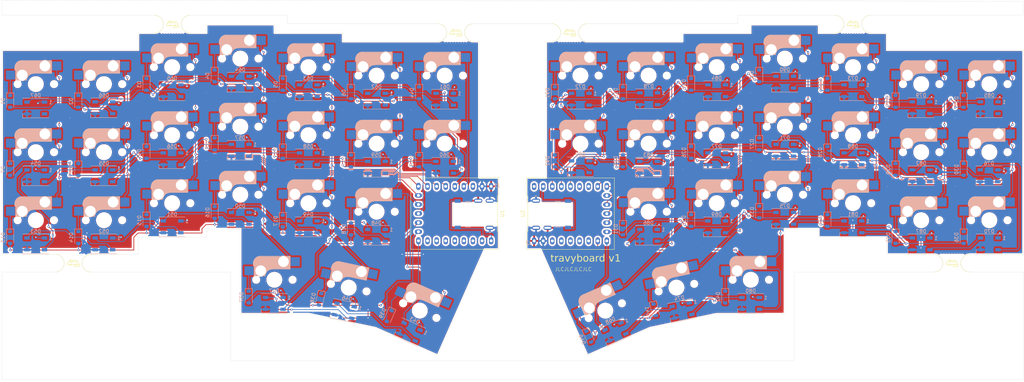
<source format=kicad_pcb>
(kicad_pcb (version 20241229) (generator "pcbnew") (generator_version "9.0")
  (title_block (title "travyboard"))
  (layers (0 "F.Cu" signal) (2 "B.Cu" signal) (13 "F.Paste" user) (15 "B.Paste" user) (5 "F.SilkS" user "F.Silkscreen") (7 "B.SilkS" user "B.Silkscreen") (1 "F.Mask" user) (3 "B.Mask" user) (25 "Edge.Cuts" user))
  (net 0 "")
  (net 2 "Net-(D1-K)")
  (net 3 "/Left Half/COL_1")
  (net 4 "/Left Half/COL_2")
  (net 5 "Net-(D2-K)")
  (net 6 "/Left Half/COL_3")
  (net 7 "Net-(D3-K)")
  (net 8 "Net-(D4-K)")
  (net 9 "/Left Half/COL_4")
  (net 10 "Net-(D5-K)")
  (net 11 "/Left Half/COL_5")
  (net 12 "Net-(D6-K)")
  (net 13 "/Left Half/COL_6")
  (net 14 "Net-(D7-K)")
  (net 15 "Net-(D8-K)")
  (net 16 "Net-(D9-K)")
  (net 17 "Net-(D10-K)")
  (net 18 "Net-(D11-K)")
  (net 19 "Net-(D12-K)")
  (net 20 "Net-(D13-K)")
  (net 21 "Net-(D14-K)")
  (net 22 "Net-(D15-K)")
  (net 23 "Net-(D16-K)")
  (net 24 "Net-(D17-K)")
  (net 25 "Net-(D18-K)")
  (net 26 "Net-(D37-K)")
  (net 27 "Net-(D38-K)")
  (net 28 "Net-(D39-K)")
  (net 29 "/Right Half/COL_1")
  (net 30 "Net-(D19-K)")
  (net 31 "/Right Half/COL_2")
  (net 32 "Net-(D20-K)")
  (net 33 "Net-(D21-K)")
  (net 34 "/Right Half/COL_3")
  (net 35 "Net-(D22-K)")
  (net 36 "/Right Half/COL_4")
  (net 37 "Net-(D23-K)")
  (net 38 "/Right Half/COL_5")
  (net 39 "/Right Half/COL_6")
  (net 40 "Net-(D24-K)")
  (net 41 "Net-(D25-K)")
  (net 42 "Net-(D26-K)")
  (net 43 "Net-(D27-K)")
  (net 44 "Net-(D28-K)")
  (net 45 "Net-(D29-K)")
  (net 46 "Net-(D30-K)")
  (net 47 "Net-(D31-K)")
  (net 48 "Net-(D32-K)")
  (net 49 "Net-(D33-K)")
  (net 50 "Net-(D34-K)")
  (net 51 "Net-(D35-K)")
  (net 52 "Net-(D36-K)")
  (net 53 "Net-(D42-K)")
  (net 54 "Net-(D41-K)")
  (net 55 "Net-(D40-K)")
  (net 56 "/Left Half/ROW_0")
  (net 57 "/Left Half/ROW_2")
  (net 58 "/Left Half/ROW_1")
  (net 59 "/Left Half/ROW_3")
  (net 61 "GND")
  (net 62 "+5V")
  (net 64 "/Right Half/ROW_1")
  (net 65 "/Right Half/RX")
  (net 66 "/Right Half/ROW_0")
  (net 67 "/Right Half/ROW_2")
  (net 69 "/Right Half/ROW_3")
  (net 76 "/Left Half/COL_0")
  (net 77 "Net-(D44-K)")
  (net 78 "Net-(D45-K)")
  (net 79 "/Left Half/LED_GPIO")
  (net 80 "Net-(D43-DOUT)")
  (net 81 "Net-(D47-DOUT)")
  (net 82 "Net-(D48-DOUT)")
  (net 83 "Net-(D49-DOUT)")
  (net 84 "Net-(D51-DOUT)")
  (net 85 "Net-(D52-DOUT)")
  (net 86 "Net-(D53-DOUT)")
  (net 87 "Net-(D55-DOUT)")
  (net 88 "Net-(D56-DOUT)")
  (net 89 "Net-(D57-DOUT)")
  (net 90 "Net-(D59-DOUT)")
  (net 91 "Net-(D60-DOUT)")
  (net 92 "Net-(D61-DOUT)")
  (net 93 "Net-(D63-DOUT)")
  (net 94 "Net-(D46-DOUT)")
  (net 95 "Net-(D50-DOUT)")
  (net 96 "Net-(D54-DOUT)")
  (net 97 "Net-(D58-DOUT)")
  (net 98 "Net-(D62-DOUT)")
  (net 99 "Net-(D64-DOUT)")
  (net 100 "Net-(D65-DOUT)")
  (net 101 "Net-(D66-DOUT)")
  (net 108 "Net-(D68-DOUT)")
  (net 109 "/Right Half/LED_GPIO")
  (net 110 "Net-(D69-DIN)")
  (net 111 "Net-(D69-DOUT)")
  (net 112 "Net-(D70-DOUT)")
  (net 113 "Net-(D70-DIN)")
  (net 114 "Net-(D71-DIN)")
  (net 115 "Net-(D71-DOUT)")
  (net 116 "Net-(D72-DIN)")
  (net 117 "Net-(D72-DOUT)")
  (net 118 "Net-(D73-DIN)")
  (net 119 "Net-(D73-DOUT)")
  (net 120 "Net-(D74-DOUT)")
  (net 121 "Net-(D75-DOUT)")
  (net 122 "Net-(D76-DOUT)")
  (net 123 "Net-(D77-DOUT)")
  (net 124 "Net-(D78-DOUT)")
  (net 125 "Net-(D79-DOUT)")
  (net 126 "Net-(D80-DOUT)")
  (net 127 "Net-(D81-DOUT)")
  (net 128 "Net-(D82-DOUT)")
  (net 129 "Net-(D83-DOUT)")
  (net 130 "Net-(D84-DOUT)")
  (net 132 "Net-(D91-K)")
  (net 133 "Net-(D92-K)")
  (net 134 "/Right Half/COL_0")
  (net 135 "/Left Half/TX")
  (footprint "kbd:CherryMX_Hotswap" (layer "F.Cu") (at 290.180794 54.738831)
    (property "Reference" "SW32" (hide yes))
    (property "Value" ";" (hide yes))
  )
  (footprint "kbd:CherryMX_Hotswap" (layer "F.Cu") (at 213.98073 52.357831)
    (property "Reference" "SW28" (hide yes))
    (property "Value" "H" (hide yes))
  )
  (footprint "kbd:CherryMX_Hotswap" (layer "F.Cu") (at 118.903766 69.029601)
    (property "Reference" "SW17" (hide yes))
    (property "Value" "V" (hide yes))
  )
  (footprint "kbd:CherryMX_Hotswap" (layer "F.Cu") (at 290.180794 35.688815)
    (property "Reference" "SW26" (hide yes))
    (property "Value" "P" (hide yes))
  )
  (footprint "kbd:CherryMX_Hotswap" (layer "F.Cu") (at 130.163684 92.656833 -11.939)
    (property "Reference" "SW20" (hide yes))
    (property "Value" "MOD" (hide yes))
  )
  (footprint "kbd:CherryMX_Hotswap" (layer "F.Cu") (at 242.555778 90.457847)
    (property "Reference" "SW40" (hide yes))
    (property "Value" "META" (hide yes))
  )
  (footprint "mouseBites:mouse-bite-5mm-10mm" (layer "F.Cu") (at 191.889985 21.285953)
    (property "Reference" "mouse-bite-5mm-10mm" (hide yes))
    (property "Value" "VAL**" (hide yes))
  )
  (footprint "kbd:CherryMX_Hotswap" (layer "F.Cu") (at 42.703734 35.692073)
    (property "Reference" "SW1" (hide yes))
    (property "Value" "TAB" (hide yes))
  )
  (footprint "kbd:CherryMX_Hotswap" (layer "F.Cu") (at 290.180794 73.788847)
    (property "Reference" "SW38" (hide yes))
    (property "Value" "/" (hide yes))
  )
  (footprint "kbd:CherryMX_Hotswap" (layer "F.Cu") (at 61.75375 35.692073)
    (property "Reference" "SW2" (hide yes))
    (property "Value" "Q" (hide yes))
  )
  (footprint "kbd:CherryMX_Hotswap" (layer "F.Cu") (at 233.030762 49.975831)
    (property "Reference" "SW29" (hide yes))
    (property "Value" "J" (hide yes))
  )
  (footprint "kbd:CherryMX_Hotswap" (layer "F.Cu") (at 252.080762 47.594831)
    (property "Reference" "SW30" (hide yes))
    (property "Value" "K" (hide yes))
  )
  (footprint "mouseBites:mouse-bite-5mm-10mm" (layer "F.Cu") (at 53.121686 85.816929)
    (property "Reference" "mouse-bite-5mm-10mm" (hide yes))
    (property "Value" "VAL**" (hide yes))
  )
  (footprint "mouseBites:mouse-bite-5mm-10mm" (layer "F.Cu") (at 80.864297 18.904705)
    (property "Reference" "mouse-bite-5mm-10mm" (hide yes))
    (property "Value" "VAL**" (hide yes))
  )
  (footprint "kbd:CherryMX_Hotswap" (layer "F.Cu") (at 42.703734 73.792105)
    (property "Reference" "SW13" (hide yes))
    (property "Value" "CTRL" (hide yes))
  )
  (footprint "kbd:CherryMX_Hotswap" (layer "F.Cu") (at 309.23081 73.788847)
    (property "Reference" "SW39" (hide yes))
    (property "Value" "SHIFT" (hide yes))
  )
  (footprint "kbd:CherryMX_Hotswap" (layer "F.Cu") (at 201.889992 99.102395 23.88)
    (property "Reference" "SW42" (hide yes))
    (property "Value" "SPACE" (hide yes))
  )
  (footprint "kbd:CherryMX_Hotswap" (layer "F.Cu") (at 80.803766 69.029601)
    (property "Reference" "SW15" (hide yes))
    (property "Value" "X" (hide yes))
  )
  (footprint "mouseBites:mouse-bite-5mm-10mm" (layer "F.Cu") (at 298.748489 85.817305)
    (property "Reference" "mouse-bite-5mm-10mm" (hide yes))
    (property "Value" "VAL**" (hide yes))
  )
  (footprint "kbd:CherryMX_Hotswap" (layer "F.Cu") (at 157.003766 52.360585)
    (property "Reference" "SW46" (hide yes))
    (property "Value" "EX2" (hide yes))
  )
  (footprint "kbd:CherryMX_Hotswap" (layer "F.Cu") (at 271.130778 69.025847)
    (property "Reference" "SW37" (hide yes))
    (property "Value" "." (hide yes))
  )
  (footprint "kbd:CherryMX_Hotswap" (layer "F.Cu") (at 109.37879 90.460869)
    (property "Reference" "SW19" (hide yes))
    (property "Value" "META" (hide yes))
  )
  (footprint "mouseBites:mouse-bite-5mm-10mm" (layer "F.Cu") (at 160.040793 21.285953)
    (property "Reference" "mouse-bite-5mm-10mm" (hide yes))
    (property "Value" "VAL**" (hide yes))
  )
  (footprint "kbd:CherryMX_Hotswap" (layer "F.Cu") (at 99.85375 28.548073)
    (property "Reference" "SW4" (hide yes))
    (property "Value" "E" (hide yes))
  )
  (footprint "kbd:CherryMX_Hotswap" (layer "F.Cu") (at 271.130778 49.975831)
    (property "Reference" "SW31" (hide yes))
    (property "Value" "L" (hide yes))
  )
  (footprint "RP2040-Zero:RP2040-Zero" (layer "F.Cu") (at 192.142633 71.95783)
    (property "Reference" "U2")
    (property "Value" "RP2040-Zero")
  )
  (footprint "kbd:CherryMX_Hotswap" (layer "F.Cu") (at 137.95375 33.310073)
    (property "Reference" "SW6" (hide yes))
    (property "Value" "T" (hide yes))
  )
  (footprint "kbd:CherryMX_Hotswap" (layer "F.Cu") (at 118.90375 30.929073)
    (property "Reference" "SW5" (hide yes))
    (property "Value" "R" (hide yes))
  )
  (footprint "kbd:CherryMX_Hotswap" (layer "F.Cu") (at 80.803766 49.979585)
    (property "Reference" "SW9" (hide yes))
    (property "Value" "S" (hide yes))
  )
  (footprint "kbd:CherryMX_Hotswap" (layer "F.Cu") (at 99.853766 66.648601)
    (property "Reference" "SW16" (hide yes))
    (property "Value" "C" (hide yes))
  )
  (footprint "kbd:CherryMX_Hotswap" (layer "F.Cu") (at 233.030746 69.025847)
    (property "Reference" "SW35" (hide yes))
    (property "Value" "M" (hide yes))
  )
  (footprint "kbd:CherryMX_Hotswap" (layer "F.Cu") (at 42.703734 54.742089)
    (property "Reference" "SW7" (hide yes))
    (property "Value" "SHIFT" (hide yes))
  )
  (footprint "kbd:CherryMX_Hotswap" (layer "F.Cu") (at 137.953766 52.360585)
    (property "Reference" "SW12" (hide yes))
    (property "Value" "G" (hide yes))
  )
  (footprint "kbd:CherryMX_Hotswap" (layer "F.Cu") (at 213.98073 71.407847)
    (property "Reference" "SW34" (hide yes))
    (property "Value" "N" (hide yes))
  )
  (footprint "kbd:CherryMX_Hotswap" (layer "F.Cu") (at 271.130778 30.925815)
    (property "Reference" "SW25" (hide yes))
    (property "Value" "O" (hide yes))
  )
  (footprint "kbd:CherryMX_Hotswap" (layer "F.Cu") (at 221.770884 92.653811 11.94)
    (property "Reference" "SW41" (hide yes))
    (property "Value" "MOD" (hide yes))
  )
  (footprint "kbd:CherryMX_Hotswap" (layer "F.Cu") (at 194.93073 33.307815)
    (property "Reference" "SW49" (hide yes))
    (property "Value" "EX3" (hide yes))
  )
  (footprint "RP2040-Zero:RP2040-Zero" (layer "F.Cu") (at 159.80649 71.928026 180)
    (property "Reference" "U1")
    (property "Value" "RP2040-Zero")
  )
  (footprint "kbd:CherryMX_Hotswap" (layer "F.Cu") (at 309.23081 54.738831)
    (property "Reference" "SW33" (hide yes))
    (property "Value" "ENTER" (hide yes))
  )
  (footprint "kbd:CherryMX_Hotswap" (layer "F.Cu") (at 150.025401 99.075439 -23.879)
    (property "Reference" "SW21" (hide yes))
    (property "Value" "SPACE" (hide yes))
  )
  (footprint "kbd:CherryMX_Hotswap" (layer "F.Cu") (at 194.93073 52.357831)
    (property "Reference" "SW50" (hide yes))
    (property "Value" "EX4" (hide yes))
  )
  (footprint "kbd:CherryMX_Hotswap" (layer "F.Cu") (at 61.75375 73.792105)
    (property "Reference" "SW14" (hide yes))
    (property "Value" "Z" (hide yes))
  )
  (footprint "kbd:CherryMX_Hotswap" (layer "F.Cu") (at 252.080762 28.544815)
    (property "Reference" "SW24" (hide yes))
    (property "Value" "I" (hide yes))
  )
  (footprint "kbd:CherryMX_Hotswap" (layer "F.Cu") (at 118.903766 49.979585)
    (property "Reference" "SW11" (hide yes))
    (property "Value" "F" (hide yes))
  )
  (footprint "kbd:CherryMX_Hotswap" (layer "F.Cu") (at 137.953766 71.410601)
    (property "Reference" "SW18" (hide yes))
    (property "Value" "B" (hide yes))
  )
  (footprint "mouseBites:mouse-bite-5mm-10mm" (layer "F.Cu") (at 271.066481 18.904705)
    (property "Reference" "mouse-bite-5mm-10mm" (hide yes))
    (property "Value" "VAL**" (hide yes))
  )
  (footprint "kbd:CherryMX_Hotswap" (layer "F.Cu") (at 233.030746 30.925815)
    (property "Reference" "SW23" (hide yes))
    (property "Value" "U" (hide yes))
  )
  (footprint "kbd:CherryMX_Hotswap" (layer "F.Cu") (at 99.853766 47.598585)
    (property "Reference" "SW10" (hide yes))
    (property "Value" "D" (hide yes))
  )
  (footprint "kbd:CherryMX_Hotswap" (layer "F.Cu") (at 157.00375 33.310073)
    (property "Reference" "SW45" (hide yes))
    (property "Value" "EX1" (hide yes))
  )
  (footprint "kbd:CherryMX_Hotswap" (layer "F.Cu") (at 80.80375 30.929073)
    (property "Reference" "SW3" (hide yes))
    (property "Value" "W" (hide yes))
  )
  (footprint "kbd:CherryMX_Hotswap" (layer "F.Cu") (at 252.080762 66.644847)
    (property "Reference" "SW36" (hide yes))
    (property "Value" "," (hide yes))
  )
  (footprint "kbd:CherryMX_Hotswap" (layer "F.Cu") (at 213.98073 33.307815)
    (property "Reference" "SW22" (hide yes))
    (property "Value" "Y" (hide yes))
  )
  (footprint "kbd:CherryMX_Hotswap" (layer "F.Cu") (at 61.75375 54.742089)
    (property "Reference" "SW8" (hide yes))
    (property "Value" "A" (hide yes))
  )
  (footprint "kbd:CherryMX_Hotswap" (layer "F.Cu") (at 309.23081 35.688815)
    (property "Reference" "SW27" (hide yes))
    (property "Value" "BS" (hide yes))
  )
  (footprint "Diode_SMD:D_SOD-123" (layer "B.Cu") (at 225.860816 54.806333 -90)
    (property "Reference" "D26")
    (property "Value" "1N4148W")
  )
  (footprint "Diode_SMD:D_SOD-123" (layer "B.Cu") (at 215.701334 98.856915 -78.06)
    (property "Reference" "D41")
    (property "Value" "1N4148W")
  )
  (footprint "LED_SMD:LED_WS2812B_PLCC4_5.0x5.0mm_P3.2mm" (layer "B.Cu") (at 233.004572 37.542256 180)
    (property "Reference" "D84")
    (property "Value" "WS2812B")
  )
  (footprint "Diode_SMD:D_SOD-123" (layer "B.Cu") (at 92.683839 52.42834 -90)
    (property "Reference" "D10")
    (property "Value" "1N4148W")
  )
  (footprint "LED_SMD:LED_WS2812B_PLCC4_5.0x5.0mm_P3.2mm" (layer "B.Cu") (at 309.204636 42.30476 180)
    (property "Reference" "D85")
    (property "Value" "WS2812B")
  )
  (footprint "trs-jack:CUI_SJ-3501-SMT-TR" (layer "B.Cu") (at 172.038734 72.121823 180)
    (property "Reference" "J1")
    (property "Value" "AudioJack3")
  )
  (footprint "Diode_SMD:D_SOD-123" (layer "B.Cu") (at 141.474117 100.599707 -113.88)
    (property "Reference" "D39")
    (property "Value" "1N4148W")
  )
  (footprint "Diode_SMD:D_SOD-123" (layer "B.Cu") (at 244.910832 71.475097 -90)
    (property "Reference" "D33")
    (property "Value" "1N4148W")
  )
  (footprint "LED_SMD:LED_WS2812B_PLCC4_5.0x5.0mm_P3.2mm" (layer "B.Cu") (at 309.135888 61.354776 180)
    (property "Reference" "D76")
    (property "Value" "WS2812B")
  )
  (footprint "Diode_SMD:D_SOD-123" (layer "B.Cu") (at 244.910832 52.425081 -90)
    (property "Reference" "D27")
    (property "Value" "1N4148W")
  )
  (footprint "LED_SMD:LED_WS2812B_PLCC4_5.0x5.0mm_P3.2mm" (layer "B.Cu") (at 61.727563 61.358035 180)
    (property "Reference" "D55")
    (property "Value" "WS2812B")
  )
  (footprint "Diode_SMD:D_SOD-123" (layer "B.Cu") (at 102.208847 95.290876 -90)
    (property "Reference" "D37")
    (property "Value" "1N4148W")
  )
  (footprint "Diode_SMD:D_SOD-123" (layer "B.Cu") (at 54.583807 40.52208 -90)
    (property "Reference" "D2")
    (property "Value" "1N4148W")
  )
  (footprint "LED_SMD:LED_WS2812B_PLCC4_5.0x5.0mm_P3.2mm" (layer "B.Cu") (at 271.104604 37.542256 180)
    (property "Reference" "D73")
    (property "Value" "WS2812B")
  )
  (footprint "Diode_SMD:D_SOD-123" (layer "B.Cu") (at 206.8108 76.237601 -90)
    (property "Reference" "D31")
    (property "Value" "1N4148W")
  )
  (footprint "Diode_SMD:D_SOD-123" (layer "B.Cu") (at 206.8108 38.137569 -90)
    (property "Reference" "D19")
    (property "Value" "1N4148W")
  )
  (footprint "LED_SMD:LED_WS2812B_PLCC4_5.0x5.0mm_P3.2mm" (layer "B.Cu") (at 137.927627 78.026799 180)
    (property "Reference" "D48")
    (property "Value" "WS2812B")
  )
  (footprint "LED_SMD:LED_WS2812B_PLCC4_5.0x5.0mm_P3.2mm" (layer "B.Cu") (at 271.104604 56.592272 180)
    (property "Reference" "D88")
    (property "Value" "WS2812B")
  )
  (footprint "Diode_SMD:D_SOD-123" (layer "B.Cu") (at 35.533791 40.52208 -90)
    (property "Reference" "D1")
    (property "Value" "1N4148W")
  )
  (footprint "LED_SMD:LED_WS2812B_PLCC4_5.0x5.0mm_P3.2mm" (layer "B.Cu") (at 80.777579 75.645547 180)
    (property "Reference" "D51")
    (property "Value" "WS2812B")
  )
  (footprint "Diode_SMD:D_SOD-123" (layer "B.Cu") (at 149.833887 57.190843 -90)
    (property "Reference" "D45")
    (property "Value" "1N4148W")
  )
  (footprint "LED_SMD:LED_WS2812B_PLCC4_5.0x5.0mm_P3.2mm" (layer "B.Cu") (at 252.054588 73.261036 180)
    (property "Reference" "D75")
    (property "Value" "WS2812B")
  )
  (footprint "LED_SMD:LED_WS2812B_PLCC4_5.0x5.0mm_P3.2mm" (layer "B.Cu") (at 42.677547 42.372401 180)
    (property "Reference" "D67")
    (property "Value" "WS2812B")
  )
  (footprint "LED_SMD:LED_WS2812B_PLCC4_5.0x5.0mm_P3.2mm" (layer "B.Cu") (at 242.52958 97.073556 180)
    (property "Reference" "D80")
    (property "Value" "WS2812B")
  )
  (footprint "LED_SMD:LED_WS2812B_PLCC4_5.0x5.0mm_P3.2mm" (layer "B.Cu") (at 233.004572 75.642288 180)
    (property "Reference" "D69")
    (property "Value" "WS2812B")
  )
  (footprint "LED_SMD:LED_WS2812B_PLCC4_5.0x5.0mm_P3.2mm" (layer "B.Cu") (at 156.977643 58.976782 180)
    (property "Reference" "D60")
    (property "Value" "WS2812B")
  )
  (footprint "LED_SMD:LED_WS2812B_PLCC4_5.0x5.0mm_P3.2mm" (layer "B.Cu") (at 147.21467 105.052407 156.12)
    (property "Reference" "D43")
    (property "Value" "WS2812B")
  )
  (footprint "Diode_SMD:D_SOD-123" (layer "B.Cu") (at 283.010864 40.518821 -90)
    (property "Reference" "D23")
    (property "Value" "1N4148W")
  )
  (footprint "LED_SMD:LED_WS2812B_PLCC4_5.0x5.0mm_P3.2mm" (layer "B.Cu") (at 137.927627 39.926767 180)
    (property "Reference" "D62")
    (property "Value" "WS2812B")
  )
  (footprint "Diode_SMD:D_SOD-123" (layer "B.Cu") (at 149.833887 38.140828 -90)
    (property "Reference" "D44")
    (property "Value" "1N4148W")
  )
  (footprint "Diode_SMD:D_SOD-123" (layer "B.Cu") (at 122.147644 95.911056 -101.94)
    (property "Reference" "D38")
    (property "Value" "1N4148W")
  )
  (footprint "Diode_SMD:D_SOD-123" (layer "B.Cu") (at 130.783871 38.140828 -90)
    (property "Reference" "D6")
    (property "Value" "1N4148W")
  )
  (footprint "LED_SMD:LED_WS2812B_PLCC4_5.0x5.0mm_P3.2mm" (layer "B.Cu") (at 271.104604 75.642288 180)
    (property "Reference" "D81")
    (property "Value" "WS2812B")
  )
  (footprint "LED_SMD:LED_WS2812B_PLCC4_5.0x5.0mm_P3.2mm" (layer "B.Cu") (at 42.677547 80.408051 180)
    (property "Reference" "D53")
    (property "Value" "WS2812B")
  )
  (footprint "LED_SMD:LED_WS2812B_PLCC4_5.0x5.0mm_P3.2mm" (layer "B.Cu") (at 61.727563 42.308019 180)
    (property "Reference" "D66")
    (property "Value" "WS2812B")
  )
  (footprint "LED_SMD:LED_WS2812B_PLCC4_5.0x5.0mm_P3.2mm" (layer "B.Cu") (at 194.90454 58.837585 180)
    (property "Reference" "D89")
    (property "Value" "WS2812B")
  )
  (footprint "LED_SMD:LED_WS2812B_PLCC4_5.0x5.0mm_P3.2mm" (layer "B.Cu") (at 118.877611 37.545515 180)
    (property "Reference" "D63")
    (property "Value" "WS2812B")
  )
  (footprint "Diode_SMD:D_SOD-123" (layer "B.Cu") (at 73.633823 73.859608 -90)
    (property "Reference" "D15")
    (property "Value" "1N4148W")
  )
  (footprint "Diode_SMD:D_SOD-123" (layer "B.Cu") (at 225.860816 35.756317 -90)
    (property "Reference" "D20")
    (property "Value" "1N4148W")
  )
  (footprint "Diode_SMD:D_SOD-123" (layer "B.Cu") (at 92.683839 71.614295 -90)
    (property "Reference" "D16")
    (property "Value" "1N4148W")
  )
  (footprint "Diode_SMD:D_SOD-123" (layer "B.Cu") (at 206.8108 57.187585 -90)
    (property "Reference" "D25")
    (property "Value" "1N4148W")
  )
  (footprint "Diode_SMD:D_SOD-123" (layer "B.Cu") (at 111.733855 35.759576 -90)
    (property "Reference" "D5")
    (property "Value" "1N4148W")
  )
  (footprint "LED_SMD:LED_WS2812B_PLCC4_5.0x5.0mm_P3.2mm" (layer "B.Cu") (at 290.15462 80.404792 180)
    (property "Reference" "D87")
    (property "Value" "WS2812B")
  )
  (footprint "Diode_SMD:D_SOD-123" (layer "B.Cu") (at 73.633823 35.759576 -90)
    (property "Reference" "D3")
    (property "Value" "1N4148W")
  )
  (footprint "Diode_SMD:D_SOD-123" (layer "B.Cu") (at 263.960848 35.756317 -90)
    (property "Reference" "D22")
    (property "Value" "1N4148W")
  )
  (footprint "Diode_SMD:D_SOD-123" (layer "B.Cu") (at 73.633823 54.809592 -90)
    (property "Reference" "D9")
    (property "Value" "1N4148W")
  )
  (footprint "LED_SMD:LED_WS2812B_PLCC4_5.0x5.0mm_P3.2mm" (layer "B.Cu") (at 80.777579 56.595531 180)
    (property "Reference" "D56")
    (property "Value" "WS2812B")
  )
  (footprint "Diode_SMD:D_SOD-123" (layer "B.Cu") (at 302.06088 40.518821 -90)
    (property "Reference" "D24")
    (property "Value" "1N4148W")
  )
  (footprint "Diode_SMD:D_SOD-123" (layer "B.Cu") (at 130.783871 76.24086 -90)
    (property "Reference" "D18")
    (property "Value" "1N4148W")
  )
  (footprint "LED_SMD:LED_WS2812B_PLCC4_5.0x5.0mm_P3.2mm" (layer "B.Cu") (at 252.054588 54.21102 180)
    (property "Reference" "D71")
    (property "Value" "WS2812B")
  )
  (footprint "LED_SMD:LED_WS2812B_PLCC4_5.0x5.0mm_P3.2mm" (layer "B.Cu") (at 204.709245 105.029352 -156.12)
    (property "Reference" "D68")
    (property "Value" "WS2812B")
  )
  (footprint "Diode_SMD:D_SOD-123" (layer "B.Cu") (at 244.910832 33.375065 -90)
    (property "Reference" "D21")
    (property "Value" "1N4148W")
  )
  (footprint "LED_SMD:LED_WS2812B_PLCC4_5.0x5.0mm_P3.2mm" (layer "B.Cu") (at 223.315566 99.048749 -168.06)
    (property "Reference" "D74")
    (property "Value" "WS2812B")
  )
  (footprint "LED_SMD:LED_WS2812B_PLCC4_5.0x5.0mm_P3.2mm" (layer "B.Cu") (at 118.877611 56.595531 180)
    (property "Reference" "D58")
    (property "Value" "WS2812B")
  )
  (footprint "LED_SMD:LED_WS2812B_PLCC4_5.0x5.0mm_P3.2mm" (layer "B.Cu") (at 118.877611 75.645547 180)
    (property "Reference" "D49")
    (property "Value" "WS2812B")
  )
  (footprint "LED_SMD:LED_WS2812B_PLCC4_5.0x5.0mm_P3.2mm" (layer "B.Cu") (at 213.954556 58.973524 180)
    (property "Reference" "D83")
    (property "Value" "WS2812B")
  )
  (footprint "Diode_SMD:D_SOD-123" (layer "B.Cu") (at 35.533791 78.622112 -90)
    (property "Reference" "D13")
    (property "Value" "1N4148W")
  )
  (footprint "LED_SMD:LED_WS2812B_PLCC4_5.0x5.0mm_P3.2mm" (layer "B.Cu") (at 109.352603 97.076815 180)
    (property "Reference" "D47")
    (property "Value" "WS2812B")
  )
  (footprint "Diode_SMD:D_SOD-123" (layer "B.Cu") (at 187.7608 38.137569 -90)
    (property "Reference" "D91")
    (property "Value" "1N4148W")
  )
  (footprint "Diode_SMD:D_SOD-123" (layer "B.Cu") (at 235.385824 95.287617 -90)
    (property "Reference" "D42")
    (property "Value" "1N4148W")
  )
  (footprint "LED_SMD:LED_WS2812B_PLCC4_5.0x5.0mm_P3.2mm" (layer "B.Cu") (at 99.827595 54.214279 180)
    (property "Reference" "D57")
    (property "Value" "WS2812B")
  )
  (footprint "LED_SMD:LED_WS2812B_PLCC4_5.0x5.0mm_P3.2mm" (layer "B.Cu") (at 194.90454 39.923508 180)
    (property "Reference" "D72")
    (property "Value" "WS2812B")
  )
  (footprint "Diode_SMD:D_SOD-123" (layer "B.Cu") (at 130.783871 57.190844 -90)
    (property "Reference" "D12")
    (property "Value" "1N4148W")
  )
  (footprint "Diode_SMD:D_SOD-123" (layer "B.Cu") (at 35.533791 59.572096 -90)
    (property "Reference" "D7")
    (property "Value" "1N4148W")
  )
  (footprint "trs-jack:CUI_SJ-3501-SMT-TR" (layer "B.Cu") (at 180.06871 72.122298)
    (property "Reference" "J2")
    (property "Value" "AudioJack3")
  )
  (footprint "LED_SMD:LED_WS2812B_PLCC4_5.0x5.0mm_P3.2mm" (layer "B.Cu") (at 61.727563 80.408051 180)
    (property "Reference" "D52")
    (property "Value" "WS2812B")
  )
  (footprint "LED_SMD:LED_WS2812B_PLCC4_5.0x5.0mm_P3.2mm" (layer "B.Cu") (at 252.054588 35.161004 180)
    (property "Reference" "D90")
    (property "Value" "WS2812B")
  )
  (footprint "Diode_SMD:D_SOD-123" (layer "B.Cu") (at 263.960848 73.856349 -90)
    (property "Reference" "D34")
    (property "Value" "1N4148W")
  )
  (footprint "Diode_SMD:D_SOD-123" (layer "B.Cu") (at 111.733855 54.809592 -90)
    (property "Reference" "D11")
    (property "Value" "1N4148W")
  )
  (footprint "LED_SMD:LED_WS2812B_PLCC4_5.0x5.0mm_P3.2mm" (layer "B.Cu") (at 128.95581 99.130777 168.06)
    (property "Reference" "D46")
    (property "Value" "WS2812B")
  )
  (footprint "LED_SMD:LED_WS2812B_PLCC4_5.0x5.0mm_P3.2mm" (layer "B.Cu") (at 290.15462 42.30476 180)
    (property "Reference" "D79")
    (property "Value" "WS2812B")
  )
  (footprint "LED_SMD:LED_WS2812B_PLCC4_5.0x5.0mm_P3.2mm" (layer "B.Cu") (at 233.004572 56.592272 180)
    (property "Reference" "D77")
    (property "Value" "WS2812B")
  )
  (footprint "LED_SMD:LED_WS2812B_PLCC4_5.0x5.0mm_P3.2mm" (layer "B.Cu") (at 99.827595 73.264295 180)
    (property "Reference" "D50")
    (property "Value" "WS2812B")
  )
  (footprint "LED_SMD:LED_WS2812B_PLCC4_5.0x5.0mm_P3.2mm" (layer "B.Cu") (at 80.777579 37.545515 180)
    (property "Reference" "D65")
    (property "Value" "WS2812B")
  )
  (footprint "LED_SMD:LED_WS2812B_PLCC4_5.0x5.0mm_P3.2mm" (layer "B.Cu") (at 137.927627 58.976783 180)
    (property "Reference" "D59")
    (property "Value" "WS2812B")
  )
  (footprint "Diode_SMD:D_SOD-123" (layer "B.Cu") (at 225.860816 73.856349 -90)
    (property "Reference" "D32")
    (property "Value" "1N4148W")
  )
  (footprint "Diode_SMD:D_SOD-123" (layer "B.Cu") (at 92.683839 33.378324 -90)
    (property "Reference" "D4")
    (property "Value" "1N4148W")
  )
  (footprint "Diode_SMD:D_SOD-123" (layer "B.Cu") (at 197.246302 106.36292 -66.12)
    (property "Reference" "D40")
    (property "Value" "1N4148W")
  )
  (footprint "Diode_SMD:D_SOD-123" (layer "B.Cu") (at 283.010864 59.568837 -90)
    (property "Reference" "D29")
    (property "Value" "1N4148W")
  )
  (footprint "LED_SMD:LED_WS2812B_PLCC4_5.0x5.0mm_P3.2mm" (layer "B.Cu") (at 99.827595 35.164263 180)
    (property "Reference" "D64")
    (property "Value" "WS2812B")
  )
  (footprint "LED_SMD:LED_WS2812B_PLCC4_5.0x5.0mm_P3.2mm" (layer "B.Cu") (at 156.977643 39.926767 180)
    (property "Reference" "D61")
    (property "Value" "WS2812B")
  )
  (footprint "Diode_SMD:D_SOD-123" (layer "B.Cu") (at 302.06088 59.568837 -90)
    (property "Reference" "D30")
    (property "Value" "1N4148W")
  )
  (footprint "Diode_SMD:D_SOD-123" (layer "B.Cu") (at 54.583807 78.622112 -90)
    (property "Reference" "D14")
    (property "Value" "1N4148W")
  )
  (footprint "LED_SMD:LED_WS2812B_PLCC4_5.0x5.0mm_P3.2mm" (layer "B.Cu") (at 309.204636 80.404792 180)
    (property "Reference" "D70")
    (property "Value" "WS2812B")
  )
  (footprint "LED_SMD:LED_WS2812B_PLCC4_5.0x5.0mm_P3.2mm" (layer "B.Cu") (at 42.677547 61.358035 180)
    (property "Reference" "D54")
    (property "Value" "WS2812B")
  )
  (footprint "Diode_SMD:D_SOD-123" (layer "B.Cu") (at 283.010864 78.618853 -90)
    (property "Reference" "D35")
    (property "Value" "1N4148W")
  )
  (footprint "LED_SMD:LED_WS2812B_PLCC4_5.0x5.0mm_P3.2mm" (layer "B.Cu") (at 213.954556 78.02354 180)
    (property "Reference" "D86")
    (property "Value" "WS2812B")
  )
  (footprint "LED_SMD:LED_WS2812B_PLCC4_5.0x5.0mm_P3.2mm" (layer "B.Cu") (at 290.15462 61.354776 180)
    (property "Reference" "D82")
    (property "Value" "WS2812B")
  )
  (footprint "Diode_SMD:D_SOD-123" (layer "B.Cu") (at 54.583807 59.572096 -90)
    (property "Reference" "D8")
    (property "Value" "1N4148W")
  )
  (footprint "Diode_SMD:D_SOD-123" (layer "B.Cu") (at 302.06088 78.618853 -90)
    (property "Reference" "D36")
    (property "Value" "1N4148W")
  )
  (footprint "Diode_SMD:D_SOD-123" (layer "B.Cu") (at 187.7608 57.187585 -90)
    (property "Reference" "D92")
    (property "Value" "1N4148W")
  )
  (footprint "Diode_SMD:D_SOD-123" (layer "B.Cu") (at 263.960848 54.806333 -90)
    (property "Reference" "D28")
    (property "Value" "1N4148W")
  )
  (footprint "LED_SMD:LED_WS2812B_PLCC4_5.0x5.0mm_P3.2mm" (layer "B.Cu") (at 214.023304 39.787569 180)
    (property "Reference" "D78")
    (property "Value" "WS2812B")
  )
  (footprint "Diode_SMD:D_SOD-123" (layer "B.Cu") (at 111.733855 73.995547 -90)
    (property "Reference" "D17")
    (property "Value" "1N4148W")
  )
  (gr_line (start 167.719472 77.959304) (end 170.100724 77.959304) (stroke (width 0.2)) (layer "B.Cu") (net 135))
  (gr_line (start 184.150943 68.434328) (end 184.150943 64.86245) (stroke (width 0.2)) (layer "B.Cu") (net 65))
  (gr_line (start 170.100724 77.959304) (end 170.100724 79.745243) (stroke (width 0.2)) (layer "B.Cu") (net 135))
  (gr_line (start 167.719472 76.173365) (end 167.719472 77.959304) (stroke (width 0.2)) (layer "B.Cu") (net 135))
  (gr_line (start 160.575716 76.173365) (end 167.719472 76.173365) (stroke (width 0.2)) (layer "B.Cu") (net 135))
  (gr_line (start 193.080638 68.434328) (end 191.294699 68.434328) (stroke (width 0.2)) (layer "B.Cu") (net 65))
  (gr_line (start 158.789777 68.434296) (end 158.789777 76.173365) (stroke (width 0.2)) (layer "B.Cu") (net 135))
  (gr_line (start 158.789777 76.173365) (end 160.575716 76.173365) (stroke (width 0.2)) (layer "B.Cu") (net 135))
  (gr_line (start 191.294699 68.434328) (end 184.150943 68.434328) (stroke (width 0.2)) (layer "B.Cu") (net 65))
  (gr_line (start 160.575716 68.434296) (end 158.789777 68.434296) (stroke (width 0.2)) (layer "B.Cu") (net 135))
  (gr_line (start 191.294699 76.173397) (end 193.080638 76.173397) (stroke (width 0.2)) (layer "B.Cu") (net 65))
  (gr_line (start 193.080638 76.173397) (end 193.080638 68.434328) (stroke (width 0.2)) (layer "B.Cu") (net 65))
  (gr_line (start 318.691441 26.167105) (end 318.691441 83.317105) (stroke (width 0.05)) (layer "Edge.Cuts"))
  (gr_line (start 58.12075 88.316752) (end 97.235377 88.316753) (stroke (width 0.05)) (layer "Edge.Cuts"))
  (gr_line (start 90.389337 76.173355) (end 99.914337 76.173355) (stroke (width 0.05)) (layer "Edge.Cuts"))
  (gr_line (start 172.099337 75.271855) (end 172.099337 81.927855) (stroke (width 0.05)) (layer "Edge.Cuts"))
  (gr_arc (start 266.066481 16.404801) (mid 268.566385 18.904705) (end 266.066481 21.404609) (stroke (width 0.05)) (layer "Edge.Cuts"))
  (gr_line (start 90.389337 78.554605) (end 90.389337 76.173355) (stroke (width 0.05)) (layer "Edge.Cuts"))
  (gr_line (start 252.016441 76.173355) (end 252.016441 99.985855) (stroke (width 0.05)) (layer "Edge.Cuts"))
  (gr_line (start 155.034915 111.601583) (end 168.122588 81.927855) (stroke (width 0.05)) (layer "Edge.Cuts"))
  (gr_line (start 196.895863 111.601583) (end 183.80819 81.927855) (stroke (width 0.05)) (layer "Edge.Cuts"))
  (gr_line (start 303.755579 83.317057) (end 318.691441 83.317105) (stroke (width 0.05)) (layer "Edge.Cuts"))
  (gr_line (start 33.239337 26.167105) (end 71.339337 26.167105) (stroke (width 0.05)) (layer "Edge.Cuts"))
  (gr_line (start 261.541441 21.404605) (end 261.541441 19.023355) (stroke (width 0.05)) (layer "Edge.Cuts"))
  (gr_line (start 232.966441 99.985855) (end 214.325845 103.914045) (stroke (width 0.05)) (layer "Edge.Cuts"))
  (gr_line (start 179.831441 68.971855) (end 192.581441 68.971855) (stroke (width 0.05)) (layer "Edge.Cuts"))
  (gr_line (start 99.914337 99.985855) (end 118.964337 99.985855) (stroke (width 0.05)) (layer "Edge.Cuts"))
  (gr_line (start 33.239337 88.316753) (end 33.239337 118.440465) (stroke (width 0.05)) (layer "Edge.Cuts"))
  (gr_line (start 71.339337 26.167105) (end 71.339337 21.404605) (stroke (width 0.05)) (layer "Edge.Cuts"))
  (gr_line (start 179.831441 61.885855) (end 179.831441 68.971855) (stroke (width 0.05)) (layer "Edge.Cuts"))
  (gr_line (start 318.691441 118.440465) (end 33.239337 118.440465) (stroke (width 0.05)) (layer "Edge.Cuts"))
  (gr_line (start 276.066481 21.404609) (end 280.591441 21.404605) (stroke (width 0.05)) (layer "Edge.Cuts"))
  (gr_line (start 166.589337 23.785855) (end 166.589337 61.885855) (stroke (width 0.05)) (layer "Edge.Cuts"))
  (gr_line (start 99.914337 76.173355) (end 99.914337 99.985855) (stroke (width 0.05)) (layer "Edge.Cuts"))
  (gr_arc (start 293.748489 83.317057) (mid 296.248737 85.817305) (end 293.748489 88.317553) (stroke (width 0.05)) (layer "Edge.Cuts"))
  (gr_line (start 179.831441 75.271855) (end 179.831441 81.927855) (stroke (width 0.05)) (layer "Edge.Cuts"))
  (gr_line (start 196.889985 18.786144) (end 238.919633 18.786071) (stroke (width 0.05)) (layer "Edge.Cuts"))
  (gr_line (start 113.011145 18.786049) (end 113.011145 16.404801) (stroke (width 0.05)) (layer "Edge.Cuts"))
  (gr_arc (start 165.040793 23.785857) (mid 162.540889 21.285953) (end 165.040793 18.786049) (stroke (width 0.05)) (layer "Edge.Cuts"))
  (gr_line (start 185.341441 23.785855) (end 186.889985 23.78595) (stroke (width 0.05)) (layer "Edge.Cuts"))
  (gr_line (start 242.491441 19.023355) (end 242.491441 21.404605) (stroke (width 0.05)) (layer "Edge.Cuts"))
  (gr_line (start 48.12169 83.317105) (end 33.239337 83.317105) (stroke (width 0.05)) (layer "Edge.Cuts"))
  (gr_line (start 159.349337 68.971855) (end 159.349337 75.271855) (stroke (width 0.05)) (layer "Edge.Cuts"))
  (gr_line (start 166.589337 23.785855) (end 165.040793 23.785856) (stroke (width 0.05)) (layer "Edge.Cuts"))
  (gr_line (start 155.04079 18.786049) (end 113.011145 18.786049) (stroke (width 0.05)) (layer "Edge.Cuts"))
  (gr_line (start 252.016441 99.985855) (end 232.966441 99.985855) (stroke (width 0.05)) (layer "Edge.Cuts"))
  (gr_line (start 71.339337 78.554605) (end 90.389337 78.554605) (stroke (width 0.05)) (layer "Edge.Cuts"))
  (gr_line (start 261.541441 78.554605) (end 261.541441 76.173355) (stroke (width 0.05)) (layer "Edge.Cuts"))
  (gr_arc (start 75.864297 16.404801) (mid 78.364201 18.904705) (end 75.864297 21.404609) (stroke (width 0.05)) (layer "Edge.Cuts"))
  (gr_line (start 172.099337 68.971855) (end 159.349337 68.971855) (stroke (width 0.05)) (layer "Edge.Cuts"))
  (gr_arc (start 155.040793 18.786049) (mid 157.540697 21.285953) (end 155.040793 23.785857) (stroke (width 0.05)) (layer "Edge.Cuts"))
  (gr_line (start 192.581441 75.271855) (end 179.831441 75.271855) (stroke (width 0.05)) (layer "Edge.Cuts"))
  (gr_line (start 75.864297 16.404802) (end 33.239337 16.404801) (stroke (width 0.05)) (layer "Edge.Cuts"))
  (gr_line (start 186.889985 18.78605) (end 165.046267 18.786049) (stroke (width 0.05)) (layer "Edge.Cuts"))
  (gr_line (start 261.541441 76.173355) (end 252.016441 76.173355) (stroke (width 0.05)) (layer "Edge.Cuts"))
  (gr_arc (start 196.889985 23.785857) (mid 194.390081 21.285953) (end 196.889985 18.786049) (stroke (width 0.05)) (layer "Edge.Cuts"))
  (gr_line (start 118.964337 99.985855) (end 137.604933 103.914045) (stroke (width 0.05)) (layer "Edge.Cuts"))
  (gr_line (start 33.239337 12.177273) (end 318.691441 12.474929) (stroke (width 0.05)) (layer "Edge.Cuts"))
  (gr_line (start 172.099337 61.885855) (end 166.589337 61.885855) (stroke (width 0.05)) (layer "Edge.Cuts"))
  (gr_line (start 261.541441 21.404605) (end 266.066481 21.404609) (stroke (width 0.05)) (layer "Edge.Cuts"))
  (gr_line (start 293.748489 83.316882) (end 280.591441 83.317057) (stroke (width 0.05)) (layer "Edge.Cuts"))
  (gr_line (start 109.439337 19.023355) (end 109.439337 21.404605) (stroke (width 0.05)) (layer "Edge.Cuts"))
  (gr_line (start 214.325845 103.914045) (end 196.895863 111.601583) (stroke (width 0.05)) (layer "Edge.Cuts"))
  (gr_line (start 254.695401 88.316705) (end 254.695401 113.082657) (stroke (width 0.05)) (layer "Edge.Cuts"))
  (gr_arc (start 303.748489 88.317553) (mid 301.248241 85.817305) (end 303.748489 83.317057) (stroke (width 0.05)) (layer "Edge.Cuts"))
  (gr_line (start 97.235377 88.316753) (end 97.235377 113.082698) (stroke (width 0.05)) (layer "Edge.Cuts"))
  (gr_arc (start 58.12075 88.316753) (mid 55.621862 85.815993) (end 58.122622 83.317105) (stroke (width 0.05)) (layer "Edge.Cuts"))
  (gr_arc (start 85.864297 21.404609) (mid 83.364393 18.904705) (end 85.864297 16.404801) (stroke (width 0.05)) (layer "Edge.Cuts"))
  (gr_line (start 318.691441 26.167105) (end 280.591441 26.167105) (stroke (width 0.05)) (layer "Edge.Cuts"))
  (gr_line (start 303.7485 88.317553) (end 318.691441 88.316705) (stroke (width 0.05)) (layer "Edge.Cuts"))
  (gr_line (start 109.439337 21.404605) (end 128.489337 21.404605) (stroke (width 0.05)) (layer "Edge.Cuts"))
  (gr_line (start 179.831441 81.927855) (end 183.80819 81.927855) (stroke (width 0.05)) (layer "Edge.Cuts"))
  (gr_line (start 58.122622 83.317108) (end 71.339337 83.317105) (stroke (width 0.05)) (layer "Edge.Cuts"))
  (gr_line (start 97.235377 113.082698) (end 254.695401 113.082657) (stroke (width 0.05)) (layer "Edge.Cuts"))
  (gr_line (start 280.591441 78.554605) (end 261.541441 78.554605) (stroke (width 0.05)) (layer "Edge.Cuts"))
  (gr_line (start 196.89 23.785857) (end 223.441441 23.785855) (stroke (width 0.05)) (layer "Edge.Cuts"))
  (gr_line (start 172.099337 81.927855) (end 168.122588 81.927855) (stroke (width 0.05)) (layer "Edge.Cuts"))
  (gr_arc (start 48.122137 83.317105) (mid 50.62151 85.816931) (end 48.122133 88.316753) (stroke (width 0.05)) (layer "Edge.Cuts"))
  (gr_line (start 276.05943 16.404801) (end 318.691441 16.404801) (stroke (width 0.05)) (layer "Edge.Cuts"))
  (gr_line (start 90.389337 21.404605) (end 85.8643 21.404609) (stroke (width 0.05)) (layer "Edge.Cuts"))
  (gr_line (start 293.748489 88.317553) (end 254.695401 88.316705) (stroke (width 0.05)) (layer "Edge.Cuts"))
  (gr_line (start 90.389337 19.023355) (end 109.439337 19.023355) (stroke (width 0.05)) (layer "Edge.Cuts"))
  (gr_line (start 192.581441 68.971855) (end 192.581441 75.271855) (stroke (width 0.05)) (layer "Edge.Cuts"))
  (gr_line (start 71.339337 83.317105) (end 71.339337 78.554605) (stroke (width 0.05)) (layer "Edge.Cuts"))
  (gr_line (start 223.441441 21.404605) (end 223.441441 23.785855) (stroke (width 0.05)) (layer "Edge.Cuts"))
  (gr_line (start 318.691441 12.474929) (end 318.691441 16.404801) (stroke (width 0.05)) (layer "Edge.Cuts"))
  (gr_line (start 90.389337 21.404605) (end 90.389337 19.023355) (stroke (width 0.05)) (layer "Edge.Cuts"))
  (gr_line (start 242.491441 21.404605) (end 223.441441 21.404605) (stroke (width 0.05)) (layer "Edge.Cuts"))
  (gr_line (start 75.864297 21.404609) (end 71.339337 21.404609) (stroke (width 0.05)) (layer "Edge.Cuts"))
  (gr_line (start 159.349337 75.271855) (end 172.099337 75.271855) (stroke (width 0.05)) (layer "Edge.Cuts"))
  (gr_arc (start 276.066481 21.404609) (mid 273.566577 18.904705) (end 276.066481 16.404801) (stroke (width 0.05)) (layer "Edge.Cuts"))
  (gr_line (start 48.121686 88.316929) (end 33.239337 88.316753) (stroke (width 0.05)) (layer "Edge.Cuts"))
  (gr_line (start 128.489337 21.404605) (end 128.489337 23.785855) (stroke (width 0.05)) (layer "Edge.Cuts"))
  (gr_line (start 155.040793 23.785862) (end 128.489257 23.785857) (stroke (width 0.05)) (layer "Edge.Cuts"))
  (gr_line (start 179.831441 61.885855) (end 185.341441 61.885855) (stroke (width 0.05)) (layer "Edge.Cuts"))
  (gr_line (start 238.919633 18.786071) (end 238.919633 16.404801) (stroke (width 0.05)) (layer "Edge.Cuts"))
  (gr_line (start 172.099337 61.885855) (end 172.099337 68.971855) (stroke (width 0.05)) (layer "Edge.Cuts"))
  (gr_line (start 185.341441 23.785855) (end 185.341441 61.885855) (stroke (width 0.05)) (layer "Edge.Cuts"))
  (gr_line (start 266.066481 16.404802) (end 238.919633 16.404801) (stroke (width 0.05)) (layer "Edge.Cuts"))
  (gr_arc (start 186.889985 18.786049) (mid 189.389889 21.285953) (end 186.889985 23.785857) (stroke (width 0.05)) (layer "Edge.Cuts"))
  (gr_line (start 280.591441 83.317105) (end 280.591441 78.554605) (stroke (width 0.05)) (layer "Edge.Cuts"))
  (gr_line (start 33.239337 26.167105) (end 33.239337 83.317105) (stroke (width 0.05)) (layer "Edge.Cuts"))
  (gr_line (start 85.85723 16.404801) (end 113.011145 16.404801) (stroke (width 0.05)) (layer "Edge.Cuts"))
  (gr_line (start 280.591441 26.167105) (end 280.591441 21.404605) (stroke (width 0.05)) (layer "Edge.Cuts"))
  (gr_line (start 137.604933 103.914045) (end 155.034915 111.601583) (stroke (width 0.05)) (layer "Edge.Cuts"))
  (gr_line (start 33.239337 16.404801) (end 33.239337 12.177273) (stroke (width 0.05)) (layer "Edge.Cuts"))
  (gr_line (start 261.541441 19.023355) (end 242.491441 19.023355) (stroke (width 0.05)) (layer "Edge.Cuts"))
  (gr_line (start 318.691441 88.316705) (end 318.691441 118.440465) (stroke (width 0.05)) (layer "Edge.Cuts"))
  (gr_text "JLCJLCJLCJLC" (at 187.722801 88.079553 0) (layer "F.SilkS") (effects (font (size 1 1) (thickness 0.1)) (justify left bottom)))
  (gr_text "travyboard v1" (at 186.532177 85.698305 0) (layer "F.SilkS") (effects (font (size 2 2) (thickness 0.1)) (justify left bottom)))
  (segment (start 35.533791 38.87208) (end 35.533791 33.237016) (width 0.2) (layer "B.Cu") (net 2))
  (segment (start 35.533791 33.237016) (end 35.618734 33.152073) (width 0.2) (layer "B.Cu") (net 2))
  (segment (start 68.302201 60.695227) (end 68.502201 60.895227) (width 0.2) (layer "F.Cu") (net 3))
  (segment (start 68.502201 60.895227) (end 82.985026 60.895227) (width 0.2) (layer "F.Cu") (net 3))
  (segment (start 142.558709 60.707601) (end 143.755022 61.903914) (width 0.2) (layer "F.Cu") (net 3))
  (segment (start 68.302201 52.956158) (end 68.302201 60.695227) (width 0.2) (layer "F.Cu") (net 3))
  (segment (start 147.242378 61.903914) (end 149.64649 64.308026) (width 0.2) (layer "F.Cu") (net 3))
  (segment (start 68.302201 33.906142) (end 68.302201 47.003028) (width 0.2) (layer "F.Cu") (net 3))
  (segment (start 104.98519 55.932723) (end 109.760068 60.707601) (width 0.2) (layer "F.Cu") (net 3))
  (segment (start 82.985026 60.895227) (end 87.94753 55.932723) (width 0.2) (layer "F.Cu") (net 3))
  (segment (start 143.755022 61.903914) (end 147.242378 61.903914) (width 0.2) (layer "F.Cu") (net 3))
  (segment (start 87.94753 55.932723) (end 104.98519 55.932723) (width 0.2) (layer "F.Cu") (net 3))
  (segment (start 109.760068 60.707601) (end 142.558709 60.707601) (width 0.2) (layer "F.Cu") (net 3))
  (via (at 68.302201 52.956158) (size 0.6) (drill 0.3) (layers "F.Cu" "B.Cu") (net 3))
  (via (at 68.302201 33.906142) (size 0.6) (drill 0.3) (layers "F.Cu" "B.Cu") (net 3))
  (via (at 68.302201 47.003028) (size 0.6) (drill 0.3) (layers "F.Cu" "B.Cu") (net 3))
  (via (at 68.302201 60.695227) (size 0.6) (drill 0.3) (layers "F.Cu" "B.Cu") (net 3))
  (segment (start 67.59575 49.662089) (end 67.59575 52.249707) (width 0.2) (layer "B.Cu") (net 3))
  (segment (start 67.59575 30.612073) (end 67.59575 33.199691) (width 0.2) (layer "B.Cu") (net 3))
  (segment (start 67.59575 33.199691) (end 68.302201 33.906142) (width 0.2) (layer "B.Cu") (net 3))
  (segment (start 68.302201 47.003028) (end 67.59575 47.709479) (width 0.2) (layer "B.Cu") (net 3))
  (segment (start 68.302201 60.695227) (end 68.302201 66.053044) (width 0.2) (layer "B.Cu") (net 3))
  (segment (start 67.59575 52.249707) (end 68.302201 52.956158) (width 0.2) (layer "B.Cu") (net 3))
  (segment (start 67.59575 66.759495) (end 67.59575 68.712105) (width 0.2) (layer "B.Cu") (net 3))
  (segment (start 68.302201 66.053044) (end 67.59575 66.759495) (width 0.2) (layer "B.Cu") (net 3))
  (segment (start 67.59575 47.709479) (end 67.59575 49.662089) (width 0.2) (layer "B.Cu") (net 3))
  (segment (start 87.919317 55.33741) (end 88.11363 55.531723) (width 0.2) (layer "F.Cu") (net 4))
  (segment (start 109.926168 60.306601) (end 142.724809 60.306601) (width 0.2) (layer "F.Cu") (net 4))
  (segment (start 87.352217 29.143638) (end 87.352217 42.240524) (width 0.2) (layer "F.Cu") (net 4))
  (segment (start 143.921122 61.502914) (end 149.381378 61.502914) (width 0.2) (layer "F.Cu") (net 4))
  (segment (start 142.724809 60.306601) (end 143.921122 61.502914) (width 0.2) (layer "F.Cu") (net 4))
  (segment (start 149.381378 61.502914) (end 152.18649 64.308026) (width 0.2) (layer "F.Cu") (net 4))
  (segment (start 87.352217 48.193654) (end 87.352217 55.33741) (width 0.2) (layer "F.Cu") (net 4))
  (segment (start 87.352217 55.33741) (end 87.919317 55.33741) (width 0.2) (layer "F.Cu") (net 4))
  (segment (start 88.11363 55.531723) (end 105.15129 55.531723) (width 0.2) (layer "F.Cu") (net 4))
  (segment (start 105.15129 55.531723) (end 109.926168 60.306601) (width 0.2) (layer "F.Cu") (net 4))
  (via (at 87.352217 55.33741) (size 0.6) (drill 0.3) (layers "F.Cu" "B.Cu") (net 4))
  (via (at 87.352217 48.193654) (size 0.6) (drill 0.3) (layers "F.Cu" "B.Cu") (net 4))
  (via (at 87.352217 29.143638) (size 0.6) (drill 0.3) (layers "F.Cu" "B.Cu") (net 4))
  (via (at 87.352217 42.240524) (size 0.6) (drill 0.3) (layers "F.Cu" "B.Cu") (net 4))
  (segment (start 87.352217 61.29054) (end 86.645766 61.996991) (width 0.2) (layer "B.Cu") (net 4))
  (segment (start 86.64575 25.849073) (end 86.64575 28.437171) (width 0.2) (layer "B.Cu") (net 4))
  (segment (start 86.645766 61.996991) (end 86.645766 63.949601) (width 0.2) (layer "B.Cu") (net 4))
  (segment (start 87.352217 44.193134) (end 86.645766 44.899585) (width 0.2) (layer "B.Cu") (net 4))
  (segment (start 86.645766 44.899585) (end 86.645766 47.487203) (width 0.2) (layer "B.Cu") (net 4))
  (segment (start 86.645766 47.487203) (end 87.352217 48.193654) (width 0.2) (layer "B.Cu") (net 4))
  (segment (start 87.352217 55.33741) (end 87.352217 61.29054) (width 0.2) (layer "B.Cu") (net 4))
  (segment (start 87.352217 42.240524) (end 87.352217 44.193134) (width 0.2) (layer "B.Cu") (net 4))
  (segment (start 86.64575 28.437171) (end 87.352217 29.143638) (width 0.2) (layer "B.Cu") (net 4))
  (segment (start 54.583807 33.237016) (end 54.66875 33.152073) (width 0.2) (layer "B.Cu") (net 5))
  (segment (start 54.583807 38.87208) (end 54.583807 33.237016) (width 0.2) (layer "B.Cu") (net 5))
  (segment (start 106.402233 56.215566) (end 110.092268 59.905601) (width 0.2) (layer "F.Cu") (net 6))
  (segment (start 106.402233 55.932723) (end 106.402233 56.215566) (width 0.2) (layer "F.Cu") (net 6))
  (segment (start 144.087222 61.101914) (end 151.520378 61.101914) (width 0.2) (layer "F.Cu") (net 6))
  (segment (start 106.402233 64.862418) (end 106.402233 73.792113) (width 0.2) (layer "F.Cu") (net 6))
  (segment (start 106.402233 45.812402) (end 106.402233 55.932723) (width 0.2) (layer "F.Cu") (net 6))
  (segment (start 142.890909 59.905601) (end 144.087222 61.101914) (width 0.2) (layer "F.Cu") (net 6))
  (segment (start 151.520378 61.101914) (end 154.72649 64.308026) (width 0.2) (layer "F.Cu") (net 6))
  (segment (start 106.402233 26.762386) (end 106.402233 39.859272) (width 0.2) (layer "F.Cu") (net 6))
  (segment (start 110.092268 59.905601) (end 142.890909 59.905601) (width 0.2) (layer "F.Cu") (net 6))
  (via (at 106.402233 55.932723) (size 0.6) (drill 0.3) (layers "F.Cu" "B.Cu") (net 6))
  (via (at 106.402233 39.859272) (size 0.6) (drill 0.3) (layers "F.Cu" "B.Cu") (net 6))
  (via (at 106.402233 26.762386) (size 0.6) (drill 0.3) (layers "F.Cu" "B.Cu") (net 6))
  (via (at 106.402233 73.792113) (size 0.6) (drill 0.3) (layers "F.Cu" "B.Cu") (net 6))
  (via (at 106.402233 64.862418) (size 0.6) (drill 0.3) (layers "F.Cu" "B.Cu") (net 6))
  (via (at 106.402233 45.812402) (size 0.6) (drill 0.3) (layers "F.Cu" "B.Cu") (net 6))
  (segment (start 105.695766 61.568601) (end 105.695766 64.155951) (width 0.2) (layer "B.Cu") (net 6))
  (segment (start 105.69575 23.468073) (end 105.69575 26.055903) (width 0.2) (layer "B.Cu") (net 6))
  (segment (start 105.695766 40.565739) (end 105.695766 42.518585) (width 0.2) (layer "B.Cu") (net 6))
  (segment (start 105.69575 26.055903) (end 106.402233 26.762386) (width 0.2) (layer "B.Cu") (net 6))
  (segment (start 105.695766 42.518585) (end 105.695766 45.105935) (width 0.2) (layer "B.Cu") (net 6))
  (segment (start 106.402233 73.792113) (end 106.402233 76.768679) (width 0.2) (layer "B.Cu") (net 6))
  (segment (start 106.402233 60.862134) (end 105.695766 61.568601) (width 0.2) (layer "B.Cu") (net 6))
  (segment (start 105.695766 64.155951) (end 106.402233 64.862418) (width 0.2) (layer "B.Cu") (net 6))
  (segment (start 106.402233 39.859272) (end 105.695766 40.565739) (width 0.2) (layer "B.Cu") (net 6))
  (segment (start 105.695766 45.105935) (end 106.402233 45.812402) (width 0.2) (layer "B.Cu") (net 6))
  (segment (start 115.014423 85.380869) (end 115.22079 85.380869) (width 0.2) (layer "B.Cu") (net 6))
  (segment (start 106.402233 55.932723) (end 106.402233 60.862134) (width 0.2) (layer "B.Cu") (net 6))
  (segment (start 106.402233 76.768679) (end 115.014423 85.380869) (width 0.2) (layer "B.Cu") (net 6))
  (segment (start 73.633823 28.474) (end 73.71875 28.389073) (width 0.2) (layer "B.Cu") (net 7))
  (segment (start 73.633823 34.109576) (end 73.633823 28.474) (width 0.2) (layer "B.Cu") (net 7))
  (segment (start 92.683839 26.092984) (end 92.76875 26.008073) (width 0.2) (layer "B.Cu") (net 8))
  (segment (start 92.683839 31.728324) (end 92.683839 26.092984) (width 0.2) (layer "B.Cu") (net 8))
  (segment (start 143.057009 59.504601) (end 144.253322 60.700914) (width 0.2) (layer "F.Cu") (net 9))
  (segment (start 125.452249 67.24367) (end 125.452249 75.578052) (width 0.2) (layer "F.Cu") (net 9))
  (segment (start 144.253322 60.700914) (end 153.659378 60.700914) (width 0.2) (layer "F.Cu") (net 9))
  (segment (start 153.659378 60.700914) (end 157.26649 64.308026) (width 0.2) (layer "F.Cu") (net 9))
  (segment (start 125.452249 58.313975) (end 126.642875 59.504601) (width 0.2) (layer "F.Cu") (net 9))
  (segment (start 125.452249 29.143638) (end 125.452249 42.240524) (width 0.2) (layer "F.Cu") (net 9))
  (segment (start 126.642875 59.504601) (end 143.057009 59.504601) (width 0.2) (layer "F.Cu") (net 9))
  (segment (start 125.452249 48.193654) (end 125.452249 58.313975) (width 0.2) (layer "F.Cu") (net 9))
  (via (at 125.452249 67.24367) (size 0.6) (drill 0.3) (layers "F.Cu" "B.Cu") (net 9))
  (via (at 125.452249 75.578052) (size 0.6) (drill 0.3) (layers "F.Cu" "B.Cu") (net 9))
  (via (at 125.452249 42.240524) (size 0.6) (drill 0.3) (layers "F.Cu" "B.Cu") (net 9))
  (via (at 125.452249 29.143638) (size 0.6) (drill 0.3) (layers "F.Cu" "B.Cu") (net 9))
  (via (at 125.452249 58.313975) (size 0.6) (drill 0.3) (layers "F.Cu" "B.Cu") (net 9))
  (via (at 125.452249 48.193654) (size 0.6) (drill 0.3) (layers "F.Cu" "B.Cu") (net 9))
  (segment (start 124.745766 61.997023) (end 124.745766 63.949601) (width 0.2) (layer "B.Cu") (net 9))
  (segment (start 124.745766 63.949601) (end 124.745766 66.537187) (width 0.2) (layer "B.Cu") (net 9))
  (segment (start 124.745766 47.487171) (end 125.452249 48.193654) (width 0.2) (layer "B.Cu") (net 9))
  (segment (start 125.452249 58.313975) (end 125.452249 61.29054) (width 0.2) (layer "B.Cu") (net 9))
  (segment (start 125.452249 42.240524) (end 125.452249 44.193102) (width 0.2) (layer "B.Cu") (net 9))
  (segment (start 124.74575 28.437139) (end 125.452249 29.143638) (width 0.2) (layer "B.Cu") (net 9))
  (segment (start 125.452249 77.417293) (end 136.930213 88.895257) (width 0.2) (layer "B.Cu") (net 9))
  (segment (start 125.452249 61.29054) (end 124.745766 61.997023) (width 0.2) (layer "B.Cu") (net 9))
  (segment (start 125.452249 75.578052) (end 125.452249 77.417293) (width 0.2) (layer "B.Cu") (net 9))
  (segment (start 124.745766 66.537187) (end 125.452249 67.24367) (width 0.2) (layer "B.Cu") (net 9))
  (segment (start 124.74575 25.849073) (end 124.74575 28.437139) (width 0.2) (layer "B.Cu") (net 9))
  (segment (start 125.452249 44.193102) (end 124.745766 44.899585) (width 0.2) (layer "B.Cu") (net 9))
  (segment (start 124.745766 44.899585) (end 124.745766 47.487171) (width 0.2) (layer "B.Cu") (net 9))
  (segment (start 111.733855 28.473968) (end 111.81875 28.389073) (width 0.2) (layer "B.Cu") (net 10))
  (segment (start 111.733855 34.109576) (end 111.733855 28.473968) (width 0.2) (layer "B.Cu") (net 10))
  (segment (start 146.589065 86.888948) (end 149.859984 86.888948) (width 0.2) (layer "F.Cu") (net 11))
  (segment (start 149.859984 86.888948) (end 157.003734 94.032698) (width 0.2) (layer "F.Cu") (net 11))
  (segment (start 144.502265 31.52489) (end 144.502265 44.621776) (width 0.2) (layer "F.Cu") (net 11))
  (segment (start 144.502265 50.574906) (end 144.502265 60.099914) (width 0.2) (layer "F.Cu") (net 11))
  (via (at 146.589065 86.888948) (size 0.6) (drill 0.3) (layers "F.Cu" "B.Cu") (net 11))
  (via (at 144.502265 50.574906) (size 0.6) (drill 0.3) (layers "F.Cu" "B.Cu") (net 11))
  (via (at 144.502265 31.52489) (size 0.6) (drill 0.3) (layers "F.Cu" "B.Cu") (net 11))
  (via (at 157.003734 94.032698) (size 0.6) (drill 0.3) (layers "F.Cu" "B.Cu") (net 11))
  (via (at 144.502265 60.099914) (size 0.6) (drill 0.3) (layers "F.Cu" "B.Cu") (net 11))
  (via (at 144.502265 44.621776) (size 0.6) (drill 0.3) (layers "F.Cu" "B.Cu") (net 11))
  (segment (start 144.502265 44.621776) (end 144.502265 46.574086) (width 0.2) (layer "B.Cu") (net 11))
  (segment (start 143.795766 49.868407) (end 144.502265 50.574906) (width 0.2) (layer "B.Cu") (net 11))
  (segment (start 143.79575 28.230073) (end 143.79575 30.818375) (width 0.2) (layer "B.Cu") (net 11))
  (segment (start 157.003734 94.032698) (end 157.003734 96.375131) (width 0.2) (layer "B.Cu") (net 11))
  (segment (start 144.502265 46.574086) (end 143.795766 47.280585) (width 0.2) (layer "B.Cu") (net 11))
  (segment (start 146.589065 66.330601) (end 149.64649 69.388026) (width 0.2) (layer "B.Cu") (net 11))
  (segment (start 143.79575 30.818375) (end 144.502265 31.52489) (width 0.2) (layer "B.Cu") (net 11))
  (segment (start 146.589065 66.330601) (end 146.589065 86.888948) (width 0.2) (layer "B.Cu") (net 11))
  (segment (start 144.502265 60.099914) (end 144.502265 63.671792) (width 0.2) (layer "B.Cu") (net 11))
  (segment (start 143.795766 66.330601) (end 146.589065 66.330601) (width 0.2) (layer "B.Cu") (net 11))
  (segment (start 143.795766 47.280585) (end 143.795766 49.868407) (width 0.2) (layer "B.Cu") (net 11))
  (segment (start 143.795766 64.378291) (end 143.795766 66.330601) (width 0.2) (layer "B.Cu") (net 11))
  (segment (start 157.003734 96.375131) (end 157.423757 96.795154) (width 0.2) (layer "B.Cu") (net 11))
  (segment (start 144.502265 63.671792) (end 143.795766 64.378291) (width 0.2) (layer "B.Cu") (net 11))
  (segment (start 130.783871 30.854952) (end 130.86875 30.770073) (width 0.2) (layer "B.Cu") (net 12))
  (segment (start 130.783871 36.490828) (end 130.783871 30.854952) (width 0.2) (layer "B.Cu") (net 12))
  (segment (start 163.334766 63.31975) (end 162.34649 64.308026) (width 0.2) (layer "B.Cu") (net 13))
  (segment (start 162.845766 47.280585) (end 163.334766 47.769585) (width 0.2) (layer "B.Cu") (net 13))
  (segment (start 163.334766 47.769585) (end 163.334766 63.31975) (width 0.2) (layer "B.Cu") (net 13))
  (segment (start 162.84575 28.230073) (end 163.33475 28.719073) (width 0.2) (layer "B.Cu") (net 13))
  (segment (start 162.84575 28.230073) (end 163.38475 28.769073) (width 0.2) (layer "B.Cu") (net 13))
  (segment (start 163.33475 28.719073) (end 163.33475 46.791601) (width 0.2) (layer "B.Cu") (net 13))
  (segment (start 163.38475 46.741601) (end 162.845766 47.280585) (width 0.2) (layer "B.Cu") (net 13))
  (segment (start 162.845766 47.280585) (end 163.384766 47.819585) (width 0.2) (layer "B.Cu") (net 13))
  (segment (start 163.33475 46.791601) (end 162.845766 47.280585) (width 0.2) (layer "B.Cu") (net 13))
  (segment (start 35.533791 52.287032) (end 35.618734 52.202089) (width 0.2) (layer "B.Cu") (net 14))
  (segment (start 35.533791 57.922096) (end 35.533791 52.287032) (width 0.2) (layer "B.Cu") (net 14))
  (segment (start 54.583807 52.287032) (end 54.66875 52.202089) (width 0.2) (layer "B.Cu") (net 15))
  (segment (start 54.583807 57.922096) (end 54.583807 52.287032) (width 0.2) (layer "B.Cu") (net 15))
  (segment (start 73.633823 53.159592) (end 73.633823 47.524528) (width 0.2) (layer "B.Cu") (net 16))
  (segment (start 73.633823 47.524528) (end 73.718766 47.439585) (width 0.2) (layer "B.Cu") (net 16))
  (segment (start 92.683839 50.77834) (end 92.683839 45.143512) (width 0.2) (layer "B.Cu") (net 17))
  (segment (start 92.683839 45.143512) (end 92.768766 45.058585) (width 0.2) (layer "B.Cu") (net 17))
  (segment (start 111.733855 47.524496) (end 111.818766 47.439585) (width 0.2) (layer "B.Cu") (net 18))
  (segment (start 111.733855 53.159592) (end 111.733855 47.524496) (width 0.2) (layer "B.Cu") (net 18))
  (segment (start 130.783871 55.540844) (end 130.783871 49.90548) (width 0.2) (layer "B.Cu") (net 19))
  (segment (start 130.783871 49.90548) (end 130.868766 49.820585) (width 0.2) (layer "B.Cu") (net 19))
  (segment (start 35.533791 76.972112) (end 35.533791 71.337048) (width 0.2) (layer "B.Cu") (net 20))
  (segment (start 35.533791 71.337048) (end 35.618734 71.252105) (width 0.2) (layer "B.Cu") (net 20))
  (segment (start 54.583807 71.337048) (end 54.66875 71.252105) (width 0.2) (layer "B.Cu") (net 21))
  (segment (start 54.583807 76.972112) (end 54.583807 71.337048) (width 0.2) (layer "B.Cu") (net 21))
  (segment (start 73.633823 72.209608) (end 73.633823 66.574544) (width 0.2) (layer "B.Cu") (net 22))
  (segment (start 73.633823 66.574544) (end 73.718766 66.489601) (width 0.2) (layer "B.Cu") (net 22))
  (segment (start 92.683839 64.193528) (end 92.768766 64.108601) (width 0.2) (layer "B.Cu") (net 23))
  (segment (start 92.683839 69.964295) (end 92.683839 64.193528) (width 0.2) (layer "B.Cu") (net 23))
  (segment (start 111.733855 66.574512) (end 111.818766 66.489601) (width 0.2) (layer "B.Cu") (net 24))
  (segment (start 111.733855 72.345547) (end 111.733855 66.574512) (width 0.2) (layer "B.Cu") (net 24))
  (segment (start 130.783871 74.59086) (end 130.783871 68.955496) (width 0.2) (layer "B.Cu") (net 25))
  (segment (start 130.783871 68.955496) (end 130.868766 68.870601) (width 0.2) (layer "B.Cu") (net 25))
  (segment (start 102.208847 93.640876) (end 102.208847 88.005812) (width 0.2) (layer "B.Cu") (net 26))
  (segment (start 102.208847 88.005812) (end 102.29379 87.920869) (width 0.2) (layer "B.Cu") (net 26))
  (segment (start 122.489008 94.296754) (end 123.757394 93.028368) (width 0.2) (layer "B.Cu") (net 27))
  (segment (start 123.757394 93.028368) (end 123.757394 88.706102) (width 0.2) (layer "B.Cu") (net 27))
  (segment (start 142.142074 96.317798) (end 144.575069 93.884803) (width 0.2) (layer "B.Cu") (net 28))
  (segment (start 142.142074 99.090955) (end 142.142074 96.317798) (width 0.2) (layer "B.Cu") (net 28))
  (segment (start 218.083784 58.90932) (end 210.344715 58.90932) (width 0.2) (layer "F.Cu") (net 29))
  (segment (start 220.465036 30.929609) (end 220.465036 44.621808) (width 0.2) (layer "F.Cu") (net 29))
  (segment (start 201.41502 62.481198) (end 199.762633 64.133585) (width 0.2) (layer "F.Cu") (net 29))
  (segment (start 220.465036 50.574938) (end 220.465036 56.528068) (width 0.2) (layer "F.Cu") (net 29))
  (segment (start 199.762633 64.133585) (end 199.762633 64.33783) (width 0.2) (layer "F.Cu") (net 29))
  (segment (start 210.344715 58.90932) (end 206.772837 62.481198) (width 0.2) (layer "F.Cu") (net 29))
  (segment (start 206.772837 62.481198) (end 201.41502 62.481198) (width 0.2) (layer "F.Cu") (net 29))
  (segment (start 220.465036 69.624954) (end 220.465036 80.340588) (width 0.2) (layer "F.Cu") (net 29))
  (segment (start 220.465036 56.528068) (end 218.083784 58.90932) (width 0.2) (layer "F.Cu") (net 29))
  (via (at 220.465036 56.528068) (size 0.6) (drill 0.3) (layers "F.Cu" "B.Cu") (net 29))
  (via (at 220.465036 44.621808) (size 0.6) (drill 0.3) (layers "F.Cu" "B.Cu") (net 29))
  (via (at 220.465036 50.574938) (size 0.6) (drill 0.3) (layers "F.Cu" "B.Cu") (net 29))
  (via (at 220.465036 30.929609) (size 0.6) (drill 0.3) (layers "F.Cu" "B.Cu") (net 29))
  (via (at 220.465036 80.340588) (size 0.6) (drill 0.3) (layers "F.Cu" "B.Cu") (net 29))
  (via (at 220.465036 69.624954) (size 0.6) (drill 0.3) (layers "F.Cu" "B.Cu") (net 29))
  (segment (start 219.82273 66.327847) (end 219.82273 68.982648) (width 0.2) (layer "B.Cu") (net 29))
  (segment (start 219.82273 47.277831) (end 219.82273 49.932632) (width 0.2) (layer "B.Cu") (net 29))
  (segment (start 220.465036 63.671824) (end 219.82273 64.31413) (width 0.2) (layer "B.Cu") (net 29))
  (segment (start 219.27441 80.340588) (end 207.522704 92.092294) (width 0.2) (layer "B.Cu") (net 29))
  (segment (start 219.82273 64.31413) (end 219.82273 66.327847) (width 0.2) (layer "B.Cu") (net 29))
  (segment (start 219.82273 30.287303) (end 220.465036 30.929609) (width 0.2) (layer "B.Cu") (net 29))
  (segment (start 219.82273 49.932632) (end 220.465036 50.574938) (width 0.2) (layer "B.Cu") (net 29))
  (segment (start 220.465036 80.340588) (end 219.27441 80.340588) (width 0.2) (layer "B.Cu") (net 29))
  (segment (start 219.82273 45.264114) (end 219.82273 47.277831) (width 0.2) (layer "B.Cu") (net 29))
  (segment (start 220.465036 56.528068) (end 220.465036 63.671824) (width 0.2) (layer "B.Cu") (net 29))
  (segment (start 220.465036 44.621808) (end 219.82273 45.264114) (width 0.2) (layer "B.Cu") (net 29))
  (segment (start 219.82273 28.227815) (end 219.82273 30.287303) (width 0.2) (layer "B.Cu") (net 29))
  (segment (start 207.522704 92.092294) (end 205.175392 92.092294) (width 0.2) (layer "B.Cu") (net 29))
  (segment (start 219.82273 68.982648) (end 220.465036 69.624954) (width 0.2) (layer "B.Cu") (net 29))
  (segment (start 206.8108 36.487569) (end 206.8108 30.852745) (width 0.2) (layer "B.Cu") (net 30))
  (segment (start 206.8108 30.852745) (end 206.89573 30.767815) (width 0.2) (layer "B.Cu") (net 30))
  (segment (start 235.542174 59.31032) (end 210.539028 59.31032) (width 0.2) (layer "F.Cu") (net 31))
  (segment (start 239.515052 48.193686) (end 239.515052 55.337442) (width 0.2) (layer "F.Cu") (net 31))
  (segment (start 210.539028 59.31032) (end 205.511518 64.33783) (width 0.2) (layer "F.Cu") (net 31))
  (segment (start 205.511518 64.33783) (end 202.302633 64.33783) (width 0.2) (layer "F.Cu") (net 31))
  (segment (start 239.515052 29.14367) (end 239.515052 42.240556) (width 0.2) (layer "F.Cu") (net 31))
  (segment (start 239.515052 67.243702) (end 239.515052 76.76871) (width 0.2) (layer "F.Cu") (net 31))
  (segment (start 239.515052 55.337442) (end 235.542174 59.31032) (width 0.2) (layer "F.Cu") (net 31))
  (via (at 239.515052 42.240556) (size 0.6) (drill 0.3) (layers "F.Cu" "B.Cu") (net 31))
  (via (at 239.515052 29.14367) (size 0.6) (drill 0.3) (layers "F.Cu" "B.Cu") (net 31))
  (via (at 239.515052 67.243702) (size 0.6) (drill 0.3) (layers "F.Cu" "B.Cu") (net 31))
  (via (at 239.515052 76.76871) (size 0.6) (drill 0.3) (layers "F.Cu" "B.Cu") (net 31))
  (via (at 239.515052 55.337442) (size 0.6) (drill 0.3) (layers "F.Cu" "B.Cu") (net 31))
  (via (at 239.515052 48.193686) (size 0.6) (drill 0.3) (layers "F.Cu" "B.Cu") (net 31))
  (segment (start 239.515052 61.290572) (end 238.872746 61.932878) (width 0.2) (layer "B.Cu") (net 31))
  (segment (start 238.324426 76.76871) (end 228.618054 86.475082) (width 0.2) (layer "B.Cu") (net 31))
  (segment (start 238.872762 42.882846) (end 238.872762 44.895831) (width 0.2) (layer "B.Cu") (net 31))
  (segment (start 238.872746 25.845815) (end 238.872746 28.501364) (width 0.2) (layer "B.Cu") (net 31))
  (segment (start 228.618054 86.475082) (end 226.435504 86.475082) (width 0.2) (layer "B.Cu") (net 31))
  (segment (start 238.872746 66.601396) (end 239.515052 67.243702) (width 0.2) (layer "B.Cu") (net 31))
  (segment (start 238.872762 47.551396) (end 239.515052 48.193686) (width 0.2) (layer "B.Cu") (net 31))
  (segment (start 239.515052 76.76871) (end 238.324426 76.76871) (width 0.2) (layer "B.Cu") (net 31))
  (segment (start 239.515052 42.240556) (end 238.872762 42.882846) (width 0.2) (layer "B.Cu") (net 31))
  (segment (start 238.872762 44.895831) (end 238.872762 47.551396) (width 0.2) (layer "B.Cu") (net 31))
  (segment (start 238.872746 28.501364) (end 239.515052 29.14367) (width 0.2) (layer "B.Cu") (net 31))
  (segment (start 239.515052 55.337442) (end 239.515052 61.290572) (width 0.2) (layer "B.Cu") (net 31))
  (segment (start 238.872746 61.932878) (end 238.872746 63.945847) (width 0.2) (layer "B.Cu") (net 31))
  (segment (start 238.872746 63.945847) (end 238.872746 66.601396) (width 0.2) (layer "B.Cu") (net 31))
  (segment (start 225.860816 34.106317) (end 225.860816 28.470745) (width 0.2) (layer "B.Cu") (net 32))
  (segment (start 225.860816 28.470745) (end 225.945746 28.385815) (width 0.2) (layer "B.Cu") (net 32))
  (segment (start 244.910832 31.725065) (end 244.910832 26.089745) (width 0.2) (layer "B.Cu") (net 33))
  (segment (start 244.910832 26.089745) (end 244.995762 26.004815) (width 0.2) (layer "B.Cu") (net 33))
  (segment (start 239.481152 55.938442) (end 239.763995 55.938442) (width 0.2) (layer "F.Cu") (net 34))
  (segment (start 203.566831 66.87783) (end 210.733341 59.71132) (width 0.2) (layer "F.Cu") (net 34))
  (segment (start 258.565068 64.86245) (end 258.565068 68.774762) (width 0.2) (layer "F.Cu") (net 34))
  (segment (start 239.769682 55.932755) (end 258.565068 55.932755) (width 0.2) (layer "F.Cu") (net 34))
  (segment (start 258.565068 26.762418) (end 258.565068 39.859304) (width 0.2) (layer "F.Cu") (net 34))
  (segment (start 202.302633 66.87783) (end 203.566831 66.87783) (width 0.2) (layer "F.Cu") (net 34))
  (segment (start 258.565068 45.812434) (end 258.565068 55.932755) (width 0.2) (layer "F.Cu") (net 34))
  (segment (start 235.708274 59.71132) (end 239.481152 55.938442) (width 0.2) (layer "F.Cu") (net 34))
  (segment (start 250.825999 76.513831) (end 250.825999 77.364023) (width 0.2) (layer "F.Cu") (net 34))
  (segment (start 258.565068 68.774762) (end 250.825999 76.513831) (width 0.2) (layer "F.Cu") (net 34))
  (segment (start 210.733341 59.71132) (end 235.708274 59.71132) (width 0.2) (layer "F.Cu") (net 34))
  (segment (start 239.763995 55.938442) (end 239.769682 55.932755) (width 0.2) (layer "F.Cu") (net 34))
  (via (at 258.565068 26.762418) (size 0.6) (drill 0.3) (layers "F.Cu" "B.Cu") (net 34))
  (via (at 258.565068 55.932755) (size 0.6) (drill 0.3) (layers "F.Cu" "B.Cu") (net 34))
  (via (at 258.565068 39.859304) (size 0.6) (drill 0.3) (layers "F.Cu" "B.Cu") (net 34))
  (via (at 258.565068 45.812434) (size 0.6) (drill 0.3) (layers "F.Cu" "B.Cu") (net 34))
  (via (at 250.825999 77.364023) (size 0.6) (drill 0.3) (layers "F.Cu" "B.Cu") (net 34))
  (via (at 258.565068 64.86245) (size 0.6) (drill 0.3) (layers "F.Cu" "B.Cu") (net 34))
  (segment (start 257.922762 59.551626) (end 257.922762 61.564847) (width 0.2) (layer "B.Cu") (net 34))
  (segment (start 257.922762 26.120112) (end 258.565068 26.762418) (width 0.2) (layer "B.Cu") (net 34))
  (segment (start 250.825999 77.364023) (end 250.825999 82.949626) (width 0.2) (layer "B.Cu") (net 34))
  (segment (start 257.922762 23.464815) (end 257.922762 26.120112) (width 0.2) (layer "B.Cu") (net 34))
  (segment (start 257.922762 61.564847) (end 257.922762 64.220144) (width 0.2) (layer "B.Cu") (net 34))
  (segment (start 250.825999 82.949626) (end 248.397778 85.377847) (width 0.2) (layer "B.Cu") (net 34))
  (segment (start 258.565068 58.90932) (end 257.922762 59.551626) (width 0.2) (layer "B.Cu") (net 34))
  (segment (start 258.565068 39.859304) (end 257.922762 40.50161) (width 0.2) (layer "B.Cu") (net 34))
  (segment (start 257.922762 40.50161) (end 257.922762 42.514831) (width 0.2) (layer "B.Cu") (net 34))
  (segment (start 257.922762 42.514831) (end 257.922762 45.170128) (width 0.2) (layer "B.Cu") (net 34))
  (segment (start 257.922762 64.220144) (end 258.565068 64.86245) (width 0.2) (layer "B.Cu") (net 34))
  (segment (start 258.565068 55.932755) (end 258.565068 58.90932) (width 0.2) (layer "B.Cu") (net 34))
  (segment (start 257.922762 45.170128) (end 258.565068 45.812434) (width 0.2) (layer "B.Cu") (net 34))
  (segment (start 263.960848 28.470745) (end 264.045778 28.385815) (width 0.2) (layer "B.Cu") (net 35))
  (segment (start 263.960848 34.106317) (end 263.960848 28.470745) (width 0.2) (layer "B.Cu") (net 35))
  (segment (start 276.083774 58.314007) (end 276.080477 58.310709) (width 0.2) (layer "F.Cu") (net 36))
  (segment (start 277.615084 48.788999) (end 277.615084 58.314007) (width 0.2) (layer "F.Cu") (net 36))
  (segment (start 263.922885 58.314007) (end 262.142633 56.533755) (width 0.2) (layer "F.Cu") (net 36))
  (segment (start 210.899441 60.11232) (end 202.302633 68.709128) (width 0.2) (layer "F.Cu") (net 36))
  (segment (start 262.142633 56.533755) (end 239.452939 56.533755) (width 0.2) (layer "F.Cu") (net 36))
  (segment (start 276.077178 58.314007) (end 263.922885 58.314007) (width 0.2) (layer "F.Cu") (net 36))
  (segment (start 277.615084 29.14367) (end 277.615084 42.240556) (width 0.2) (layer "F.Cu") (net 36))
  (segment (start 277.615084 58.314007) (end 276.083774 58.314007) (width 0.2) (layer "F.Cu") (net 36))
  (segment (start 235.874374 60.11232) (end 210.899441 60.11232) (width 0.2) (layer "F.Cu") (net 36))
  (segment (start 202.302633 68.709128) (end 202.302633 69.41783) (width 0.2) (layer "F.Cu") (net 36))
  (segment (start 239.452939 56.533755) (end 235.874374 60.11232) (width 0.2) (layer "F.Cu") (net 36))
  (segment (start 276.080477 58.310709) (end 276.077178 58.314007) (width 0.2) (layer "F.Cu") (net 36))
  (via (at 277.615084 58.314007) (size 0.6) (drill 0.3) (layers "F.Cu" "B.Cu") (net 36))
  (via (at 277.615084 42.240556) (size 0.6) (drill 0.3) (layers "F.Cu" "B.Cu") (net 36))
  (via (at 277.615084 29.14367) (size 0.6) (drill 0.3) (layers "F.Cu" "B.Cu") (net 36))
  (via (at 277.615084 48.788999) (size 0.6) (drill 0.3) (layers "F.Cu" "B.Cu") (net 36))
  (segment (start 276.972778 48.146693) (end 277.615084 48.788999) (width 0.2) (layer "B.Cu") (net 36))
  (segment (start 277.615084 42.240556) (end 276.972778 42.882862) (width 0.2) (layer "B.Cu") (net 36))
  (segment (start 277.615084 58.314007) (end 277.615084 63.303541) (width 0.2) (layer "B.Cu") (net 36))
  (segment (start 277.615084 63.303541) (end 276.972778 63.945847) (width 0.2) (layer "B.Cu") (net 36))
  (segment (start 276.972778 25.845815) (end 276.972778 28.501364) (width 0.2) (layer "B.Cu") (net 36))
  (segment (start 276.972778 42.882862) (end 276.972778 44.895831) (width 0.2) (layer "B.Cu") (net 36))
  (segment (start 276.972778 44.895831) (end 276.972778 48.146693) (width 0.2) (layer "B.Cu") (net 36))
  (segment (start 276.972778 28.501364) (end 277.615084 29.14367) (width 0.2) (layer "B.Cu") (net 36))
  (segment (start 283.010864 33.233745) (end 283.095794 33.148815) (width 0.2) (layer "B.Cu") (net 37))
  (segment (start 283.010864 38.868821) (end 283.010864 33.233745) (width 0.2) (layer "B.Cu") (net 37))
  (segment (start 261.976533 56.934755) (end 263.951098 58.90932) (width 0.2) (layer "F.Cu") (net 38))
  (segment (start 282.978588 62.486885) (end 296.659413 62.486885) (width 0.2) (layer "F.Cu") (net 38))
  (segment (start 296.659413 62.486885) (end 296.6651 62.481198) (width 0.2) (layer "F.Cu") (net 38))
  (segment (start 203.796272 70.464191) (end 203.796272 67.839015) (width 0.2) (layer "F.Cu") (net 38))
  (segment (start 239.703678 56.934755) (end 261.976533 56.934755) (width 0.2) (layer "F.Cu") (net 38))
  (segment (start 263.951098 58.90932) (end 277.360454 58.90932) (width 0.2) (layer "F.Cu") (net 38))
  (segment (start 277.366141 58.915007) (end 277.864027 58.915007) (width 0.2) (layer "F.Cu") (net 38))
  (segment (start 236.125113 60.51332) (end 239.703678 56.934755) (width 0.2) (layer "F.Cu") (net 38))
  (segment (start 211.121967 60.51332) (end 236.125113 60.51332) (width 0.2) (layer "F.Cu") (net 38))
  (segment (start 277.864027 58.915007) (end 277.869714 58.90932) (width 0.2) (layer "F.Cu") (net 38))
  (segment (start 277.869714 58.90932) (end 279.401023 58.90932) (width 0.2) (layer "F.Cu") (net 38))
  (segment (start 203.796272 67.839015) (end 211.121967 60.51332) (width 0.2) (layer "F.Cu") (net 38))
  (segment (start 296.6651 33.906174) (end 296.6651 47.00306) (width 0.2) (layer "F.Cu") (net 38))
  (segment (start 296.6651 52.95619) (end 296.6651 62.481198) (width 0.2) (layer "F.Cu") (net 38))
  (segment (start 277.360454 58.90932) (end 277.366141 58.915007) (width 0.2) (layer "F.Cu") (net 38))
  (segment (start 279.401023 58.90932) (end 282.978588 62.486885) (width 0.2) (layer "F.Cu") (net 38))
  (segment (start 202.302633 71.95783) (end 203.796272 70.464191) (width 0.2) (layer "F.Cu") (net 38))
  (via (at 296.6651 52.95619) (size 0.6) (drill 0.3) (layers "F.Cu" "B.Cu") (net 38))
  (via (at 296.6651 62.481198) (size 0.6) (drill 0.3) (layers "F.Cu" "B.Cu") (net 38))
  (via (at 296.6651 47.00306) (size 0.6) (drill 0.3) (layers "F.Cu" "B.Cu") (net 38))
  (via (at 296.6651 33.906174) (size 0.6) (drill 0.3) (layers "F.Cu" "B.Cu") (net 38))
  (segment (start 296.6651 62.481198) (end 296.6651 66.053076) (width 0.2) (layer "B.Cu") (net 38))
  (segment (start 296.022794 66.695382) (end 296.022794 68.708847) (width 0.2) (layer "B.Cu") (net 38))
  (segment (start 296.022794 49.658831) (end 296.022794 52.313884) (width 0.2) (layer "B.Cu") (net 38))
  (segment (start 296.022794 52.313884) (end 296.6651 52.95619) (width 0.2) (layer "B.Cu") (net 38))
  (segment (start 296.022794 30.608815) (end 296.022794 33.263868) (width 0.2) (layer "B.Cu") (net 38))
  (segment (start 296.6651 49.016525) (end 296.022794 49.658831) (width 0.2) (layer "B.Cu") (net 38))
  (segment (start 296.6651 66.053076) (end 296.022794 66.695382) (width 0.2) (layer "B.Cu") (net 38))
  (segment (start 296.022794 33.263868) (end 296.6651 33.906174) (width 0.2) (layer "B.Cu") (net 38))
  (segment (start 296.6651 47.00306) (end 296.6651 49.016525) (width 0.2) (layer "B.Cu") (net 38))
  (segment (start 312.137551 63.082198) (end 315.715116 59.504633) (width 0.2) (layer "F.Cu") (net 39))
  (segment (start 279.212397 59.316007) (end 282.978588 63.082198) (width 0.2) (layer "F.Cu") (net 39))
  (segment (start 282.978588 63.082198) (end 312.137551 63.082198) (width 0.2) (layer "F.Cu") (net 39))
  (segment (start 211.31628 60.91432) (end 236.319426 60.91432) (width 0.2) (layer "F.Cu") (net 39))
  (segment (start 261.754007 57.335755) (end 263.734259 59.316007) (width 0.2) (layer "F.Cu") (net 39))
  (segment (start 204.391585 67.839015) (end 211.31628 60.91432) (width 0.2) (layer "F.Cu") (net 39))
  (segment (start 236.319426 60.91432) (end 239.897991 57.335755) (width 0.2) (layer "F.Cu") (net 39))
  (segment (start 204.391585 72.408878) (end 204.391585 67.839015) (width 0.2) (layer "F.Cu") (net 39))
  (segment (start 315.715116 52.95619) (end 315.715116 59.504633) (width 0.2) (layer "F.Cu") (net 39))
  (segment (start 239.897991 57.335755) (end 261.754007 57.335755) (width 0.2) (layer "F.Cu") (net 39))
  (segment (start 202.302633 74.49783) (end 204.391585 72.408878) (width 0.2) (layer "F.Cu") (net 39))
  (segment (start 263.734259 59.316007) (end 279.212397 59.316007) (width 0.2) (layer "F.Cu") (net 39))
  (segment (start 315.715116 33.906174) (end 315.715116 47.00306) (width 0.2) (layer "F.Cu") (net 39))
  (via (at 315.715116 52.95619) (size 0.6) (drill 0.3) (layers "F.Cu" "B.Cu") (net 39))
  (via (at 315.715116 33.906174) (size 0.6) (drill 0.3) (layers "F.Cu" "B.Cu") (net 39))
  (via (at 315.715116 47.00306) (size 0.6) (drill 0.3) (layers "F.Cu" "B.Cu") (net 39))
  (via (at 315.715116 59.504633) (size 0.6) (drill 0.3) (layers "F.Cu" "B.Cu") (net 39))
  (segment (start 315.07281 49.658831) (end 315.07281 52.313884) (width 0.2) (layer "B.Cu") (net 39))
  (segment (start 315.07281 30.608815) (end 315.07281 33.263868) (width 0.2) (layer "B.Cu") (net 39))
  (segment (start 315.07281 52.313884) (end 315.715116 52.95619) (width 0.2) (layer "B.Cu") (net 39))
  (segment (start 315.715116 59.504633) (end 315.715116 66.053076) (width 0.2) (layer "B.Cu") (net 39))
  (segment (start 315.715116 66.053076) (end 315.07281 66.695382) (width 0.2) (layer "B.Cu") (net 39))
  (segment (start 315.07281 33.263868) (end 315.715116 33.906174) (width 0.2) (layer "B.Cu") (net 39))
  (segment (start 315.07281 47.645366) (end 315.07281 49.658831) (width 0.2) (layer "B.Cu") (net 39))
  (segment (start 315.07281 66.695382) (end 315.07281 68.708847) (width 0.2) (layer "B.Cu") (net 39))
  (segment (start 315.715116 47.00306) (end 315.07281 47.645366) (width 0.2) (layer "B.Cu") (net 39))
  (segment (start 302.06088 38.868821) (end 302.06088 33.233745) (width 0.2) (layer "B.Cu") (net 40))
  (segment (start 302.06088 33.233745) (end 302.14581 33.148815) (width 0.2) (layer "B.Cu") (net 40))
  (segment (start 206.8108 55.537585) (end 206.8108 49.902761) (width 0.2) (layer "B.Cu") (net 41))
  (segment (start 206.8108 49.902761) (end 206.89573 49.817831) (width 0.2) (layer "B.Cu") (net 41))
  (segment (start 225.860816 47.520777) (end 225.945762 47.435831) (width 0.2) (layer "B.Cu") (net 42))
  (segment (start 225.860816 53.156333) (end 225.860816 47.520777) (width 0.2) (layer "B.Cu") (net 42))
  (segment (start 244.910832 50.775081) (end 244.910832 45.139761) (width 0.2) (layer "B.Cu") (net 43))
  (segment (start 244.910832 45.139761) (end 244.995762 45.054831) (width 0.2) (layer "B.Cu") (net 43))
  (segment (start 263.960848 47.520761) (end 264.045778 47.435831) (width 0.2) (layer "B.Cu") (net 44))
  (segment (start 263.960848 53.156333) (end 263.960848 47.520761) (width 0.2) (layer "B.Cu") (net 44))
  (segment (start 283.010864 52.283761) (end 283.095794 52.198831) (width 0.2) (layer "B.Cu") (net 45))
  (segment (start 283.010864 57.918837) (end 283.010864 52.283761) (width 0.2) (layer "B.Cu") (net 45))
  (segment (start 302.06088 52.283761) (end 302.14581 52.198831) (width 0.2) (layer "B.Cu") (net 46))
  (segment (start 302.06088 57.918837) (end 302.06088 52.283761) (width 0.2) (layer "B.Cu") (net 46))
  (segment (start 206.8108 74.587601) (end 206.8108 68.952777) (width 0.2) (layer "B.Cu") (net 47))
  (segment (start 206.8108 68.952777) (end 206.89573 68.867847) (width 0.2) (layer "B.Cu") (net 47))
  (segment (start 225.860816 66.570777) (end 225.945746 66.485847) (width 0.2) (layer "B.Cu") (net 48))
  (segment (start 225.860816 72.206349) (end 225.860816 66.570777) (width 0.2) (layer "B.Cu") (net 48))
  (segment (start 244.910832 64.189777) (end 244.995762 64.104847) (width 0.2) (layer "B.Cu") (net 49))
  (segment (start 244.910832 69.825097) (end 244.910832 64.189777) (width 0.2) (layer "B.Cu") (net 49))
  (segment (start 263.960848 72.206349) (end 263.960848 66.570777) (width 0.2) (layer "B.Cu") (net 50))
  (segment (start 263.960848 66.570777) (end 264.045778 66.485847) (width 0.2) (layer "B.Cu") (net 50))
  (segment (start 283.010864 76.968853) (end 283.010864 71.333777) (width 0.2) (layer "B.Cu") (net 51))
  (segment (start 283.010864 71.333777) (end 283.095794 71.248847) (width 0.2) (layer "B.Cu") (net 51))
  (segment (start 302.06088 71.333777) (end 302.14581 71.248847) (width 0.2) (layer "B.Cu") (net 52))
  (segment (start 302.06088 76.968853) (end 302.06088 71.333777) (width 0.2) (layer "B.Cu") (net 52))
  (segment (start 235.385824 93.637617) (end 235.385824 88.002801) (width 0.2) (layer "B.Cu") (net 53))
  (segment (start 235.385824 88.002801) (end 235.470778 87.917847) (width 0.2) (layer "B.Cu") (net 53))
  (segment (start 214.313676 96.196319) (end 214.313676 91.634561) (width 0.2) (layer "B.Cu") (net 54))
  (segment (start 215.35997 97.242613) (end 214.313676 96.196319) (width 0.2) (layer "B.Cu") (net 54))
  (segment (start 194.383252 102.659075) (end 194.383252 99.647998) (width 0.2) (layer "B.Cu") (net 55))
  (segment (start 196.578345 104.854168) (end 194.383252 102.659075) (width 0.2) (layer "B.Cu") (net 55))
  (segment (start 79.017835 35.096768) (end 86.161591 35.096768) (width 0.2) (layer "F.Cu") (net 56))
  (segment (start 113.545989 38.668646) (end 124.261623 38.668646) (width 0.2) (layer "F.Cu") (net 56))
  (segment (start 94.495973 35.692081) (end 104.616294 35.692081) (width 0.2) (layer "F.Cu") (net 56))
  (segment (start 60.563132 42.835837) (end 63.539697 39.859272) (width 0.2) (layer "F.Cu") (net 56))
  (segment (start 56.395941 42.835837) (end 60.563132 42.835837) (width 0.2) (layer "F.Cu") (net 56))
  (segment (start 63.539697 39.859272) (end 66.516262 39.859272) (width 0.2) (layer "F.Cu") (net 56))
  (segment (start 132.596005 40.454585) (end 142.716326 40.454585) (width 0.2) (layer "F.Cu") (net 56))
  (segment (start 75.445957 38.668646) (end 79.017835 35.096768) (width 0.2) (layer "F.Cu") (net 56))
  (via (at 142.716326 40.454585) (size 0.6) (drill 0.3) (layers "F.Cu" "B.Cu") (net 56))
  (via (at 124.261623 38.668646) (size 0.6) (drill 0.3) (layers "F.Cu" "B.Cu") (net 56))
  (via (at 75.445957 38.668646) (size 0.6) (drill 0.3) (layers "F.Cu" "B.Cu") (net 56))
  (via (at 86.161591 35.096768) (size 0.6) (drill 0.3) (layers "F.Cu" "B.Cu") (net 56))
  (via (at 113.545989 38.668646) (size 0.6) (drill 0.3) (layers "F.Cu" "B.Cu") (net 56))
  (via (at 104.616294 35.692081) (size 0.6) (drill 0.3) (layers "F.Cu" "B.Cu") (net 56))
  (via (at 132.596005 40.454585) (size 0.6) (drill 0.3) (layers "F.Cu" "B.Cu") (net 56))
  (via (at 94.495973 35.692081) (size 0.6) (drill 0.3) (layers "F.Cu" "B.Cu") (net 56))
  (via (at 66.516262 39.859272) (size 0.6) (drill 0.3) (layers "F.Cu" "B.Cu") (net 56))
  (via (at 56.395941 42.835837) (size 0.6) (drill 0.3) (layers "F.Cu" "B.Cu") (net 56))
  (segment (start 159.80649 64.308026) (end 162.933766 61.18075) (width 0.2) (layer "B.Cu") (net 56))
  (segment (start 143.380083 39.790828) (end 149.833887 39.790828) (width 0.2) (layer "B.Cu") (net 56))
  (segment (start 124.261623 38.668646) (end 124.856936 38.668646) (width 0.2) (layer "B.Cu") (net 56))
  (segment (start 51.633437 40.454585) (end 53.350932 42.17208) (width 0.2) (layer "B.Cu") (net 56))
  (segment (start 111.733855 37.409576) (end 112.286919 37.409576) (width 0.2) (layer "B.Cu") (net 56))
  (segment (start 48.061559 40.454585) (end 51.633437 40.454585) (width 0.2) (layer "B.Cu") (net 56))
  (segment (start 93.832216 35.028324) (end 94.495973 35.692081) (width 0.2) (layer "B.Cu") (net 56))
  (segment (start 68.897514 39.859272) (end 71.34721 37.409576) (width 0.2) (layer "B.Cu") (net 56))
  (segment (start 104.616294 35.692081) (end 106.333789 37.409576) (width 0.2) (layer "B.Cu") (net 56))
  (segment (start 159.980403 51.170219) (end 149.833887 41.023703) (width 0.2) (layer "B.Cu") (net 56))
  (segment (start 159.980403 52.360845) (end 159.980403 51.170219) (width 0.2) (layer "B.Cu") (net 56))
  (segment (start 86.756904 35.096768) (end 87.352217 34.501455) (width 0.2) (layer "B.Cu") (net 56))
  (segment (start 54.583807 42.17208) (end 55.732184 42.17208) (width 0.2) (layer "B.Cu") (net 56))
  (segment (start 149.833887 41.023703) (end 149.833887 39.790828) (width 0.2) (layer "B.Cu") (net 56))
  (segment (start 124.856936 38.668646) (end 125.979118 39.790828) (width 0.2) (layer "B.Cu") (net 56))
  (segment (start 35.533791 42.17208) (end 46.344064 42.17208) (width 0.2) (layer "B.Cu") (net 56))
  (segment (start 46.344064 42.17208) (end 48.061559 40.454585) (width 0.2) (layer "B.Cu") (net 56))
  (segment (start 131.932248 39.790828) (end 132.596005 40.454585) (width 0.2) (layer "B.Cu") (net 56))
  (segment (start 106.333789 37.409576) (end 111.733855 37.409576) (width 0.2) (layer "B.Cu") (net 56))
  (segment (start 92.683839 35.028324) (end 93.832216 35.028324) (width 0.2) (layer "B.Cu") (net 56))
  (segment (start 86.161591 35.096768) (end 86.756904 35.096768) (width 0.2) (layer "B.Cu") (net 56))
  (segment (start 142.716326 40.454585) (end 143.380083 39.790828) (width 0.2) (layer "B.Cu") (net 56))
  (segment (start 87.352217 34.501455) (end 92.15697 34.501455) (width 0.2) (layer "B.Cu") (net 56))
  (segment (start 73.633823 37.409576) (end 74.186887 37.409576) (width 0.2) (layer "B.Cu") (net 56))
  (segment (start 162.933766 61.18075) (end 162.933766 55.314208) (width 0.2) (layer "B.Cu") (net 56))
  (segment (start 55.732184 42.17208) (end 56.395941 42.835837) (width 0.2) (layer "B.Cu") (net 56))
  (segment (start 71.34721 37.409576) (end 73.633823 37.409576) (width 0.2) (layer "B.Cu") (net 56))
  (segment (start 162.933766 55.314208) (end 159.980403 52.360845) (width 0.2) (layer "B.Cu") (net 56))
  (segment (start 74.186887 37.409576) (end 75.445957 38.668646) (width 0.2) (layer "B.Cu") (net 56))
  (segment (start 125.979118 39.790828) (end 130.783871 39.790828) (width 0.2) (layer "B.Cu") (net 56))
  (segment (start 130.783871 39.790828) (end 131.932248 39.790828) (width 0.2) (layer "B.Cu") (net 56))
  (segment (start 53.350932 42.17208) (end 54.583807 42.17208) (width 0.2) (layer "B.Cu") (net 56))
  (segment (start 112.286919 37.409576) (end 113.545989 38.668646) (width 0.2) (layer "B.Cu") (net 56))
  (segment (start 66.516262 39.859272) (end 68.897514 39.859272) (width 0.2) (layer "B.Cu") (net 56))
  (segment (start 92.15697 34.501455) (end 92.683839 35.028324) (width 0.2) (layer "B.Cu") (net 56))
  (segment (start 105.80692 74.982739) (end 108.188172 77.363991) (width 0.2) (layer "F.Cu") (net 57))
  (segment (start 70.08814 82.126495) (end 70.08814 78.554617) (width 0.2) (layer "F.Cu") (net 57))
  (segment (start 90.328782 74.982739) (end 92.710034 74.982739) (width 0.2) (layer "F.Cu") (net 57))
  (segment (start 70.08814 78.554617) (end 71.278766 77.363991) (width 0.2) (layer "F.Cu") (net 57))
  (segment (start 73.660018 77.363991) (end 89.138156 77.363991) (width 0.2) (layer "F.Cu") (net 57))
  (segment (start 92.710034 74.982739) (end 105.80692 74.982739) (width 0.2) (layer "F.Cu") (net 57))
  (segment (start 121.285058 77.363991) (end 124.261623 80.340556) (width 0.2) (layer "F.Cu") (net 57))
  (segment (start 124.261623 80.340556) (end 130.810066 80.340556) (width 0.2) (layer "F.Cu") (net 57))
  (segment (start 108.188172 77.363991) (end 111.76005 77.363991) (width 0.2) (layer "F.Cu") (net 57))
  (segment (start 89.138156 76.173365) (end 90.328782 74.982739) (width 0.2) (layer "F.Cu") (net 57))
  (segment (start 89.138156 77.363991) (end 89.138156 76.173365) (width 0.2) (layer "F.Cu") (net 57))
  (segment (start 54.610002 82.126495) (end 70.08814 82.126495) (width 0.2) (layer "F.Cu") (net 57))
  (segment (start 71.278766 77.363991) (end 73.660018 77.363991) (width 0.2) (layer "F.Cu") (net 57))
  (segment (start 130.810066 80.340556) (end 143.77396 80.340556) (width 0.2) (layer "F.Cu") (net 57))
  (segment (start 35.559986 82.126495) (end 54.610002 82.126495) (width 0.2) (layer "F.Cu") (net 57))
  (segment (start 143.77396 80.340556) (end 149.64649 74.468026) (width 0.2) (layer "F.Cu") (net 57))
  (segment (start 111.76005 77.363991) (end 121.285058 77.363991) (width 0.2) (layer "F.Cu") (net 57))
  (via (at 92.710034 74.982739) (size 0.6) (drill 0.3) (layers "F.Cu" "B.Cu") (net 57))
  (via (at 111.76005 77.363991) (size 0.6) (drill 0.3) (layers "F.Cu" "B.Cu") (net 57))
  (via (at 35.559986 82.126495) (size 0.6) (drill 0.3) (layers "F.Cu" "B.Cu") (net 57))
  (via (at 130.810066 80.340556) (size 0.6) (drill 0.3) (layers "F.Cu" "B.Cu") (net 57))
  (via (at 73.660018 77.363991) (size 0.6) (drill 0.3) (layers "F.Cu" "B.Cu") (net 57))
  (via (at 54.610002 82.126495) (size 0.6) (drill 0.3) (layers "F.Cu" "B.Cu") (net 57))
  (segment (start 130.810066 80.340556) (end 130.810066 79.745243) (width 0.2) (layer "B.Cu") (net 57))
  (segment (start 130.810066 79.745243) (end 130.783871 79.719048) (width 0.2) (layer "B.Cu") (net 57))
  (segment (start 73.660018 75.535803) (end 73.633823 75.509608) (width 0.2) (layer "B.Cu") (net 57))
  (segment (start 92.710034 73.29049) (end 92.683839 73.264295) (width 0.2) (layer "B.Cu") (net 57))
  (segment (start 35.559986 82.126495) (end 35.559986 80.298307) (width 0.2) (layer "B.Cu") (net 57))
  (segment (start 73.660018 77.363991) (end 73.660018 75.535803) (width 0.2) (layer "B.Cu") (net 57))
  (segment (start 111.76005 75.671742) (end 111.733855 75.645547) (width 0.2) (layer "B.Cu") (net 57))
  (segment (start 130.783871 79.719048) (end 130.783871 77.89086) (width 0.2) (layer "B.Cu") (net 57))
  (segment (start 35.559986 80.298307) (end 35.533791 80.272112) (width 0.2) (layer "B.Cu") (net 57))
  (segment (start 111.76005 77.363991) (end 111.76005 75.671742) (width 0.2) (layer "B.Cu") (net 57))
  (segment (start 92.710034 74.982739) (end 92.710034 73.29049) (width 0.2) (layer "B.Cu") (net 57))
  (segment (start 54.610002 80.298307) (end 54.583807 80.272112) (width 0.2) (layer "B.Cu") (net 57))
  (segment (start 54.610002 82.126495) (end 54.610002 80.298307) (width 0.2) (layer "B.Cu") (net 57))
  (segment (start 90.328782 51.170219) (end 90.328782 53.551471) (width 0.2) (layer "F.Cu") (net 58))
  (segment (start 71.874079 56.528036) (end 70.08814 54.742097) (width 0.2) (layer "F.Cu") (net 58))
  (segment (start 109.378798 54.146784) (end 109.378798 55.932723) (width 0.2) (layer "F.Cu") (net 58))
  (segment (start 52.22875 57.718662) (end 52.22875 61.170694) (width 0.2) (layer "F.Cu") (net 58))
  (segment (start 147.47883 56.528036) (end 147.47883 58.313975) (width 0.2) (layer "F.Cu") (net 58))
  (segment (start 128.428814 56.528036) (end 128.428814 58.313975) (width 0.2) (layer "F.Cu") (net 58))
  (via (at 128.428814 58.313975) (size 0.6) (drill 0.3) (layers "F.Cu" "B.Cu") (net 58))
  (via (at 52.22875 61.170694) (size 0.6) (drill 0.3) (layers "F.Cu" "B.Cu") (net 58))
  (via (at 109.378798 55.932723) (size 0.6) (drill 0.3) (layers "F.Cu" "B.Cu") (net 58))
  (via (at 70.08814 54.742097) (size 0.6) (drill 0.3) (layers "F.Cu" "B.Cu") (net 58))
  (via (at 71.874079 56.528036) (size 0.6) (drill 0.3) (layers "F.Cu" "B.Cu") (net 58))
  (via (at 147.47883 58.313975) (size 0.6) (drill 0.3) (layers "F.Cu" "B.Cu") (net 58))
  (via (at 90.328782 53.551471) (size 0.6) (drill 0.3) (layers "F.Cu" "B.Cu") (net 58))
  (via (at 128.428814 56.528036) (size 0.6) (drill 0.3) (layers "F.Cu" "B.Cu") (net 58))
  (via (at 52.22875 57.718662) (size 0.6) (drill 0.3) (layers "F.Cu" "B.Cu") (net 58))
  (via (at 90.328782 51.170219) (size 0.6) (drill 0.3) (layers "F.Cu" "B.Cu") (net 58))
  (via (at 109.378798 54.146784) (size 0.6) (drill 0.3) (layers "F.Cu" "B.Cu") (net 58))
  (via (at 147.47883 56.528036) (size 0.6) (drill 0.3) (layers "F.Cu" "B.Cu") (net 58))
  (segment (start 52.816216 61.222096) (end 54.583807 61.222096) (width 0.2) (layer "B.Cu") (net 58))
  (segment (start 91.450964 54.07834) (end 92.683839 54.07834) (width 0.2) (layer "B.Cu") (net 58))
  (segment (start 61.753758 58.909288) (end 62.944384 57.718662) (width 0.2) (layer "B.Cu") (net 58))
  (segment (start 90.328782 53.551471) (end 90.924095 53.551471) (width 0.2) (layer "B.Cu") (net 58))
  (segment (start 109.974111 55.932723) (end 110.50098 56.459592) (width 0.2) (layer "B.Cu") (net 58))
  (segment (start 35.533791 61.222096) (end 35.62843 61.222096) (width 0.2) (layer "B.Cu") (net 58))
  (segment (start 130.783871 58.840844) (end 143.380083 58.840844) (width 0.2) (layer "B.Cu") (net 58))
  (segment (start 147.61572 58.313975) (end 148.142588 58.840843) (width 0.2) (layer "B.Cu") (net 58))
  (segment (start 150.94749 70.627026) (end 149.64649 71.928026) (width 0.2) (layer "B.Cu") (net 58))
  (segment (start 111.733855 56.459592) (end 128.36037 56.459592) (width 0.2) (layer "B.Cu") (net 58))
  (segment (start 62.944384 57.718662) (end 67.111575 57.718662) (width 0.2) (layer "B.Cu") (net 58))
  (segment (start 67.111575 57.718662) (end 70.08814 54.742097) (width 0.2) (layer "B.Cu") (net 58))
  (segment (start 143.380083 58.840844) (end 145.692891 56.528036) (width 0.2) (layer "B.Cu") (net 58))
  (segment (start 149.833887 58.840843) (end 150.94749 59.954446) (width 0.2) (layer "B.Cu") (net 58))
  (segment (start 109.378798 55.932723) (end 109.974111 55.932723) (width 0.2) (layer "B.Cu") (net 58))
  (segment (start 52.22875 61.170694) (end 52.764814 61.170694) (width 0.2) (layer "B.Cu") (net 58))
  (segment (start 148.142588 58.840843) (end 149.833887 58.840843) (width 0.2) (layer "B.Cu") (net 58))
  (segment (start 73.633823 56.459592) (end 83.848783 56.459592) (width 0.2) (layer "B.Cu") (net 58))
  (segment (start 61.753758 60.099914) (end 61.753758 58.909288) (width 0.2) (layer "B.Cu") (net 58))
  (segment (start 90.924095 53.551471) (end 91.450964 54.07834) (width 0.2) (layer "B.Cu") (net 58))
  (segment (start 128.428814 58.313975) (end 128.955683 58.840844) (width 0.2) (layer "B.Cu") (net 58))
  (segment (start 39.131864 57.718662) (end 52.22875 57.718662) (width 0.2) (layer "B.Cu") (net 58))
  (segment (start 145.692891 56.528036) (end 147.47883 56.528036) (width 0.2) (layer "B.Cu") (net 58))
  (segment (start 110.50098 56.459592) (end 111.733855 56.459592) (width 0.2) (layer "B.Cu") (net 58))
  (segment (start 89.138156 51.170219) (end 90.328782 51.170219) (width 0.2) (layer "B.Cu") (net 58))
  (segment (start 150.94749 59.954446) (end 150.94749 70.627026) (width 0.2) (layer "B.Cu") (net 58))
  (segment (start 35.62843 61.222096) (end 39.131864 57.718662) (width 0.2) (layer "B.Cu") (net 58))
  (segment (start 128.36037 56.459592) (end 128.428814 56.528036) (width 0.2) (layer "B.Cu") (net 58))
  (segment (start 83.848783 56.459592) (end 89.138156 51.170219) (width 0.2) (layer "B.Cu") (net 58))
  (segment (start 73.565379 56.528036) (end 73.633823 56.459592) (width 0.2) (layer "B.Cu") (net 58))
  (segment (start 54.583807 61.222096) (end 60.631576 61.222096) (width 0.2) (layer "B.Cu") (net 58))
  (segment (start 71.874079 56.528036) (end 73.565379 56.528036) (width 0.2) (layer "B.Cu") (net 58))
  (segment (start 128.955683 58.840844) (end 130.783871 58.840844) (width 0.2) (layer "B.Cu") (net 58))
  (segment (start 92.683839 54.07834) (end 109.310354 54.07834) (width 0.2) (layer "B.Cu") (net 58))
  (segment (start 147.47883 58.313975) (end 147.61572 58.313975) (width 0.2) (layer "B.Cu") (net 58))
  (segment (start 52.764814 61.170694) (end 52.816216 61.222096) (width 0.2) (layer "B.Cu") (net 58))
  (segment (start 110.637868 56.459592) (end 111.733855 56.459592) (width 0.2) (layer "B.Cu") (net 58))
  (segment (start 60.631576 61.222096) (end 61.753758 60.099914) (width 0.2) (layer "B.Cu") (net 58))
  (segment (start 120.094359 97.604573) (end 112.950609 97.604573) (width 0.2) (layer "F.Cu") (net 59))
  (segment (start 112.950609 97.604573) (end 109.378734 94.032698) (width 0.2) (layer "F.Cu") (net 59))
  (segment (start 120.094359 97.604573) (end 139.144359 97.604573) (width 0.2) (layer "F.Cu") (net 59))
  (via (at 139.144359 97.604573) (size 0.6) (drill 0.3) (layers "F.Cu" "B.Cu") (net 59))
  (via (at 109.378734 94.032698) (size 0.6) (drill 0.3) (layers "F.Cu" "B.Cu") (net 59))
  (via (at 120.094359 97.604573) (size 0.6) (drill 0.3) (layers "F.Cu" "B.Cu") (net 59))
  (segment (start 102.208847 96.440085) (end 104.616234 94.032698) (width 0.2) (layer "B.Cu") (net 59))
  (segment (start 140.80616 95.942772) (end 140.80616 95.223323) (width 0.2) (layer "B.Cu") (net 59))
  (segment (start 148.074143 78.580373) (end 149.64649 77.008026) (width 0.2) (layer "B.Cu") (net 59))
  (segment (start 140.80616 94.156982) (end 143.906952 91.05619) (width 0.2) (layer "B.Cu") (net 59))
  (segment (start 143.906952 91.05619) (end 148.074143 91.05619) (width 0.2) (layer "B.Cu") (net 59))
  (segment (start 102.208847 96.940876) (end 102.208847 96.440085) (width 0.2) (layer "B.Cu") (net 59))
  (segment (start 104.616234 94.032698) (end 109.378734 94.032698) (width 0.2) (layer "B.Cu") (net 59))
  (segment (start 120.094359 97.604573) (end 120.173574 97.525358) (width 0.2) (layer "B.Cu") (net 59))
  (segment (start 148.074143 91.05619) (end 148.074143 78.580373) (width 0.2) (layer "B.Cu") (net 59))
  (segment (start 140.80616 102.108459) (end 140.80616 95.223323) (width 0.2) (layer "B.Cu") (net 59))
  (segment (start 139.144359 97.604573) (end 140.80616 95.942772) (width 0.2) (layer "B.Cu") (net 59))
  (segment (start 120.173574 97.525358) (end 121.80628 97.525358) (width 0.2) (layer "B.Cu") (net 59))
  (segment (start 140.80616 95.223323) (end 140.80616 94.156982) (width 0.2) (layer "B.Cu") (net 59))
  (segment (start 135.572484 101.176448) (end 128.428734 101.176448) (width 0.2) (layer "F.Cu") (net 61))
  (segment (start 151.050609 83.317073) (end 145.097484 83.317073) (width 0.2) (layer "F.Cu") (net 61))
  (segment (start 290.116657 78.554649) (end 290.116657 81.531214) (width 0.2) (layer "F.Cu") (net 61))
  (segment (start 75.445957 76.173365) (end 76.636583 74.982739) (width 0.2) (layer "F.Cu") (net 61))
  (segment (start 56.395941 80.340556) (end 56.395941 77.959304) (width 0.2) (layer "F.Cu") (net 61))
  (segment (start 271.066641 73.792145) (end 271.066641 76.76871) (width 0.2) (layer "F.Cu") (net 61))
  (segment (start 76.636583 74.982739) (end 76.636583 73.792113) (width 0.2) (layer "F.Cu") (net 61))
  (segment (start 56.395941 77.959304) (end 56.991254 77.363991) (width 0.2) (layer "F.Cu") (net 61))
  (segment (start 135.572484 98.795198) (end 135.572484 101.176448) (width 0.2) (layer "F.Cu") (net 61))
  (via (at 290.116657 78.554649) (size 0.6) (drill 0.3) (layers "F.Cu" "B.Cu") (net 61))
  (via (at 271.066641 73.792145) (size 0.6) (drill 0.3) (layers "F.Cu" "B.Cu") (net 61))
  (via (at 135.572484 98.795198) (size 0.6) (drill 0.3) (layers "F.Cu" "B.Cu") (net 61))
  (via (at 75.445957 76.173365) (size 0.6) (drill 0.3) (layers "F.Cu" "B.Cu") (net 61))
  (via (at 145.097484 83.317073) (size 0.6) (drill 0.3) (layers "F.Cu" "B.Cu") (net 61))
  (via (at 56.991254 77.363991) (size 0.6) (drill 0.3) (layers "F.Cu" "B.Cu") (net 61))
  (via (at 56.395941 80.340556) (size 0.6) (drill 0.3) (layers "F.Cu" "B.Cu") (net 61))
  (via (at 128.428734 101.176448) (size 0.6) (drill 0.3) (layers "F.Cu" "B.Cu") (net 61))
  (via (at 290.116657 81.531214) (size 0.6) (drill 0.3) (layers "F.Cu" "B.Cu") (net 61))
  (via (at 151.050609 83.317073) (size 0.6) (drill 0.3) (layers "F.Cu" "B.Cu") (net 61))
  (via (at 271.066641 76.76871) (size 0.6) (drill 0.3) (layers "F.Cu" "B.Cu") (net 61))
  (via (at 135.572484 101.176448) (size 0.6) (drill 0.3) (layers "F.Cu" "B.Cu") (net 61))
  (via (at 76.636583 73.792113) (size 0.6) (drill 0.3) (layers "F.Cu" "B.Cu") (net 61))
  (via (at 254.99319 70.220267) (size 0.6) (drill 0.3) (layers "F.Cu" "B.Cu") (net 62))
  (via (at 104.020981 72.006174) (size 0.6) (drill 0.3) (layers "F.Cu" "B.Cu") (net 62))
  (via (at 254.99319 32.120235) (size 0.6) (drill 0.3) (layers "F.Cu" "B.Cu") (net 62))
  (via (at 65.920949 58.909288) (size 0.6) (drill 0.3) (layers "F.Cu" "B.Cu") (net 62))
  (via (at 199.033768 57.718694) (size 0.6) (drill 0.3) (layers "F.Cu" "B.Cu") (net 62))
  (via (at 237.1338 55.337442) (size 0.6) (drill 0.3) (layers "F.Cu" "B.Cu") (net 62))
  (via (at 243.08693 95.223413) (size 0.6) (drill 0.3) (layers "F.Cu" "B.Cu") (net 62))
  (via (at 204.391585 102.962482) (size 0.6) (drill 0.3) (layers "F.Cu" "B.Cu") (net 62))
  (via (at 274.043206 34.501487) (size 0.6) (drill 0.3) (layers "F.Cu" "B.Cu") (net 62))
  (via (at 131.405379 95.818694) (size 0.6) (drill 0.3) (layers "F.Cu" "B.Cu") (net 62))
  (via (at 42.703742 78.554617) (size 0.6) (drill 0.3) (layers "F.Cu" "B.Cu") (net 62))
  (via (at 101.639729 50.574906) (size 0.6) (drill 0.3) (layers "F.Cu" "B.Cu") (net 62))
  (via (at 216.893158 74.982771) (size 0.6) (drill 0.3) (layers "F.Cu" "B.Cu") (net 62))
  (via (at 43.299055 41.049898) (size 0.6) (drill 0.3) (layers "F.Cu" "B.Cu") (net 62))
  (via (at 235.943174 34.501487) (size 0.6) (drill 0.3) (layers "F.Cu" "B.Cu") (net 62))
  (via (at 149.860082 102.367137) (size 0.6) (drill 0.3) (layers "F.Cu" "B.Cu") (net 62))
  (via (at 120.689745 52.956158) (size 0.6) (drill 0.3) (layers "F.Cu" "B.Cu") (net 62))
  (via (at 42.703742 59.504601) (size 0.6) (drill 0.3) (layers "F.Cu" "B.Cu") (net 62))
  (via (at 294.283848 60.099946) (size 0.6) (drill 0.3) (layers "F.Cu" "B.Cu") (net 62))
  (via (at 293.093222 77.364023) (size 0.6) (drill 0.3) (layers "F.Cu" "B.Cu") (net 62))
  (via (at 142.121013 38.073333) (size 0.6) (drill 0.3) (layers "F.Cu" "B.Cu") (net 62))
  (via (at 235.943174 72.601519) (size 0.6) (drill 0.3) (layers "F.Cu" "B.Cu") (net 62))
  (via (at 216.893158 36.882739) (size 0.6) (drill 0.3) (layers "F.Cu" "B.Cu") (net 62))
  (via (at 274.043206 72.601519) (size 0.6) (drill 0.3) (layers "F.Cu" "B.Cu") (net 62))
  (via (at 111.164737 93.437442) (size 0.6) (drill 0.3) (layers "F.Cu" "B.Cu") (net 62))
  (via (at 158.789777 55.33741) (size 0.6) (drill 0.3) (layers "F.Cu" "B.Cu") (net 62))
  (via (at 312.143238 39.263991) (size 0.6) (drill 0.3) (layers "F.Cu" "B.Cu") (net 62))
  (via (at 139.739761 55.33741) (size 0.6) (drill 0.3) (layers "F.Cu" "B.Cu") (net 62))
  (via (at 66.516262 78.554617) (size 0.6) (drill 0.3) (layers "F.Cu" "B.Cu") (net 62))
  (via (at 123.66631 74.387426) (size 0.6) (drill 0.3) (layers "F.Cu" "B.Cu") (net 62))
  (via (at 82.589713 52.956158) (size 0.6) (drill 0.3) (layers "F.Cu" "B.Cu") (net 62))
  (via (at 65.920949 41.049898) (size 0.6) (drill 0.3) (layers "F.Cu" "B.Cu") (net 62))
  (via (at 139.739761 74.387426) (size 0.6) (drill 0.3) (layers "F.Cu" "B.Cu") (net 62))
  (via (at 159.722176 36.545621) (size 0.6) (drill 0.3) (layers "F.Cu" "B.Cu") (net 62))
  (via (at 275.233832 55.337442) (size 0.6) (drill 0.3) (layers "F.Cu" "B.Cu") (net 62))
  (via (at 312.143238 77.364023) (size 0.6) (drill 0.3) (layers "F.Cu" "B.Cu") (net 62))
  (via (at 313.333864 60.099946) (size 0.6) (drill 0.3) (layers "F.Cu" "B.Cu") (net 62))
  (via (at 84.970965 73.792113) (size 0.6) (drill 0.3) (layers "F.Cu" "B.Cu") (net 62))
  (via (at 104.020981 33.310829) (size 0.6) (drill 0.3) (layers "F.Cu" "B.Cu") (net 62))
  (via (at 123.070997 35.692081) (size 0.6) (drill 0.3) (layers "F.Cu" "B.Cu") (net 62))
  (via (at 256.183816 52.95619) (size 0.6) (drill 0.3) (layers "F.Cu" "B.Cu") (net 62))
  (via (at 84.970965 36.287394) (size 0.6) (drill 0.3) (layers "F.Cu" "B.Cu") (net 62))
  (via (at 293.093222 39.263991) (size 0.6) (drill 0.3) (layers "F.Cu" "B.Cu") (net 62))
  (via (at 223.441601 97.009352) (size 0.6) (drill 0.3) (layers "F.Cu" "B.Cu") (net 62))
  (via (at 197.843142 36.882739) (size 0.6) (drill 0.3) (layers "F.Cu" "B.Cu") (net 62))
  (via (at 218.083784 57.718694) (size 0.6) (drill 0.3) (layers "F.Cu" "B.Cu") (net 62))
  (segment (start 216.404556 57.323524) (end 217.688614 57.323524) (width 0.2) (layer "B.Cu") (net 62))
  (segment (start 102.277595 33.514263) (end 103.817547 33.514263) (width 0.2) (layer "B.Cu") (net 62))
  (segment (start 292.60462 40.65476) (end 292.60462 39.752593) (width 0.2) (layer "B.Cu") (net 62))
  (segment (start 122.867563 35.895515) (end 123.070997 35.692081) (width 0.2) (layer "B.Cu") (net 62))
  (segment (start 132.043245 96.45656) (end 132.043245 97.808067) (width 0.2) (layer "B.Cu") (net 62))
  (segment (start 43.626552 40.722401) (end 43.299055 41.049898) (width 0.2) (layer "B.Cu") (net 62))
  (segment (start 131.405379 95.818694) (end 132.043245 96.45656) (width 0.2) (layer "B.Cu") (net 62))
  (segment (start 121.327611 53.594024) (end 121.327611 54.945531) (width 0.2) (layer "B.Cu") (net 62))
  (segment (start 150.497948 103.005003) (end 150.497948 104.35651) (width 0.2) (layer "B.Cu") (net 62))
  (segment (start 244.97958 95.423556) (end 243.287073 95.423556) (width 0.2) (layer "B.Cu") (net 62))
  (segment (start 235.454572 35.892256) (end 235.454572 34.990089) (width 0.2) (layer "B.Cu") (net 62))
  (segment (start 103.817547 33.514263) (end 104.020981 33.310829) (width 0.2) (layer "B.Cu") (net 62))
  (segment (start 292.60462 77.852625) (end 293.093222 77.364023) (width 0.2) (layer "B.Cu") (net 62))
  (segment (start 65.122202 59.708035) (end 65.920949 58.909288) (width 0.2) (layer "B.Cu") (net 62))
  (segment (start 206.281557 102.528783) (end 204.825284 102.528783) (width 0.2) (layer "B.Cu") (net 62))
  (segment (start 139.739761 74.387426) (end 140.377627 75.025292) (width 0.2) (layer "B.Cu") (net 62))
  (segment (start 42.907176 59.708035) (end 42.841699 59.642559) (width 0.2) (layer "B.Cu") (net 62))
  (segment (start 102.277595 51.212772) (end 102.277595 52.564279) (width 0.2) (layer "B.Cu") (net 62))
  (segment (start 103.629102 71.614295) (end 104.020981 72.006174) (width 0.2) (layer "B.Cu") (net 62))
  (segment (start 255.788646 52.56102) (end 256.183816 52.95619) (width 0.2) (layer "B.Cu") (net 62))
  (segment (start 140.377627 75.025292) (end 140.377627 76.376799) (width 0.2) (layer "B.Cu") (net 62))
  (segment (start 311.654636 39.752593) (end 312.143238 39.263991) (width 0.2) (layer "B.Cu") (net 62))
  (segment (start 254.504588 33.511004) (end 254.504588 32.608837) (width 0.2) (layer "B.Cu") (net 62))
  (segment (start 140.377627 55.975276) (end 140.377627 57.326783) (width 0.2) (layer "B.Cu") (net 62))
  (segment (start 120.689745 52.956158) (end 121.327611 53.594024) (width 0.2) (layer "B.Cu") (net 62))
  (segment (start 273.554604 73.090121) (end 274.043206 72.601519) (width 0.2) (layer "B.Cu") (net 62))
  (segment (start 141.917579 38.276767) (end 142.121013 38.073333) (width 0.2) (layer "B.Cu") (net 62))
  (segment (start 204.825284 102.528783) (end 204.391585 102.962482) (width 0.2) (layer "B.Cu") (net 62))
  (segment (start 293.888678 59.704776) (end 294.283848 60.099946) (width 0.2) (layer "B.Cu") (net 62))
  (segment (start 149.860082 102.367137) (end 150.497948 103.005003) (width 0.2) (layer "B.Cu") (net 62))
  (segment (start 111.802603 94.075308) (end 111.802603 95.426815) (width 0.2) (layer "B.Cu") (net 62))
  (segment (start 198.502659 57.187585) (end 199.033768 57.718694) (width 0.2) (layer "B.Cu") (net 62))
  (segment (start 273.554604 54.942272) (end 274.838662 54.942272) (width 0.2) (layer "B.Cu") (net 62))
  (segment (start 254.504588 52.56102) (end 255.788646 52.56102) (width 0.2) (layer "B.Cu") (net 62))
  (segment (start 254.504588 32.608837) (end 254.99319 32.120235) (width 0.2) (layer "B.Cu") (net 62))
  (segment (start 139.739761 55.33741) (end 140.377627 55.975276) (width 0.2) (layer "B.Cu") (net 62))
  (segment (start 216.473304 37.302593) (end 216.893158 36.882739) (width 0.2) (layer "B.Cu") (net 62))
  (segment (start 311.654636 40.65476) (end 311.654636 39.752593) (width 0.2) (layer "B.Cu") (net 62))
  (segment (start 159.427643 36.840154) (end 159.722176 36.545621) (width 0.2) (layer "B.Cu") (net 62))
  (segment (start 83.227579 73.995547) (end 84.767531 73.995547) (width 0.2) (layer "B.Cu") (net 62))
  (segment (start 84.767531 73.995547) (end 84.970965 73.792113) (width 0.2) (layer "B.Cu") (net 62))
  (segment (start 83.227579 35.895515) (end 84.579086 35.895515) (width 0.2) (layer "B.Cu") (net 62))
  (segment (start 45.127547 40.722401) (end 43.626552 40.722401) (width 0.2) (layer "B.Cu") (net 62))
  (segment (start 158.789777 55.33741) (end 159.427643 55.975276) (width 0.2) (layer "B.Cu") (net 62))
  (segment (start 235.454572 34.990089) (end 235.943174 34.501487) (width 0.2) (layer "B.Cu") (net 62))
  (segment (start 273.554604 73.992288) (end 273.554604 73.090121) (width 0.2) (layer "B.Cu") (net 62))
  (segment (start 64.177563 40.658019) (end 65.52907 40.658019) (width 0.2) (layer "B.Cu") (net 62))
  (segment (start 64.177563 59.708035) (end 65.122202 59.708035) (width 0.2) (layer "B.Cu") (net 62))
  (segment (start 312.938694 59.704776) (end 313.333864 60.099946) (width 0.2) (layer "B.Cu") (net 62))
  (segment (start 217.688614 57.323524) (end 218.083784 57.718694) (width 0.2) (layer "B.Cu") (net 62))
  (segment (start 101.639729 50.574906) (end 102.277595 51.212772) (width 0.2) (layer "B.Cu") (net 62))
  (segment (start 235.454572 54.942272) (end 236.73863 54.942272) (width 0.2) (layer "B.Cu") (net 62))
  (segment (start 311.654636 77.852625) (end 312.143238 77.364023) (width 0.2) (layer "B.Cu") (net 62))
  (segment (start 216.404556 75.471373) (end 216.893158 74.982771) (width 0.2) (layer "B.Cu") (net 62))
  (segment (start 243.287073 95.423556) (end 243.08693 95.223413) (width 0.2) (layer "B.Cu") (net 62))
  (segment (start 102.277595 71.614295) (end 103.629102 71.614295) (width 0.2) (layer "B.Cu") (net 62))
  (segment (start 83.227579 53.594024) (end 83.227579 54.945531) (width 0.2) (layer "B.Cu") (net 62))
  (segment (start 311.585888 59.704776) (end 312.938694 59.704776) (width 0.2) (layer "B.Cu") (net 62))
  (segment (start 140.377627 38.276767) (end 141.917579 38.276767) (width 0.2) (layer "B.Cu") (net 62))
  (segment (start 45.127547 78.758051) (end 42.907176 78.758051) (width 0.2) (layer "B.Cu") (net 62))
  (segment (start 225.371196 96.927573) (end 223.52338 96.927573) (width 0.2) (layer "B.Cu") (net 62))
  (segment (start 64.177563 78.758051) (end 66.312828 78.758051) (width 0.2) (layer "B.Cu") (net 62))
  (segment (start 159.427643 38.276767) (end 159.427643 36.840154) (width 0.2) (layer "B.Cu") (net 62))
  (segment (start 223.52338 96.927573) (end 223.441601 97.009352) (width 0.2) (layer "B.Cu") (net 62))
  (segment (start 235.454572 73.992288) (end 235.454572 73.090121) (width 0.2) (layer "B.Cu") (net 62))
  (segment (start 274.838662 54.942272) (end 275.233832 55.337442) (width 0.2) (layer "B.Cu") (net 62))
  (segment (start 292.60462 59.704776) (end 293.888678 59.704776) (width 0.2) (layer "B.Cu") (net 62))
  (segment (start 66.312828 78.758051) (end 66.516262 78.554617) (width 0.2) (layer "B.Cu") (net 62))
  (segment (start 197.35454 38.273508) (end 197.35454 37.371341) (width 0.2) (layer "B.Cu") (net 62))
  (segment (start 311.654636 78.754792) (end 311.654636 77.852625) (width 0.2) (layer "B.Cu") (net 62))
  (segment (start 273.554604 35.892256) (end 273.554604 34.990089) (width 0.2) (layer "B.Cu") (net 62))
  (segment (start 254.504588 70.708869) (end 254.99319 70.220267) (width 0.2) (layer "B.Cu") (net 62))
  (segment (start 292.60462 78.754792) (end 292.60462 77.852625) (width 0.2) (layer "B.Cu") (net 62))
  (segment (start 273.554604 34.990089) (end 274.043206 34.501487) (width 0.2) (layer "B.Cu") (net 62))
  (segment (start 123.274431 73.995547) (end 123.66631 74.387426) (width 0.2) (layer "B.Cu") (net 62))
  (segment (start 82.589713 52.956158) (end 83.227579 53.594024) (width 0.2) (layer "B.Cu") (net 62))
  (segment (start 197.35454 57.187585) (end 198.502659 57.187585) (width 0.2) (layer "B.Cu") (net 62))
  (segment (start 121.327611 73.995547) (end 123.274431 73.995547) (width 0.2) (layer "B.Cu") (net 62))
  (segment (start 216.473304 38.137569) (end 216.473304 37.302593) (width 0.2) (layer "B.Cu") (net 62))
  (segment (start 65.52907 40.658019) (end 65.920949 41.049898) (width 0.2) (layer "B.Cu") (net 62))
  (segment (start 235.454572 73.090121) (end 235.943174 72.601519) (width 0.2) (layer "B.Cu") (net 62))
  (segment (start 111.164737 93.437442) (end 111.802603 94.075308) (width 0.2) (layer "B.Cu") (net 62))
  (segment (start 216.404556 76.37354) (end 216.404556 75.471373) (width 0.2) (layer "B.Cu") (net 62))
  (segment (start 84.579086 35.895515) (end 84.970965 36.287394) (width 0.2) (layer "B.Cu") (net 62))
  (segment (start 121.327611 35.895515) (end 122.867563 35.895515) (width 0.2) (layer "B.Cu") (net 62))
  (segment (start 197.35454 37.371341) (end 197.843142 36.882739) (width 0.2) (layer "B.Cu") (net 62))
  (segment (start 292.60462 39.752593) (end 293.093222 39.263991) (width 0.2) (layer "B.Cu") (net 62))
  (segment (start 236.73863 54.942272) (end 237.1338 55.337442) (width 0.2) (layer "B.Cu") (net 62))
  (segment (start 254.504588 71.611036) (end 254.504588 70.708869) (width 0.2) (layer "B.Cu") (net 62))
  (segment (start 45.127547 59.708035) (end 42.907176 59.708035) (width 0.2) (layer "B.Cu") (net 62))
  (segment (start 159.427643 55.975276) (end 159.427643 57.326783) (width 0.2) (layer "B.Cu") (net 62))
  (segment (start 194.271264 55.337442) (end 204.986898 55.337442) (width 0.2) (layer "F.Cu") (net 64))
  (segment (start 246.658808 54.742129) (end 257.374442 54.742129) (width 0.2) (layer "F.Cu") (net 64))
  (segment (start 265.708824 57.123381) (end 276.424458 57.123381) (width 0.2) (layer "F.Cu") (net 64))
  (segment (start 209.154089 55.337442) (end 209.749402 55.932755) (width 0.2) (layer "F.Cu") (net 64))
  (segment (start 189.602633 60.193819) (end 189.602633 64.33783) (width 0.2) (layer "F.Cu") (net 64))
  (segment (start 204.986898 55.337442) (end 204.986898 58.90932) (width 0.2) (layer "F.Cu") (net 64))
  (segment (start 209.749402 55.932755) (end 219.27441 55.932755) (width 0.2) (layer "F.Cu") (net 64))
  (segment (start 232.966609 54.146816) (end 238.324426 54.146816) (width 0.2) (layer "F.Cu") (net 64))
  (segment (start 204.986898 55.337442) (end 209.154089 55.337442) (width 0.2) (layer "F.Cu") (net 64))
  (segment (start 189.50876 60.099946) (end 194.271264 55.337442) (width 0.2) (layer "F.Cu") (net 64))
  (segment (start 227.608792 57.123381) (end 229.990044 57.123381) (width 0.2) (layer "F.Cu") (net 64))
  (segment (start 284.75884 61.885885) (end 295.474474 61.885885) (width 0.2) (layer "F.Cu") (net 64))
  (segment (start 229.990044 57.123381) (end 232.966609 54.146816) (width 0.2) (layer "F.Cu") (net 64))
  (segment (start 189.50876 60.099946) (end 189.602633 60.193819) (width 0.2) (layer "F.Cu") (net 64))
  (via (at 189.50876 60.099946) (size 0.6) (drill 0.3) (layers "F.Cu" "B.Cu") (net 64))
  (via (at 284.75884 61.885885) (size 0.6) (drill 0.3) (layers "F.Cu" "B.Cu") (net 64))
  (via (at 295.474474 61.885885) (size 0.6) (drill 0.3) (layers "F.Cu" "B.Cu") (net 64))
  (via (at 238.324426 54.146816) (size 0.6) (drill 0.3) (layers "F.Cu" "B.Cu") (net 64))
  (via (at 204.986898 58.90932) (size 0.6) (drill 0.3) (layers "F.Cu" "B.Cu") (net 64))
  (via (at 276.424458 57.123381) (size 0.6) (drill 0.3) (layers "F.Cu" "B.Cu") (net 64))
  (via (at 246.658808 54.742129) (size 0.6) (drill 0.3) (layers "F.Cu" "B.Cu") (net 64))
  (via (at 227.608792 57.123381) (size 0.6) (drill 0.3) (layers "F.Cu" "B.Cu") (net 64))
  (via (at 265.708824 57.123381) (size 0.6) (drill 0.3) (layers "F.Cu" "B.Cu") (net 64))
  (via (at 219.27441 55.932755) (size 0.6) (drill 0.3) (layers "F.Cu" "B.Cu") (net 64))
  (via (at 257.374442 54.742129) (size 0.6) (drill 0.3) (layers "F.Cu" "B.Cu") (net 64))
  (segment (start 219.869723 55.337442) (end 224.741925 55.337442) (width 0.2) (layer "B.Cu") (net 64))
  (segment (start 295.474474 61.885885) (end 296.141522 61.218837) (width 0.2) (layer "B.Cu") (net 64))
  (segment (start 296.141522 61.218837) (end 302.06088 61.218837) (width 0.2) (layer "B.Cu") (net 64))
  (segment (start 238.324426 54.146816) (end 244.839097 54.146816) (width 0.2) (layer "B.Cu") (net 64))
  (segment (start 225.860816 56.456333) (end 226.941744 56.456333) (width 0.2) (layer "B.Cu") (net 64))
  (segment (start 204.986898 58.90932) (end 206.739065 58.90932) (width 0.2) (layer "B.Cu") (net 64))
  (segment (start 245.99176 54.075081) (end 246.658808 54.742129) (width 0.2) (layer "B.Cu") (net 64))
  (segment (start 206.739065 58.90932) (end 206.8108 58.837585) (width 0.2) (layer "B.Cu") (net 64))
  (segment (start 224.741925 55.337442) (end 225.860816 56.456333) (width 0.2) (layer "B.Cu") (net 64))
  (segment (start 263.960848 56.456333) (end 265.041776 56.456333) (width 0.2) (layer "B.Cu") (net 64))
  (segment (start 284.091792 61.218837) (end 284.75884 61.885885) (width 0.2) (layer "B.Cu") (net 64))
  (segment (start 265.041776 56.456333) (end 265.708824 57.123381) (width 0.2) (layer "B.Cu") (net 64))
  (segment (start 259.160381 54.742129) (end 259.755694 55.337442) (width 0.2) (layer "B.Cu") (net 64))
  (segment (start 187.7608 58.837585) (end 188.246399 58.837585) (width 0.2) (layer "B.Cu") (net 64))
  (segment (start 282.305853 61.218837) (end 283.010864 61.218837) (width 0.2) (layer "B.Cu") (net 64))
  (segment (start 276.424458 57.123381) (end 278.210397 57.123381) (width 0.2) (layer "B.Cu") (net 64))
  (segment (start 244.910832 54.075081) (end 245.99176 54.075081) (width 0.2) (layer "B.Cu") (net 64))
  (segment (start 244.839097 54.146816) (end 244.910832 54.075081) (width 0.2) (layer "B.Cu") (net 64))
  (segment (start 188.246399 58.837585) (end 189.50876 60.099946) (width 0.2) (layer "B.Cu") (net 64))
  (segment (start 283.010864 61.218837) (end 284.091792 61.218837) (width 0.2) (layer "B.Cu") (net 64))
  (segment (start 262.841957 55.337442) (end 263.960848 56.456333) (width 0.2) (layer "B.Cu") (net 64))
  (segment (start 278.210397 57.123381) (end 282.305853 61.218837) (width 0.2) (layer "B.Cu") (net 64))
  (segment (start 257.374442 54.742129) (end 259.160381 54.742129) (width 0.2) (layer "B.Cu") (net 64))
  (segment (start 219.27441 55.932755) (end 219.869723 55.337442) (width 0.2) (layer "B.Cu") (net 64))
  (segment (start 226.941744 56.456333) (end 227.608792 57.123381) (width 0.2) (layer "B.Cu") (net 64))
  (segment (start 259.755694 55.337442) (end 262.841957 55.337442) (width 0.2) (layer "B.Cu") (net 64))
  (segment (start 187.062633 41.710118) (end 187.127508 41.645243) (width 0.2) (layer "F.Cu") (net 66))
  (segment (start 222.250975 35.0968) (end 224.036914 36.882739) (width 0.2) (layer "F.Cu") (net 66))
  (segment (start 241.896304 32.715548) (end 243.682243 34.501487) (width 0.2) (layer "F.Cu") (net 66))
  (segment (start 280.591649 39.263991) (end 280.591649 41.645243) (width 0.2) (layer "F.Cu") (net 66))
  (segment (start 298.451039 39.859304) (end 299.641665 41.04993) (width 0.2) (layer "F.Cu") (net 66))
  (segment (start 299.641665 41.04993) (end 299.641665 42.240556) (width 0.2) (layer "F.Cu") (net 66))
  (segment (start 262.136946 34.501487) (end 262.136946 37.478052) (width 0.2) (layer "F.Cu") (net 66))
  (segment (start 187.062633 64.33783) (end 187.062633 41.710118) (width 0.2) (layer "F.Cu") (net 66))
  (segment (start 204.986898 39.263991) (end 203.200959 37.478052) (width 0.2) (layer "F.Cu") (net 66))
  (via (at 243.682243 34.501487) (size 0.6) (drill 0.3) (layers "F.Cu" "B.Cu") (net 66))
  (via (at 241.896304 32.715548) (size 0.6) (drill 0.3) (layers "F.Cu" "B.Cu") (net 66))
  (via (at 204.986898 39.263991) (size 0.6) (drill 0.3) (layers "F.Cu" "B.Cu") (net 66))
  (via (at 262.136946 37.478052) (size 0.6) (drill 0.3) (layers "F.Cu" "B.Cu") (net 66))
  (via (at 280.591649 39.263991) (size 0.6) (drill 0.3) (layers "F.Cu" "B.Cu") (net 66))
  (via (at 298.451039 39.859304) (size 0.6) (drill 0.3) (layers "F.Cu" "B.Cu") (net 66))
  (via (at 280.591649 41.645243) (size 0.6) (drill 0.3) (layers "F.Cu" "B.Cu") (net 66))
  (via (at 299.641665 42.240556) (size 0.6) (drill 0.3) (layers "F.Cu" "B.Cu") (net 66))
  (via (at 203.200959 37.478052) (size 0.6) (drill 0.3) (layers "F.Cu" "B.Cu") (net 66))
  (via (at 222.250975 35.0968) (size 0.6) (drill 0.3) (layers "F.Cu" "B.Cu") (net 66))
  (via (at 262.136946 34.501487) (size 0.6) (drill 0.3) (layers "F.Cu" "B.Cu") (net 66))
  (via (at 224.036914 36.882739) (size 0.6) (drill 0.3) (layers "F.Cu" "B.Cu") (net 66))
  (via (at 187.127508 41.645243) (size 0.6) (drill 0.3) (layers "F.Cu" "B.Cu") (net 66))
  (segment (start 279.60188 40.25376) (end 276.223601 40.25376) (width 0.2) (layer "B.Cu") (net 66))
  (segment (start 244.387254 34.501487) (end 244.910832 35.025065) (width 0.2) (layer "B.Cu") (net 66))
  (segment (start 205.653946 39.787569) (end 206.8108 39.787569) (width 0.2) (layer "B.Cu") (net 66))
  (segment (start 299.7134 42.168821) (end 302.06088 42.168821) (width 0.2) (layer "B.Cu") (net 66))
  (segment (start 224.036914 36.882739) (end 224.560492 37.406317) (width 0.2) (layer "B.Cu") (net 66))
  (segment (start 262.136946 34.501487) (end 261.541633 34.501487) (width 0.2) (layer "B.Cu") (net 66))
  (segment (start 261.541633 34.501487) (end 261.018055 35.025065) (width 0.2) (layer "B.Cu") (net 66))
  (segment (start 217.560206 39.787569) (end 222.250975 35.0968) (width 0.2) (layer "B.Cu") (net 66))
  (segment (start 296.141522 42.168821) (end 298.451039 39.859304) (width 0.2) (layer "B.Cu") (net 66))
  (segment (start 200.891442 39.787569) (end 187.7608 39.787569) (width 0.2) (layer "B.Cu") (net 66))
  (segment (start 262.136946 37.478052) (end 263.889113 37.478052) (width 0.2) (layer "B.Cu") (net 66))
  (segment (start 187.127508 41.645243) (end 187.7608 41.011951) (width 0.2) (layer "B.Cu") (net 66))
  (segment (start 273.971471 37.406317) (end 263.960848 37.406317) (width 0.2) (layer "B.Cu") (net 66))
  (segment (start 283.010864 42.168821) (end 296.141522 42.168821) (width 0.2) (layer "B.Cu") (net 66))
  (segment (start 204.986898 39.263991) (end 205.130368 39.263991) (width 0.2) (layer "B.Cu") (net 66))
  (segment (start 187.7608 41.011951) (end 187.7608 39.787569) (width 0.2) (layer "B.Cu") (net 66))
  (segment (start 225.860816 37.406317) (end 237.205535 37.406317) (width 0.2) (layer "B.Cu") (net 66))
  (segment (start 263.889113 37.478052) (end 263.960848 37.406317) (width 0.2) (layer "B.Cu") (net 66))
  (segment (start 243.682243 34.501487) (end 244.387254 34.501487) (width 0.2) (layer "B.Cu") (net 66))
  (segment (start 237.205535 37.406317) (end 241.896304 32.715548) (width 0.2) (layer "B.Cu") (net 66))
  (segment (start 224.560492 37.406317) (end 225.860816 37.406317) (width 0.2) (layer "B.Cu") (net 66))
  (segment (start 276.223601 40.25376) (end 275.233832 39.263991) (width 0.2) (layer "B.Cu") (net 66))
  (segment (start 281.258697 42.168821) (end 283.010864 42.168821) (width 0.2) (layer "B.Cu") (net 66))
  (segment (start 280.591649 39.263991) (end 279.60188 40.25376) (width 0.2) (layer "B.Cu") (net 66))
  (segment (start 206.8108 39.787569) (end 217.560206 39.787569) (width 0.2) (layer "B.Cu") (net 66))
  (segment (start 299.641665 42.240556) (end 299.7134 42.168821) (width 0.2) (layer "B.Cu") (net 66))
  (segment (start 275.233832 39.263991) (end 275.233832 38.668678) (width 0.2) (layer "B.Cu") (net 66))
  (segment (start 280.735119 41.645243) (end 281.258697 42.168821) (width 0.2) (layer "B.Cu") (net 66))
  (segment (start 261.018055 35.025065) (end 244.910832 35.025065) (width 0.2) (layer "B.Cu") (net 66))
  (segment (start 205.130368 39.263991) (end 205.653946 39.787569) (width 0.2) (layer "B.Cu") (net 66))
  (segment (start 275.233832 38.668678) (end 273.971471 37.406317) (width 0.2) (layer "B.Cu") (net 66))
  (segment (start 280.591649 41.645243) (end 280.735119 41.645243) (width 0.2) (layer "B.Cu") (net 66))
  (segment (start 203.200959 37.478052) (end 200.891442 39.787569) (width 0.2) (layer "B.Cu") (net 66))
  (segment (start 281.186962 75.578084) (end 285.949466 80.340588) (width 0.2) (layer "F.Cu") (net 67))
  (segment (start 262.136946 73.196832) (end 262.136946 74.982771) (width 0.2) (layer "F.Cu") (net 67))
  (segment (start 240.705678 71.410893) (end 241.896304 72.601519) (width 0.2) (layer "F.Cu") (net 67))
  (segment (start 222.846288 73.792145) (end 224.036914 74.982771) (width 0.2) (layer "F.Cu") (net 67))
  (via (at 240.705678 71.410893) (size 0.6) (drill 0.3) (layers "F.Cu" "B.Cu") (net 67))
  (via (at 224.036914 74.982771) (size 0.6) (drill 0.3) (layers "F.Cu" "B.Cu") (net 67))
  (via (at 222.846288 73.792145) (size 0.6) (drill 0.3) (layers "F.Cu" "B.Cu") (net 67))
  (via (at 285.949466 80.340588) (size 0.6) (drill 0.3) (layers "F.Cu" "B.Cu") (net 67))
  (via (at 262.136946 74.982771) (size 0.6) (drill 0.3) (layers "F.Cu" "B.Cu") (net 67))
  (via (at 241.896304 72.601519) (size 0.6) (drill 0.3) (layers "F.Cu" "B.Cu") (net 67))
  (via (at 262.136946 73.196832) (size 0.6) (drill 0.3) (layers "F.Cu" "B.Cu") (net 67))
  (via (at 281.186962 75.578084) (size 0.6) (drill 0.3) (layers "F.Cu" "B.Cu") (net 67))
  (segment (start 285.877731 80.268853) (end 283.010864 80.268853) (width 0.2) (layer "B.Cu") (net 67))
  (segment (start 206.8108 77.887601) (end 206.249259 77.887601) (width 0.2) (layer "B.Cu") (net 67))
  (segment (start 285.949466 80.340588) (end 285.877731 80.268853) (width 0.2) (layer "B.Cu") (net 67))
  (segment (start 205.399488 77.03783) (end 202.302633 77.03783) (width 0.2) (layer "B.Cu") (net 67))
  (segment (start 236.610222 75.506349) (end 240.705678 71.410893) (width 0.2) (layer "B.Cu") (net 67))
  (segment (start 215.107219 74.387458) (end 210.310943 74.387458) (width 0.2) (layer "B.Cu") (net 67))
  (segment (start 263.960848 75.506349) (end 264.032583 75.578084) (width 0.2) (layer "B.Cu") (net 67))
  (segment (start 264.032583 75.578084) (end 281.186962 75.578084) (width 0.2) (layer "B.Cu") (net 67))
  (segment (start 206.249259 77.887601) (end 205.399488 77.03783) (width 0.2) (layer "B.Cu") (net 67))
  (segment (start 263.255837 75.506349) (end 263.960848 75.506349) (width 0.2) (layer "B.Cu") (net 67))
  (segment (start 244.910832 73.125097) (end 262.065211 73.125097) (width 0.2) (layer "B.Cu") (net 67))
  (segment (start 215.702532 73.792145) (end 215.107219 74.387458) (width 0.2) (layer "B.Cu") (net 67))
  (segment (start 243.08693 72.601519) (end 243.610508 73.125097) (width 0.2) (layer "B.Cu") (net 67))
  (segment (start 222.846288 73.792145) (end 215.702532 73.792145) (width 0.2) (layer "B.Cu") (net 67))
  (segment (start 210.310943 74.387458) (end 206.8108 77.887601) (width 0.2) (layer "B.Cu") (net 67))
  (segment (start 262.065211 73.125097) (end 262.136946 73.196832) (width 0.2) (layer "B.Cu") (net 67))
  (segment (start 285.949466 80.340588) (end 286.021201 80.268853) (width 0.2) (layer "B.Cu") (net 67))
  (segment (start 225.860816 75.506349) (end 236.610222 75.506349) (width 0.2) (layer "B.Cu") (net 67))
  (segment (start 243.610508 73.125097) (end 244.910832 73.125097) (width 0.2) (layer "B.Cu") (net 67))
  (segment (start 224.036914 74.982771) (end 224.560492 75.506349) (width 0.2) (layer "B.Cu") (net 67))
  (segment (start 286.021201 80.268853) (end 302.06088 80.268853) (width 0.2) (layer "B.Cu") (net 67))
  (segment (start 224.560492 75.506349) (end 225.860816 75.506349) (width 0.2) (layer "B.Cu") (net 67))
  (segment (start 262.136946 74.982771) (end 262.732259 74.982771) (width 0.2) (layer "B.Cu") (net 67))
  (segment (start 241.896304 72.601519) (end 243.08693 72.601519) (width 0.2) (layer "B.Cu") (net 67))
  (segment (start 262.732259 74.982771) (end 263.255837 75.506349) (width 0.2) (layer "B.Cu") (net 67))
  (segment (start 199.033768 105.343734) (end 203.200959 101.176543) (width 0.2) (layer "F.Cu") (net 69))
  (segment (start 219.27441 95.818726) (end 213.916593 101.176543) (width 0.2) (layer "F.Cu") (net 69))
  (segment (start 199.762633 83.183601) (end 199.762633 79.57783) (width 0.2) (layer "F.Cu") (net 69))
  (segment (start 232.371296 96.414039) (end 231.775983 95.818726) (width 0.2) (layer "F.Cu") (net 69))
  (segment (start 194.866577 88.079657) (end 199.762633 83.183601) (width 0.2) (layer "F.Cu") (net 69))
  (segment (start 194.866577 101.176543) (end 194.866577 88.079657) (width 0.2) (layer "F.Cu") (net 69))
  (segment (start 231.775983 95.818726) (end 219.27441 95.818726) (width 0.2) (layer "F.Cu") (net 69))
  (segment (start 199.033768 105.343734) (end 194.866577 101.176543) (width 0.2) (layer "F.Cu") (net 69))
  (segment (start 203.200959 101.176543) (end 213.916593 101.176543) (width 0.2) (layer "F.Cu") (net 69))
  (via (at 199.033768 105.343734) (size 0.6) (drill 0.3) (layers "F.Cu" "B.Cu") (net 69))
  (via (at 213.916593 101.176543) (size 0.6) (drill 0.3) (layers "F.Cu" "B.Cu") (net 69))
  (via (at 232.371296 96.414039) (size 0.6) (drill 0.3) (layers "F.Cu" "B.Cu") (net 69))
  (segment (start 232.371296 96.414039) (end 232.960779 95.824556) (width 0.2) (layer "B.Cu") (net 69))
  (segment (start 234.758378 95.824556) (end 234.862246 95.928424) (width 0.2) (layer "B.Cu") (net 69))
  (segment (start 234.862246 95.928424) (end 234.862246 96.414039) (width 0.2) (layer "B.Cu") (net 69))
  (segment (start 215.217232 100.471217) (end 216.042698 100.471217) (width 0.2) (layer "B.Cu") (net 69))
  (segment (start 197.914259 107.871672) (end 199.033768 106.752163) (width 0.2) (layer "B.Cu") (net 69))
  (segment (start 213.916593 101.176543) (end 214.511906 101.176543) (width 0.2) (layer "B.Cu") (net 69))
  (segment (start 199.033768 106.752163) (end 199.033768 105.343734) (width 0.2) (layer "B.Cu") (net 69))
  (segment (start 232.960779 95.824556) (end 234.758378 95.824556) (width 0.2) (layer "B.Cu") (net 69))
  (segment (start 214.511906 101.176543) (end 215.217232 100.471217) (width 0.2) (layer "B.Cu") (net 69))
  (segment (start 234.862246 96.414039) (end 235.385824 96.937617) (width 0.2) (layer "B.Cu") (net 69))
  (segment (start 49.252185 33.906142) (end 49.252185 47.003028) (width 0.2) (layer "F.Cu") (net 76))
  (segment (start 88.11363 56.333723) (end 104.81909 56.333723) (width 0.2) (layer "F.Cu") (net 76))
  (segment (start 55.205315 61.29054) (end 68.047571 61.29054) (width 0.2) (layer "F.Cu") (net 76))
  (segment (start 109.593968 61.108601) (end 142.392609 61.108601) (width 0.2) (layer "F.Cu") (net 76))
  (segment (start 142.392609 61.108601) (end 143.765174 62.481166) (width 0.2) (layer "F.Cu") (net 76))
  (segment (start 143.765174 62.481166) (end 145.097578 62.481166) (width 0.2) (layer "F.Cu") (net 76))
  (segment (start 49.252185 61.885853) (end 54.610002 61.885853) (width 0.2) (layer "F.Cu") (net 76))
  (segment (start 68.053258 61.296227) (end 83.151126 61.296227) (width 0.2) (layer "F.Cu") (net 76))
  (segment (start 145.097578 62.481166) (end 149.464438 66.848026) (width 0.2) (layer "F.Cu") (net 76))
  (segment (start 104.81909 56.333723) (end 109.593968 61.108601) (width 0.2) (layer "F.Cu") (net 76))
  (segment (start 49.252185 52.956158) (end 49.252185 61.885853) (width 0.2) (layer "F.Cu") (net 76))
  (segment (start 83.151126 61.296227) (end 88.11363 56.333723) (width 0.2) (layer "F.Cu") (net 76))
  (segment (start 149.464438 66.848026) (end 149.64649 66.848026) (width 0.2) (layer "F.Cu") (net 76))
  (segment (start 54.610002 61.885853) (end 55.205315 61.29054) (width 0.2) (layer "F.Cu") (net 76))
  (segment (start 68.047571 61.29054) (end 68.053258 61.296227) (width 0.2) (layer "F.Cu") (net 76))
  (via (at 49.252185 52.956158) (size 0.6) (drill 0.3) (layers "F.Cu" "B.Cu") (net 76))
  (via (at 49.252185 61.885853) (size 0.6) (drill 0.3) (layers "F.Cu" "B.Cu") (net 76))
  (via (at 49.252185 47.003028) (size 0.6) (drill 0.3) (layers "F.Cu" "B.Cu") (net 76))
  (via (at 49.252185 33.906142) (size 0.6) (drill 0.3) (layers "F.Cu" "B.Cu") (net 76))
  (segment (start 49.252185 48.955638) (end 48.545734 49.662089) (width 0.2) (layer "B.Cu") (net 76))
  (segment (start 49.252185 47.003028) (end 49.252185 48.955638) (width 0.2) (layer "B.Cu") (net 76))
  (segment (start 48.545734 33.199691) (end 49.252185 33.906142) (width 0.2) (layer "B.Cu") (net 76))
  (segment (start 49.252185 66.053044) (end 48.545734 66.759495) (width 0.2) (layer "B.Cu") (net 76))
  (segment (start 48.545734 66.759495) (end 48.545734 68.712105) (width 0.2) (layer "B.Cu") (net 76))
  (segment (start 48.545734 30.612073) (end 48.545734 33.199691) (width 0.2) (layer "B.Cu") (net 76))
  (segment (start 48.545734 52.249707) (end 49.252185 52.956158) (width 0.2) (layer "B.Cu") (net 76))
  (segment (start 48.545734 49.662089) (end 48.545734 52.249707) (width 0.2) (layer "B.Cu") (net 76))
  (segment (start 49.252185 61.885853) (end 49.252185 66.053044) (width 0.2) (layer "B.Cu") (net 76))
  (segment (start 149.833887 30.854936) (end 149.91875 30.770073) (width 0.2) (layer "B.Cu") (net 77))
  (segment (start 149.833887 36.490828) (end 149.833887 30.854936) (width 0.2) (layer "B.Cu") (net 77))
  (segment (start 149.833887 55.540843) (end 149.833887 49.905464) (width 0.2) (layer "B.Cu") (net 78))
  (segment (start 149.833887 49.905464) (end 149.918766 49.820585) (width 0.2) (layer "B.Cu") (net 78))
  (segment (start 145.642358 102.55184) (end 145.642358 99.684921) (width 0.2) (layer "B.Cu") (net 79))
  (segment (start 145.642358 99.684921) (end 149.64649 95.680789) (width 0.2) (layer "B.Cu") (net 79))
  (segment (start 149.64649 95.680789) (end 149.64649 79.548026) (width 0.2) (layer "B.Cu") (net 79))
  (segment (start 136.763109 99.985823) (end 129.876402 99.985823) (width 0.2) (layer "B.Cu") (net 80))
  (segment (start 148.786982 107.552974) (end 144.791706 103.557698) (width 0.2) (layer "B.Cu") (net 80))
  (segment (start 140.334984 103.557698) (end 136.763109 99.985823) (width 0.2) (layer "B.Cu") (net 80))
  (segment (start 129.876402 99.985823) (end 126.90018 97.009601) (width 0.2) (layer "B.Cu") (net 80))
  (segment (start 144.791706 103.557698) (end 140.334984 103.557698) (width 0.2) (layer "B.Cu") (net 80))
  (segment (start 124.856936 79.14993) (end 129.61944 74.387426) (width 0.2) (layer "F.Cu") (net 81))
  (segment (start 129.61944 74.387426) (end 134.381944 74.387426) (width 0.2) (layer "F.Cu") (net 81))
  (via (at 134.381944 74.387426) (size 0.6) (drill 0.3) (layers "F.Cu" "B.Cu") (net 81))
  (via (at 124.856936 79.14993) (size 0.6) (drill 0.3) (layers "F.Cu" "B.Cu") (net 81))
  (segment (start 124.856936 79.745121) (end 124.856936 79.14993) (width 0.2) (layer "B.Cu") (net 81))
  (segment (start 121.284984 83.317073) (end 124.856936 79.745121) (width 0.2) (layer "B.Cu") (net 81))
  (segment (start 135.477627 75.483109) (end 135.477627 76.376799) (width 0.2) (layer "B.Cu") (net 81))
  (segment (start 121.284984 89.244434) (end 121.284984 83.317073) (width 0.2) (layer "B.Cu") (net 81))
  (segment (start 111.802603 98.726815) (end 121.284984 89.244434) (width 0.2) (layer "B.Cu") (net 81))
  (segment (start 134.381944 74.387426) (end 135.477627 75.483109) (width 0.2) (layer "B.Cu") (net 81))
  (segment (start 128.428814 76.173365) (end 124.370114 72.114665) (width 0.2) (layer "B.Cu") (net 82))
  (segment (start 138.660132 77.959304) (end 133.786631 77.959304) (width 0.2) (layer "B.Cu") (net 82))
  (segment (start 133.786631 77.959304) (end 132.000692 76.173365) (width 0.2) (layer "B.Cu") (net 82))
  (segment (start 132.000692 76.173365) (end 128.428814 76.173365) (width 0.2) (layer "B.Cu") (net 82))
  (segment (start 118.308493 72.114665) (end 116.427611 73.995547) (width 0.2) (layer "B.Cu") (net 82))
  (segment (start 124.370114 72.114665) (end 118.308493 72.114665) (width 0.2) (layer "B.Cu") (net 82))
  (segment (start 140.377627 79.676799) (end 138.660132 77.959304) (width 0.2) (layer "B.Cu") (net 82))
  (segment (start 115.927241 76.173365) (end 113.545989 73.792113) (width 0.2) (layer "B.Cu") (net 83))
  (segment (start 109.378798 73.792113) (end 105.211607 69.624922) (width 0.2) (layer "B.Cu") (net 83))
  (segment (start 121.327611 77.295547) (end 120.205429 76.173365) (width 0.2) (layer "B.Cu") (net 83))
  (segment (start 120.205429 76.173365) (end 115.927241 76.173365) (width 0.2) (layer "B.Cu") (net 83))
  (segment (start 97.377595 71.505804) (end 97.377595 71.614295) (width 0.2) (layer "B.Cu") (net 83))
  (segment (start 113.545989 73.792113) (end 109.378798 73.792113) (width 0.2) (layer "B.Cu") (net 83))
  (segment (start 99.258477 69.624922) (end 97.377595 71.505804) (width 0.2) (layer "B.Cu") (net 83))
  (segment (start 105.211607 69.624922) (end 99.258477 69.624922) (width 0.2) (layer "B.Cu") (net 83))
  (segment (start 67.111575 79.745243) (end 72.469392 74.387426) (width 0.2) (layer "B.Cu") (net 84))
  (segment (start 59.277563 78.758051) (end 60.264755 79.745243) (width 0.2) (layer "B.Cu") (net 84))
  (segment (start 72.469392 74.387426) (end 75.445957 74.387426) (width 0.2) (layer "B.Cu") (net 84))
  (segment (start 81.510084 75.578052) (end 83.227579 77.295547) (width 0.2) (layer "B.Cu") (net 84))
  (segment (start 60.264755 79.745243) (end 67.111575 79.745243) (width 0.2) (layer "B.Cu") (net 84))
  (segment (start 75.445957 74.387426) (end 76.636583 75.578052) (width 0.2) (layer "B.Cu") (net 84))
  (segment (start 76.636583 75.578052) (end 81.510084 75.578052) (width 0.2) (layer "B.Cu") (net 84))
  (segment (start 56.395941 78.554617) (end 52.824063 78.554617) (width 0.2) (layer "B.Cu") (net 85))
  (segment (start 42.21692 76.768678) (end 40.227547 78.758051) (width 0.2) (layer "B.Cu") (net 85))
  (segment (start 58.18188 80.340556) (end 56.395941 78.554617) (width 0.2) (layer "B.Cu") (net 85))
  (segment (start 51.038124 76.768678) (end 42.21692 76.768678) (width 0.2) (layer "B.Cu") (net 85))
  (segment (start 64.177563 82.058051) (end 62.460068 80.340556) (width 0.2) (layer "B.Cu") (net 85))
  (segment (start 52.824063 78.554617) (end 51.038124 76.768678) (width 0.2) (layer "B.Cu") (net 85))
  (segment (start 62.460068 80.340556) (end 58.18188 80.340556) (width 0.2) (layer "B.Cu") (net 85))
  (segment (start 47.466246 77.959304) (end 47.466246 76.768678) (width 0.2) (layer "F.Cu") (net 86))
  (segment (start 47.466246 76.768678) (end 46.27562 75.578052) (width 0.2) (layer "F.Cu") (net 86))
  (via (at 46.27562 75.578052) (size 0.6) (drill 0.3) (layers "F.Cu" "B.Cu") (net 86))
  (via (at 47.466246 77.959304) (size 0.6) (drill 0.3) (layers "F.Cu" "B.Cu") (net 86))
  (segment (start 37.941238 61.994344) (end 40.227547 59.708035) (width 0.2) (layer "B.Cu") (net 86))
  (segment (start 47.466246 79.719352) (end 47.466246 77.959304) (width 0.2) (layer "B.Cu") (net 86))
  (segment (start 46.27562 75.578052) (end 46.27562 73.792113) (width 0.2) (layer "B.Cu") (net 86))
  (segment (start 46.27562 73.792113) (end 37.941238 65.457731) (width 0.2) (layer "B.Cu") (net 86))
  (segment (start 37.941238 65.457731) (end 37.941238 61.994344) (width 0.2) (layer "B.Cu") (net 86))
  (segment (start 45.127547 82.058051) (end 47.466246 79.719352) (width 0.2) (layer "B.Cu") (net 86))
  (segment (start 64.177563 63.008035) (end 64.203454 63.008035) (width 0.2) (layer "B.Cu") (net 87))
  (segment (start 64.203454 63.008035) (end 72.265958 54.945531) (width 0.2) (layer "B.Cu") (net 87))
  (segment (start 72.265958 54.945531) (end 78.327579 54.945531) (width 0.2) (layer "B.Cu") (net 87))
  (segment (start 83.25347 58.245531) (end 88.934722 52.564279) (width 0.2) (layer "B.Cu") (net 88))
  (segment (start 83.227579 58.245531) (end 83.25347 58.245531) (width 0.2) (layer "B.Cu") (net 88))
  (segment (start 88.934722 52.564279) (end 97.377595 52.564279) (width 0.2) (layer "B.Cu") (net 88))
  (segment (start 102.277595 55.864279) (end 103.196343 54.945531) (width 0.2) (layer "B.Cu") (net 89))
  (segment (start 103.196343 54.945531) (end 116.427611 54.945531) (width 0.2) (layer "B.Cu") (net 89))
  (segment (start 140.377627 60.626783) (end 142.78477 60.626783) (width 0.2) (layer "B.Cu") (net 90))
  (segment (start 142.78477 60.626783) (end 146.084771 57.326782) (width 0.2) (layer "B.Cu") (net 90))
  (segment (start 146.084771 57.326782) (end 154.527643 57.326782) (width 0.2) (layer "B.Cu") (net 90))
  (segment (start 160.575609 50.859427) (end 157.003734 47.287552) (width 0.2) (layer "F.Cu") (net 91))
  (segment (start 161.766234 59.504573) (end 160.575609 58.313948) (width 0.2) (layer "F.Cu") (net 91))
  (segment (start 160.575609 58.313948) (end 160.575609 50.859427) (width 0.2) (layer "F.Cu") (net 91))
  (segment (start 157.003734 47.287552) (end 157.003734 38.073323) (width 0.2) (layer "F.Cu") (net 91))
  (via (at 157.003734 38.073323) (size 0.6) (drill 0.3) (layers "F.Cu" "B.Cu") (net 91))
  (via (at 161.766234 59.504573) (size 0.6) (drill 0.3) (layers "F.Cu" "B.Cu") (net 91))
  (segment (start 160.644025 60.626782) (end 161.766234 59.504573) (width 0.2) (layer "B.Cu") (net 91))
  (segment (start 157.003734 38.073323) (end 156.80029 38.276767) (width 0.2) (layer "B.Cu") (net 91))
  (segment (start 159.427643 60.626782) (end 160.644025 60.626782) (width 0.2) (layer "B.Cu") (net 91))
  (segment (start 156.80029 38.276767) (end 154.527643 38.276767) (width 0.2) (layer "B.Cu") (net 91))
  (segment (start 153.43196 39.859272) (end 151.646021 38.073333) (width 0.2) (layer "B.Cu") (net 92))
  (segment (start 159.427643 41.576767) (end 157.710148 39.859272) (width 0.2) (layer "B.Cu") (net 92))
  (segment (start 136.559762 38.276767) (end 135.477627 38.276767) (width 0.2) (layer "B.Cu") (net 92))
  (segment (start 157.710148 39.859272) (end 153.43196 39.859272) (width 0.2) (layer "B.Cu") (net 92))
  (segment (start 138.549135 36.287394) (end 136.559762 38.276767) (width 0.2) (layer "B.Cu") (net 92))
  (segment (start 151.646021 38.073333) (end 148.074143 38.073333) (width 0.2) (layer "B.Cu") (net 92))
  (segment (start 146.288204 36.287394) (end 138.549135 36.287394) (width 0.2) (layer "B.Cu") (net 92))
  (segment (start 148.074143 38.073333) (end 146.288204 36.287394) (width 0.2) (layer "B.Cu") (net 92))
  (segment (start 99.85379 31.52489) (end 97.864417 33.514263) (width 0.2) (layer "B.Cu") (net 93))
  (segment (start 97.864417 33.514263) (end 97.377595 33.514263) (width 0.2) (layer "B.Cu") (net 93))
  (segment (start 112.950676 35.692081) (end 109.974111 35.692081) (width 0.2) (layer "B.Cu") (net 93))
  (segment (start 109.974111 35.692081) (end 105.80692 31.52489) (width 0.2) (layer "B.Cu") (net 93))
  (segment (start 105.80692 31.52489) (end 99.85379 31.52489) (width 0.2) (layer "B.Cu") (net 93))
  (segment (start 114.736615 37.47802) (end 112.950676 35.692081) (width 0.2) (layer "B.Cu") (net 93))
  (segment (start 121.327611 39.195515) (end 119.610116 37.47802) (width 0.2) (layer "B.Cu") (net 93))
  (segment (start 119.610116 37.47802) (end 114.736615 37.47802) (width 0.2) (layer "B.Cu") (net 93))
  (segment (start 109.974047 98.199886) (end 109.974047 95.818635) (width 0.2) (layer "F.Cu") (net 94))
  (segment (start 114.141234 98.795198) (end 110.569359 98.795198) (width 0.2) (layer "F.Cu") (net 94))
  (segment (start 110.569359 98.795198) (end 109.974047 98.199886) (width 0.2) (layer "F.Cu") (net 94))
  (via (at 114.141234 98.795198) (size 0.6) (drill 0.3) (layers "F.Cu" "B.Cu") (net 94))
  (via (at 109.974047 95.818635) (size 0.6) (drill 0.3) (layers "F.Cu" "B.Cu") (net 94))
  (segment (start 109.582227 95.426815) (end 106.902603 95.426815) (width 0.2) (layer "B.Cu") (net 94))
  (segment (start 127.238109 98.795198) (end 129.694864 101.251953) (width 0.2) (layer "B.Cu") (net 94))
  (segment (start 114.141234 98.795198) (end 127.238109 98.795198) (width 0.2) (layer "B.Cu") (net 94))
  (segment (start 109.974047 95.818635) (end 109.582227 95.426815) (width 0.2) (layer "B.Cu") (net 94))
  (segment (start 129.694864 101.251953) (end 131.01144 101.251953) (width 0.2) (layer "B.Cu") (net 94))
  (segment (start 100.5601 73.1968) (end 96.281912 73.1968) (width 0.2) (layer "B.Cu") (net 95))
  (segment (start 80.316952 72.006174) (end 78.327579 73.995547) (width 0.2) (layer "B.Cu") (net 95))
  (segment (start 96.281912 73.1968) (end 95.091286 72.006174) (width 0.2) (layer "B.Cu") (net 95))
  (segment (start 102.277595 74.914295) (end 100.5601 73.1968) (width 0.2) (layer "B.Cu") (net 95))
  (segment (start 95.091286 72.006174) (end 80.316952 72.006174) (width 0.2) (layer "B.Cu") (net 95))
  (segment (start 49.644064 59.708035) (end 59.277563 59.708035) (width 0.2) (layer "B.Cu") (net 96))
  (segment (start 45.127547 63.008035) (end 46.344064 63.008035) (width 0.2) (layer "B.Cu") (net 96))
  (segment (start 46.344064 63.008035) (end 49.644064 59.708035) (width 0.2) (layer "B.Cu") (net 96))
  (segment (start 121.327611 58.245531) (end 122.246359 57.326783) (width 0.2) (layer "B.Cu") (net 97))
  (segment (start 122.246359 57.326783) (end 135.477627 57.326783) (width 0.2) (layer "B.Cu") (net 97))
  (segment (start 116.914433 35.895515) (end 116.427611 35.895515) (width 0.2) (layer "B.Cu") (net 98))
  (segment (start 140.377627 41.576767) (end 138.660132 39.859272) (width 0.2) (layer "B.Cu") (net 98))
  (segment (start 124.856936 33.906142) (end 118.903806 33.906142) (width 0.2) (layer "B.Cu") (net 98))
  (segment (start 132.596005 38.073333) (end 129.024127 38.073333) (width 0.2) (layer "B.Cu") (net 98))
  (segment (start 134.381944 39.859272) (end 132.596005 38.073333) (width 0.2) (layer "B.Cu") (net 98))
  (segment (start 129.024127 38.073333) (end 124.856936 33.906142) (width 0.2) (layer "B.Cu") (net 98))
  (segment (start 138.660132 39.859272) (end 134.381944 39.859272) (width 0.2) (layer "B.Cu") (net 98))
  (segment (start 118.903806 33.906142) (end 116.914433 35.895515) (width 0.2) (layer "B.Cu") (net 98))
  (segment (start 100.5601 35.096768) (end 96.281912 35.096768) (width 0.2) (layer "B.Cu") (net 99))
  (segment (start 94.495973 33.310829) (end 90.924095 33.310829) (width 0.2) (layer "B.Cu") (net 99))
  (segment (start 96.281912 35.096768) (end 94.495973 33.310829) (width 0.2) (layer "B.Cu") (net 99))
  (segment (start 81.399087 33.906142) (end 79.409714 35.895515) (width 0.2) (layer "B.Cu") (net 99))
  (segment (start 90.924095 33.310829) (end 90.328782 33.906142) (width 0.2) (layer "B.Cu") (net 99))
  (segment (start 102.277595 36.814263) (end 100.5601 35.096768) (width 0.2) (layer "B.Cu") (net 99))
  (segment (start 90.328782 33.906142) (end 81.399087 33.906142) (width 0.2) (layer "B.Cu") (net 99))
  (segment (start 79.409714 35.895515) (end 78.327579 35.895515) (width 0.2) (layer "B.Cu") (net 99))
  (segment (start 62.944384 38.668646) (end 60.955011 40.658019) (width 0.2) (layer "B.Cu") (net 100))
  (segment (start 71.278766 35.692081) (end 68.302201 38.668646) (width 0.2) (layer "B.Cu") (net 100))
  (segment (start 83.227579 39.195515) (end 81.510084 37.47802) (width 0.2) (layer "B.Cu") (net 100))
  (segment (start 76.636583 37.47802) (end 74.850644 35.692081) (width 0.2) (layer "B.Cu") (net 100))
  (segment (start 68.302201 38.668646) (end 62.944384 38.668646) (width 0.2) (layer "B.Cu") (net 100))
  (segment (start 81.510084 37.47802) (end 76.636583 37.47802) (width 0.2) (layer "B.Cu") (net 100))
  (segment (start 60.955011 40.658019) (end 59.277563 40.658019) (width 0.2) (layer "B.Cu") (net 100))
  (segment (start 74.850644 35.692081) (end 71.278766 35.692081) (width 0.2) (layer "B.Cu") (net 100))
  (segment (start 62.460068 42.240524) (end 58.18188 42.240524) (width 0.2) (layer "B.Cu") (net 101))
  (segment (start 52.824063 40.454585) (end 52.22875 39.859272) (width 0.2) (layer "B.Cu") (net 101))
  (segment (start 40.649987 40.722401) (end 40.227547 40.722401) (width 0.2) (layer "B.Cu") (net 101))
  (segment (start 52.22875 39.859272) (end 41.513116 39.859272) (width 0.2) (layer "B.Cu") (net 101))
  (segment (start 41.513116 39.859272) (end 40.649987 40.722401) (width 0.2) (layer "B.Cu") (net 101))
  (segment (start 64.177563 43.958019) (end 62.460068 42.240524) (width 0.2) (layer "B.Cu") (net 101))
  (segment (start 56.395941 40.454585) (end 52.824063 40.454585) (width 0.2) (layer "B.Cu") (net 101))
  (segment (start 58.18188 42.240524) (end 56.395941 40.454585) (width 0.2) (layer "B.Cu") (net 101))
  (segment (start 207.617471 105.546289) (end 214.368469 98.795291) (width 0.2) (layer "B.Cu") (net 108))
  (segment (start 214.368469 98.795291) (end 219.723238 98.795291) (width 0.2) (layer "B.Cu") (net 108))
  (segment (start 219.723238 98.795291) (end 220.577208 97.941321) (width 0.2) (layer "B.Cu") (net 108))
  (segment (start 201.801019 104.512415) (end 199.488992 102.200388) (width 0.2) (layer "B.Cu") (net 109))
  (segment (start 199.488992 92.386937) (end 202.302633 89.573296) (width 0.2) (layer "B.Cu") (net 109))
  (segment (start 199.488992 102.200388) (end 199.488992 92.386937) (width 0.2) (layer "B.Cu") (net 109))
  (segment (start 202.302633 89.573296) (end 202.302633 79.57783) (width 0.2) (layer "B.Cu") (net 109))
  (segment (start 223.836771 73.992288) (end 230.554572 73.992288) (width 0.2) (layer "B.Cu") (net 110))
  (segment (start 216.404556 79.67354) (end 218.155519 79.67354) (width 0.2) (layer "B.Cu") (net 110))
  (segment (start 218.155519 79.67354) (end 223.836771 73.992288) (width 0.2) (layer "B.Cu") (net 110))
  (segment (start 235.454572 77.292288) (end 236.014909 77.292288) (width 0.2) (layer "B.Cu") (net 111))
  (segment (start 241.696161 71.611036) (end 249.604588 71.611036) (width 0.2) (layer "B.Cu") (net 111))
  (segment (start 236.014909 77.292288) (end 241.696161 71.611036) (width 0.2) (layer "B.Cu") (net 111))
  (segment (start 308.076657 58.314007) (end 306.685888 59.704776) (width 0.2) (layer "B.Cu") (net 112))
  (segment (start 316.905742 58.314007) (end 308.076657 58.314007) (width 0.2) (layer "B.Cu") (net 112))
  (segment (start 317.501055 58.90932) (end 316.905742 58.314007) (width 0.2) (layer "B.Cu") (net 112))
  (segment (start 316.977477 82.054792) (end 317.501055 81.531214) (width 0.2) (layer "B.Cu") (net 112))
  (segment (start 317.501055 81.531214) (end 317.501055 58.90932) (width 0.2) (layer "B.Cu") (net 112))
  (segment (start 311.654636 82.054792) (end 316.977477 82.054792) (width 0.2) (layer "B.Cu") (net 112))
  (segment (start 293.128198 81.531214) (end 303.808856 81.531214) (width 0.2) (layer "B.Cu") (net 113))
  (segment (start 292.60462 82.054792) (end 293.128198 81.531214) (width 0.2) (layer "B.Cu") (net 113))
  (segment (start 306.585278 78.754792) (end 306.754636 78.754792) (width 0.2) (layer "B.Cu") (net 113))
  (segment (start 303.808856 81.531214) (end 306.585278 78.754792) (width 0.2) (layer "B.Cu") (net 113))
  (segment (start 273.376158 58.242272) (end 271.661954 56.528068) (width 0.2) (layer "B.Cu") (net 114))
  (segment (start 251.59067 50.574938) (end 249.604588 52.56102) (width 0.2) (layer "B.Cu") (net 114))
  (segment (start 265.113511 55.337442) (end 263.922885 55.337442) (width 0.2) (layer "B.Cu") (net 114))
  (segment (start 263.922885 55.337442) (end 263.327572 54.742129) (width 0.2) (layer "B.Cu") (net 114))
  (segment (start 273.554604 58.242272) (end 273.376158 58.242272) (width 0.2) (layer "B.Cu") (net 114))
  (segment (start 263.327572 54.742129) (end 260.351007 54.742129) (width 0.2) (layer "B.Cu") (net 114))
  (segment (start 260.351007 54.742129) (end 256.183816 50.574938) (width 0.2) (layer "B.Cu") (net 114))
  (segment (start 256.183816 50.574938) (end 251.59067 50.574938) (width 0.2) (layer "B.Cu") (net 114))
  (segment (start 266.304137 56.528068) (end 265.113511 55.337442) (width 0.2) (layer "B.Cu") (net 114))
  (segment (start 271.661954 56.528068) (end 266.304137 56.528068) (width 0.2) (layer "B.Cu") (net 114))
  (segment (start 247.849434 54.146816) (end 246.658808 52.95619) (width 0.2) (layer "B.Cu") (net 115))
  (segment (start 232.540654 52.95619) (end 230.554572 54.942272) (width 0.2) (layer "B.Cu") (net 115))
  (segment (start 254.326142 55.86102) (end 252.611938 54.146816) (width 0.2) (layer "B.Cu") (net 115))
  (segment (start 252.611938 54.146816) (end 247.849434 54.146816) (width 0.2) (layer "B.Cu") (net 115))
  (segment (start 246.658808 52.95619) (end 232.540654 52.95619) (width 0.2) (layer "B.Cu") (net 115))
  (segment (start 254.504588 55.86102) (end 254.326142 55.86102) (width 0.2) (layer "B.Cu") (net 115))
  (segment (start 189.50876 39.859304) (end 190.699386 38.668678) (width 0.2) (layer "F.Cu") (net 116))
  (segment (start 189.50876 41.645243) (end 189.50876 39.859304) (width 0.2) (layer "F.Cu") (net 116))
  (via (at 189.50876 41.645243) (size 0.6) (drill 0.3) (layers "F.Cu" "B.Cu") (net 116))
  (via (at 190.699386 38.668678) (size 0.6) (drill 0.3) (layers "F.Cu" "B.Cu") (net 116))
  (segment (start 190.699386 58.90932) (end 188.913447 57.123381) (width 0.2) (layer "B.Cu") (net 116))
  (segment (start 192.97173 50.58454) (end 192.97173 45.108213) (width 0.2) (layer "B.Cu") (net 116))
  (segment (start 192.52973 51.02654) (end 192.97173 50.58454) (width 0.2) (layer "B.Cu") (net 116))
  (segment (start 192.97173 45.108213) (end 189.50876 41.645243) (width 0.2) (layer "B.Cu") (net 116))
  (segment (start 192.52973 53.507098) (end 192.52973 51.02654) (width 0.2) (layer "B.Cu") (net 116))
  (segment (start 197.35454 60.487585) (end 195.776275 58.90932) (width 0.2) (layer "B.Cu") (net 116))
  (segment (start 190.699386 38.668678) (end 192.05937 38.668678) (width 0.2) (layer "B.Cu") (net 116))
  (segment (start 188.913447 57.123381) (end 192.52973 53.507098) (width 0.2) (layer "B.Cu") (net 116))
  (segment (start 195.776275 58.90932) (end 190.699386 58.90932) (width 0.2) (layer "B.Cu") (net 116))
  (segment (start 192.05937 38.668678) (end 192.45454 38.273508) (width 0.2) (layer "B.Cu") (net 116))
  (segment (start 204.327381 38.137569) (end 211.573304 38.137569) (width 0.2) (layer "B.Cu") (net 117))
  (segment (start 200.891442 41.573508) (end 204.327381 38.137569) (width 0.2) (layer "B.Cu") (net 117))
  (segment (start 197.35454 41.573508) (end 200.891442 41.573508) (width 0.2) (layer "B.Cu") (net 117))
  (segment (start 254.504588 36.811004) (end 255.423336 35.892256) (width 0.2) (layer "B.Cu") (net 118))
  (segment (start 255.423336 35.892256) (end 268.654604 35.892256) (width 0.2) (layer "B.Cu") (net 118))
  (segment (start 273.554604 39.192256) (end 275.017108 40.65476) (width 0.2) (layer "B.Cu") (net 119))
  (segment (start 275.017108 40.65476) (end 287.70462 40.65476) (width 0.2) (layer "B.Cu") (net 119))
  (segment (start 230.786545 95.423556) (end 240.07958 95.423556) (width 0.2) (layer "B.Cu") (net 120))
  (segment (start 226.053924 100.156177) (end 230.786545 95.423556) (width 0.2) (layer "B.Cu") (net 120))
  (segment (start 255.423336 73.992288) (end 268.654604 73.992288) (width 0.2) (layer "B.Cu") (net 121))
  (segment (start 254.504588 74.911036) (end 255.423336 73.992288) (width 0.2) (layer "B.Cu") (net 121))
  (segment (start 309.871684 61.290572) (end 304.999482 61.290572) (width 0.2) (layer "B.Cu") (net 122))
  (segment (start 294.879161 57.718694) (end 290.71197 57.718694) (width 0.2) (layer "B.Cu") (net 122))
  (segment (start 290.71197 57.718694) (end 288.725888 59.704776) (width 0.2) (layer "B.Cu") (net 122))
  (segment (start 303.213543 59.504633) (end 296.6651 59.504633) (width 0.2) (layer "B.Cu") (net 122))
  (segment (start 304.999482 61.290572) (end 303.213543 59.504633) (width 0.2) (layer "B.Cu") (net 122))
  (segment (start 288.725888 59.704776) (end 287.70462 59.704776) (width 0.2) (layer "B.Cu") (net 122))
  (segment (start 296.6651 59.504633) (end 294.879161 57.718694) (width 0.2) (layer "B.Cu") (net 122))
  (segment (start 311.585888 63.004776) (end 309.871684 61.290572) (width 0.2) (layer "B.Cu") (net 122))
  (segment (start 227.013479 54.742129) (end 216.297845 54.742129) (width 0.2) (layer "B.Cu") (net 123))
  (segment (start 213.71645 57.323524) (end 211.504556 57.323524) (width 0.2) (layer "B.Cu") (net 123))
  (segment (start 235.454572 58.242272) (end 235.276126 58.242272) (width 0.2) (layer "B.Cu") (net 123))
  (segment (start 233.561922 56.528068) (end 228.799418 56.528068) (width 0.2) (layer "B.Cu") (net 123))
  (segment (start 216.297845 54.742129) (end 213.71645 57.323524) (width 0.2) (layer "B.Cu") (net 123))
  (segment (start 235.276126 58.242272) (end 233.561922 56.528068) (width 0.2) (layer "B.Cu") (net 123))
  (segment (start 228.799418 56.528068) (end 227.013479 54.742129) (width 0.2) (layer "B.Cu") (net 123))
  (segment (start 217.896288 41.437569) (end 223.641745 35.692113) (width 0.2) (layer "B.Cu") (net 124))
  (segment (start 216.473304 41.437569) (end 217.896288 41.437569) (width 0.2) (layer "B.Cu") (net 124))
  (segment (start 223.641745 35.692113) (end 230.354429 35.692113) (width 0.2) (layer "B.Cu") (net 124))
  (segment (start 230.354429 35.692113) (end 230.554572 35.892256) (width 0.2) (layer "B.Cu") (net 124))
  (segment (start 299.441522 40.65476) (end 306.754636 40.65476) (width 0.2) (layer "B.Cu") (net 125))
  (segment (start 292.60462 43.95476) (end 296.141522 43.95476) (width 0.2) (layer "B.Cu") (net 125))
  (segment (start 296.141522 43.95476) (end 299.441522 40.65476) (width 0.2) (layer "B.Cu") (net 125))
  (segment (start 238.324426 82.126527) (end 209.749402 82.126527) (width 0.2) (layer "F.Cu") (net 126))
  (segment (start 209.749402 82.126527) (end 207.963463 80.340588) (width 0.2) (layer "F.Cu") (net 126))
  (via (at 207.963463 80.340588) (size 0.6) (drill 0.3) (layers "F.Cu" "B.Cu") (net 126))
  (via (at 238.324426 82.126527) (size 0.6) (drill 0.3) (layers "F.Cu" "B.Cu") (net 126))
  (segment (start 250.230686 87.484344) (end 250.825999 88.079657) (width 0.2) (layer "B.Cu") (net 126))
  (segment (start 207.963463 80.340588) (end 211.504556 76.799495) (width 0.2) (layer "B.Cu") (net 126))
  (segment (start 250.825999 88.079657) (end 250.825999 97.604665) (width 0.2) (layer "B.Cu") (net 126))
  (segment (start 211.504556 76.799495) (end 211.504556 76.37354) (width 0.2) (layer "B.Cu") (net 126))
  (segment (start 243.682243 87.484344) (end 250.230686 87.484344) (width 0.2) (layer "B.Cu") (net 126))
  (segment (start 249.707108 98.723556) (end 244.97958 98.723556) (width 0.2) (layer "B.Cu") (net 126))
  (segment (start 238.324426 82.126527) (end 243.682243 87.484344) (width 0.2) (layer "B.Cu") (net 126))
  (segment (start 250.825999 97.604665) (end 249.707108 98.723556) (width 0.2) (layer "B.Cu") (net 126))
  (segment (start 282.577731 78.754792) (end 287.70462 78.754792) (width 0.2) (layer "B.Cu") (net 127))
  (segment (start 273.554604 77.292288) (end 281.115227 77.292288) (width 0.2) (layer "B.Cu") (net 127))
  (segment (start 281.115227 77.292288) (end 282.577731 78.754792) (width 0.2) (layer "B.Cu") (net 127))
  (segment (start 284.163527 59.504633) (end 281.782275 59.504633) (width 0.2) (layer "B.Cu") (net 128))
  (segment (start 292.60462 63.004776) (end 292.426174 63.004776) (width 0.2) (layer "B.Cu") (net 128))
  (segment (start 281.782275 59.504633) (end 275.233832 52.95619) (width 0.2) (layer "B.Cu") (net 128))
  (segment (start 269.675872 54.942272) (end 268.654604 54.942272) (width 0.2) (layer "B.Cu") (net 128))
  (segment (start 275.233832 52.95619) (end 271.661954 52.95619) (width 0.2) (layer "B.Cu") (net 128))
  (segment (start 290.71197 61.290572) (end 285.949466 61.290572) (width 0.2) (layer "B.Cu") (net 128))
  (segment (start 292.426174 63.004776) (end 290.71197 61.290572) (width 0.2) (layer "B.Cu") (net 128))
  (segment (start 285.949466 61.290572) (end 284.163527 59.504633) (width 0.2) (layer "B.Cu") (net 128))
  (segment (start 271.661954 52.95619) (end 269.675872 54.942272) (width 0.2) (layer "B.Cu") (net 128))
  (segment (start 216.404556 60.623524) (end 215.630797 60.623524) (width 0.2) (layer "B.Cu") (net 129))
  (segment (start 213.916593 58.90932) (end 209.749402 58.90932) (width 0.2) (layer "B.Cu") (net 129))
  (segment (start 199.033768 55.337442) (end 194.304683 55.337442) (width 0.2) (layer "B.Cu") (net 129))
  (segment (start 215.630797 60.623524) (end 213.916593 58.90932) (width 0.2) (layer "B.Cu") (net 129))
  (segment (start 194.304683 55.337442) (end 192.45454 57.187585) (width 0.2) (layer "B.Cu") (net 129))
  (segment (start 209.749402 58.90932) (end 207.963463 57.123381) (width 0.2) (layer "B.Cu") (net 129))
  (segment (start 200.819707 57.123381) (end 199.033768 55.337442) (width 0.2) (layer "B.Cu") (net 129))
  (segment (start 207.963463 57.123381) (end 200.819707 57.123381) (width 0.2) (layer "B.Cu") (net 129))
  (segment (start 242.886787 33.511004) (end 249.604588 33.511004) (width 0.2) (layer "B.Cu") (net 130))
  (segment (start 237.205535 39.192256) (end 242.886787 33.511004) (width 0.2) (layer "B.Cu") (net 130))
  (segment (start 235.454572 39.192256) (end 237.205535 39.192256) (width 0.2) (layer "B.Cu") (net 130))
  (segment (start 187.7608 36.487569) (end 187.7608 30.852745) (width 0.2) (layer "B.Cu") (net 132))
  (segment (start 187.7608 30.852745) (end 187.84573 30.767815) (width 0.2) (layer "B.Cu") (net 132))
  (segment (start 187.7608 55.537585) (end 187.7608 49.902761) (width 0.2) (layer "B.Cu") (net 133))
  (segment (start 187.7608 49.902761) (end 187.84573 49.817831) (width 0.2) (layer "B.Cu") (net 133))
  (segment (start 192.142633 59.252012) (end 195.457204 55.937442) (width 0.2) (layer "F.Cu") (net 134))
  (segment (start 192.142633 59.252012) (end 192.142633 64.33783) (width 0.2) (layer "F.Cu") (net 134))
  (segment (start 201.41502 30.929609) (end 201.41502 44.621808) (width 0.2) (layer "F.Cu") (net 134))
  (segment (start 201.41502 55.937442) (end 195.457204 55.937442) (width 0.2) (layer "F.Cu") (net 134))
  (via (at 201.41502 30.929609) (size 0.6) (drill 0.3) (layers "F.Cu" "B.Cu") (net 134))
  (via (at 201.41502 55.937442) (size 0.6) (drill 0.3) (layers "F.Cu" "B.Cu") (net 134))
  (via (at 201.41502 44.621808) (size 0.6) (drill 0.3) (layers "F.Cu" "B.Cu") (net 134))
  (segment (start 201.41502 55.937442) (end 201.41502 50.574938) (width 0.2) (layer "B.Cu") (net 134))
  (segment (start 201.41502 44.621808) (end 200.77273 45.264098) (width 0.2) (layer "B.Cu") (net 134))
  (segment (start 200.77273 30.287319) (end 201.41502 30.929609) (width 0.2) (layer "B.Cu") (net 134))
  (segment (start 200.77273 49.932648) (end 200.77273 47.277831) (width 0.2) (layer "B.Cu") (net 134))
  (segment (start 200.77273 28.227815) (end 200.77273 30.287319) (width 0.2) (layer "B.Cu") (net 134))
  (segment (start 200.77273 45.264098) (end 200.77273 47.277831) (width 0.2) (layer "B.Cu") (net 134))
  (segment (start 201.41502 50.574938) (end 200.77273 49.932648) (width 0.2) (layer "B.Cu") (net 134))
  (zone (net 62) (net_name "+5V") (layer "F.Cu") (connect_pads (clearance 0.5)) (min_thickness 0.25) (fill yes (thermal_gap 0.5) (thermal_bridge_width 0.5))
    (polygon (pts (xy 318.928734 19.023323) (xy 318.928734 119.035908) (xy 33.178484 119.035908) (xy 33.178484 19.023323)))
  )
  (zone (net 61) (net_name "GND") (layer "B.Cu") (priority 1) (connect_pads (clearance 0.5)) (min_thickness 0.25) (fill yes (thermal_gap 0.5) (thermal_bridge_width 0.5))
    (polygon (pts (xy 318.928734 119.035908) (xy 318.928734 19.023323) (xy 33.178484 19.023323) (xy 33.178484 119.035908)))
  )
)
</source>
